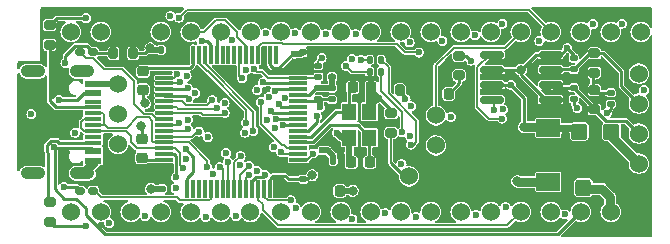
<source format=gtl>
G04 #@! TF.GenerationSoftware,KiCad,Pcbnew,(6.0.7-1)-1*
G04 #@! TF.CreationDate,2022-09-30T10:49:52-04:00*
G04 #@! TF.ProjectId,F405_pill,46343035-5f70-4696-9c6c-2e6b69636164,rev?*
G04 #@! TF.SameCoordinates,Original*
G04 #@! TF.FileFunction,Copper,L1,Top*
G04 #@! TF.FilePolarity,Positive*
%FSLAX46Y46*%
G04 Gerber Fmt 4.6, Leading zero omitted, Abs format (unit mm)*
G04 Created by KiCad (PCBNEW (6.0.7-1)-1) date 2022-09-30 10:49:52*
%MOMM*%
%LPD*%
G01*
G04 APERTURE LIST*
G04 Aperture macros list*
%AMRoundRect*
0 Rectangle with rounded corners*
0 $1 Rounding radius*
0 $2 $3 $4 $5 $6 $7 $8 $9 X,Y pos of 4 corners*
0 Add a 4 corners polygon primitive as box body*
4,1,4,$2,$3,$4,$5,$6,$7,$8,$9,$2,$3,0*
0 Add four circle primitives for the rounded corners*
1,1,$1+$1,$2,$3*
1,1,$1+$1,$4,$5*
1,1,$1+$1,$6,$7*
1,1,$1+$1,$8,$9*
0 Add four rect primitives between the rounded corners*
20,1,$1+$1,$2,$3,$4,$5,0*
20,1,$1+$1,$4,$5,$6,$7,0*
20,1,$1+$1,$6,$7,$8,$9,0*
20,1,$1+$1,$8,$9,$2,$3,0*%
G04 Aperture macros list end*
G04 #@! TA.AperFunction,SMDPad,CuDef*
%ADD10RoundRect,0.225000X0.250000X-0.225000X0.250000X0.225000X-0.250000X0.225000X-0.250000X-0.225000X0*%
G04 #@! TD*
G04 #@! TA.AperFunction,SMDPad,CuDef*
%ADD11RoundRect,0.225000X-0.250000X0.225000X-0.250000X-0.225000X0.250000X-0.225000X0.250000X0.225000X0*%
G04 #@! TD*
G04 #@! TA.AperFunction,SMDPad,CuDef*
%ADD12RoundRect,0.140000X-0.170000X0.140000X-0.170000X-0.140000X0.170000X-0.140000X0.170000X0.140000X0*%
G04 #@! TD*
G04 #@! TA.AperFunction,SMDPad,CuDef*
%ADD13RoundRect,0.140000X0.140000X0.170000X-0.140000X0.170000X-0.140000X-0.170000X0.140000X-0.170000X0*%
G04 #@! TD*
G04 #@! TA.AperFunction,SMDPad,CuDef*
%ADD14RoundRect,0.200000X-0.275000X0.200000X-0.275000X-0.200000X0.275000X-0.200000X0.275000X0.200000X0*%
G04 #@! TD*
G04 #@! TA.AperFunction,SMDPad,CuDef*
%ADD15R,2.000000X1.500000*%
G04 #@! TD*
G04 #@! TA.AperFunction,SMDPad,CuDef*
%ADD16R,2.000000X3.800000*%
G04 #@! TD*
G04 #@! TA.AperFunction,ComponentPad*
%ADD17C,1.524000*%
G04 #@! TD*
G04 #@! TA.AperFunction,SMDPad,CuDef*
%ADD18R,1.200000X1.400000*%
G04 #@! TD*
G04 #@! TA.AperFunction,SMDPad,CuDef*
%ADD19RoundRect,0.200000X0.275000X-0.200000X0.275000X0.200000X-0.275000X0.200000X-0.275000X-0.200000X0*%
G04 #@! TD*
G04 #@! TA.AperFunction,SMDPad,CuDef*
%ADD20RoundRect,0.140000X0.170000X-0.140000X0.170000X0.140000X-0.170000X0.140000X-0.170000X-0.140000X0*%
G04 #@! TD*
G04 #@! TA.AperFunction,SMDPad,CuDef*
%ADD21RoundRect,0.225000X-0.225000X-0.250000X0.225000X-0.250000X0.225000X0.250000X-0.225000X0.250000X0*%
G04 #@! TD*
G04 #@! TA.AperFunction,SMDPad,CuDef*
%ADD22RoundRect,0.140000X-0.140000X-0.170000X0.140000X-0.170000X0.140000X0.170000X-0.140000X0.170000X0*%
G04 #@! TD*
G04 #@! TA.AperFunction,SMDPad,CuDef*
%ADD23RoundRect,0.250000X-0.450000X-0.425000X0.450000X-0.425000X0.450000X0.425000X-0.450000X0.425000X0*%
G04 #@! TD*
G04 #@! TA.AperFunction,SMDPad,CuDef*
%ADD24RoundRect,0.160000X0.222500X0.160000X-0.222500X0.160000X-0.222500X-0.160000X0.222500X-0.160000X0*%
G04 #@! TD*
G04 #@! TA.AperFunction,SMDPad,CuDef*
%ADD25RoundRect,0.075000X0.700000X0.075000X-0.700000X0.075000X-0.700000X-0.075000X0.700000X-0.075000X0*%
G04 #@! TD*
G04 #@! TA.AperFunction,SMDPad,CuDef*
%ADD26RoundRect,0.075000X0.075000X0.700000X-0.075000X0.700000X-0.075000X-0.700000X0.075000X-0.700000X0*%
G04 #@! TD*
G04 #@! TA.AperFunction,SMDPad,CuDef*
%ADD27RoundRect,0.218750X-0.218750X-0.256250X0.218750X-0.256250X0.218750X0.256250X-0.218750X0.256250X0*%
G04 #@! TD*
G04 #@! TA.AperFunction,SMDPad,CuDef*
%ADD28RoundRect,0.225000X0.225000X0.250000X-0.225000X0.250000X-0.225000X-0.250000X0.225000X-0.250000X0*%
G04 #@! TD*
G04 #@! TA.AperFunction,SMDPad,CuDef*
%ADD29RoundRect,0.147500X-0.172500X0.147500X-0.172500X-0.147500X0.172500X-0.147500X0.172500X0.147500X0*%
G04 #@! TD*
G04 #@! TA.AperFunction,SMDPad,CuDef*
%ADD30RoundRect,0.250000X-0.425000X0.450000X-0.425000X-0.450000X0.425000X-0.450000X0.425000X0.450000X0*%
G04 #@! TD*
G04 #@! TA.AperFunction,SMDPad,CuDef*
%ADD31RoundRect,0.150000X-0.825000X-0.150000X0.825000X-0.150000X0.825000X0.150000X-0.825000X0.150000X0*%
G04 #@! TD*
G04 #@! TA.AperFunction,SMDPad,CuDef*
%ADD32RoundRect,0.200000X0.200000X0.275000X-0.200000X0.275000X-0.200000X-0.275000X0.200000X-0.275000X0*%
G04 #@! TD*
G04 #@! TA.AperFunction,SMDPad,CuDef*
%ADD33R,1.450000X0.600000*%
G04 #@! TD*
G04 #@! TA.AperFunction,SMDPad,CuDef*
%ADD34R,1.450000X0.300000*%
G04 #@! TD*
G04 #@! TA.AperFunction,ComponentPad*
%ADD35O,2.100000X1.050000*%
G04 #@! TD*
G04 #@! TA.AperFunction,SMDPad,CuDef*
%ADD36RoundRect,0.160000X-0.222500X-0.160000X0.222500X-0.160000X0.222500X0.160000X-0.222500X0.160000X0*%
G04 #@! TD*
G04 #@! TA.AperFunction,ViaPad*
%ADD37C,0.600000*%
G04 #@! TD*
G04 #@! TA.AperFunction,ViaPad*
%ADD38C,0.800000*%
G04 #@! TD*
G04 #@! TA.AperFunction,Conductor*
%ADD39C,0.250000*%
G04 #@! TD*
G04 #@! TA.AperFunction,Conductor*
%ADD40C,0.500000*%
G04 #@! TD*
G04 #@! TA.AperFunction,Conductor*
%ADD41C,0.800000*%
G04 #@! TD*
G04 #@! TA.AperFunction,Conductor*
%ADD42C,0.200000*%
G04 #@! TD*
G04 #@! TA.AperFunction,Conductor*
%ADD43C,0.600000*%
G04 #@! TD*
G04 APERTURE END LIST*
D10*
X104901000Y-87713000D03*
X104901000Y-86163000D03*
D11*
X105007000Y-80412000D03*
X105007000Y-81962000D03*
D12*
X106617000Y-89379000D03*
X106617000Y-90339000D03*
D13*
X107511000Y-78583000D03*
X106551000Y-78583000D03*
D14*
X97096000Y-91487000D03*
X97096000Y-93137000D03*
D15*
X139332000Y-89775600D03*
D16*
X133032000Y-87475600D03*
D15*
X139332000Y-87475600D03*
X139332000Y-85175600D03*
D17*
X146982000Y-88222000D03*
X146982000Y-85682000D03*
X146982000Y-83142000D03*
X146982000Y-80602000D03*
D18*
X124180000Y-86033000D03*
X124180000Y-83833000D03*
X122480000Y-83833000D03*
X122480000Y-86033000D03*
D19*
X97096000Y-78151000D03*
X97096000Y-76501000D03*
D17*
X129800000Y-84130000D03*
X129800000Y-86670000D03*
D20*
X119860000Y-80890000D03*
X119860000Y-79930000D03*
X118514000Y-79763000D03*
X118514000Y-78803000D03*
D21*
X122766000Y-81758000D03*
X124316000Y-81758000D03*
D12*
X119858000Y-81814000D03*
X119858000Y-82774000D03*
D19*
X143218000Y-80520200D03*
X143218000Y-78870200D03*
D22*
X120140000Y-87981000D03*
X121100000Y-87981000D03*
D23*
X141950000Y-85500000D03*
X144650000Y-85500000D03*
D12*
X121000000Y-81820000D03*
X121000000Y-82780000D03*
D20*
X118588000Y-90493000D03*
X118588000Y-89533000D03*
D24*
X100809500Y-78787000D03*
X99664500Y-78787000D03*
D25*
X118167000Y-88429000D03*
X118167000Y-87929000D03*
X118167000Y-87429000D03*
X118167000Y-86929000D03*
X118167000Y-86429000D03*
X118167000Y-85929000D03*
X118167000Y-85429000D03*
X118167000Y-84929000D03*
X118167000Y-84429000D03*
X118167000Y-83929000D03*
X118167000Y-83429000D03*
X118167000Y-82929000D03*
X118167000Y-82429000D03*
X118167000Y-81929000D03*
X118167000Y-81429000D03*
X118167000Y-80929000D03*
D26*
X116242000Y-79004000D03*
X115742000Y-79004000D03*
X115242000Y-79004000D03*
X114742000Y-79004000D03*
X114242000Y-79004000D03*
X113742000Y-79004000D03*
X113242000Y-79004000D03*
X112742000Y-79004000D03*
X112242000Y-79004000D03*
X111742000Y-79004000D03*
X111242000Y-79004000D03*
X110742000Y-79004000D03*
X110242000Y-79004000D03*
X109742000Y-79004000D03*
X109242000Y-79004000D03*
X108742000Y-79004000D03*
D25*
X106817000Y-80929000D03*
X106817000Y-81429000D03*
X106817000Y-81929000D03*
X106817000Y-82429000D03*
X106817000Y-82929000D03*
X106817000Y-83429000D03*
X106817000Y-83929000D03*
X106817000Y-84429000D03*
X106817000Y-84929000D03*
X106817000Y-85429000D03*
X106817000Y-85929000D03*
X106817000Y-86429000D03*
X106817000Y-86929000D03*
X106817000Y-87429000D03*
X106817000Y-87929000D03*
X106817000Y-88429000D03*
D26*
X108742000Y-90354000D03*
X109242000Y-90354000D03*
X109742000Y-90354000D03*
X110242000Y-90354000D03*
X110742000Y-90354000D03*
X111242000Y-90354000D03*
X111742000Y-90354000D03*
X112242000Y-90354000D03*
X112742000Y-90354000D03*
X113242000Y-90354000D03*
X113742000Y-90354000D03*
X114242000Y-90354000D03*
X114742000Y-90354000D03*
X115242000Y-90354000D03*
X115742000Y-90354000D03*
X116242000Y-90354000D03*
D14*
X125989000Y-83958000D03*
X125989000Y-85608000D03*
D22*
X124200000Y-80430000D03*
X125160000Y-80430000D03*
D27*
X130894500Y-82312000D03*
X132469500Y-82312000D03*
D20*
X141480000Y-80248000D03*
X141480000Y-79288000D03*
D28*
X124189000Y-88108000D03*
X122639000Y-88108000D03*
D17*
X130070000Y-89300000D03*
X127530000Y-89300000D03*
D29*
X121000000Y-79915000D03*
X121000000Y-80885000D03*
D30*
X142300000Y-87550000D03*
X142300000Y-90250000D03*
D31*
X134567028Y-79000657D03*
X134567028Y-80270657D03*
X134567028Y-81540657D03*
X134567028Y-82810657D03*
X139517028Y-82810657D03*
X139517028Y-81540657D03*
X139517028Y-80270657D03*
X139517028Y-79000657D03*
D17*
X147147000Y-77057000D03*
X144607000Y-77057000D03*
X142067000Y-77057000D03*
X139527000Y-77057000D03*
X136987000Y-77057000D03*
X134447000Y-77057000D03*
X131907000Y-77057000D03*
X129367000Y-77057000D03*
X126827000Y-77057000D03*
X124287000Y-77057000D03*
X121747000Y-77057000D03*
X119207000Y-77057000D03*
X116667000Y-77057000D03*
X114127000Y-77057000D03*
X111587000Y-77057000D03*
X109047000Y-77057000D03*
X106507000Y-77057000D03*
X103967000Y-77057000D03*
X101427000Y-77057000D03*
X98887000Y-77057000D03*
X98887000Y-92297000D03*
X101427000Y-92297000D03*
X103967000Y-92297000D03*
X106507000Y-92297000D03*
X109047000Y-92297000D03*
X111587000Y-92297000D03*
X114103395Y-92306993D03*
X116667000Y-92297000D03*
X119207000Y-92297000D03*
X121747000Y-92297000D03*
X124287000Y-92297000D03*
X126827000Y-92297000D03*
X129367000Y-92297000D03*
X131907000Y-92297000D03*
X134447000Y-92297000D03*
X136987000Y-92297000D03*
X139527000Y-92297000D03*
X142067000Y-92297000D03*
X144607000Y-92297000D03*
X147147000Y-92297000D03*
D19*
X143218000Y-83631200D03*
X143218000Y-81981200D03*
D17*
X102882000Y-81502000D03*
X102882000Y-84042000D03*
X102882000Y-86582000D03*
X102882000Y-89122000D03*
D32*
X128389000Y-82008000D03*
X126739000Y-82008000D03*
D22*
X124200000Y-79430000D03*
X125160000Y-79430000D03*
D21*
X120112000Y-90521000D03*
X121662000Y-90521000D03*
D33*
X100777000Y-81462000D03*
X100777000Y-82262000D03*
D34*
X100777000Y-83462000D03*
X100777000Y-84462000D03*
X100777000Y-84962000D03*
X100777000Y-85962000D03*
D33*
X100777000Y-87962000D03*
X100777000Y-87162000D03*
D34*
X100777000Y-86462000D03*
X100777000Y-85462000D03*
X100777000Y-83962000D03*
X100777000Y-82962000D03*
D35*
X99862000Y-80392000D03*
X99862000Y-89032000D03*
X95682000Y-80392000D03*
X95682000Y-89032000D03*
D12*
X144600000Y-82222000D03*
X144600000Y-83182000D03*
D36*
X99667500Y-90530000D03*
X100812500Y-90530000D03*
D12*
X141480000Y-81800000D03*
X141480000Y-82760000D03*
D32*
X104157000Y-78887000D03*
X102507000Y-78887000D03*
D14*
X131782000Y-79087000D03*
X131782000Y-80737000D03*
D37*
X145570000Y-76370000D03*
X122690000Y-79360000D03*
X99260000Y-85600000D03*
X113620000Y-85600000D03*
X113700000Y-80310000D03*
X140932000Y-78452000D03*
X138560000Y-77820000D03*
X115390000Y-77180000D03*
X144300000Y-83900000D03*
X116094994Y-86815006D03*
X133170000Y-92540000D03*
D38*
X137016628Y-80270657D03*
D37*
X122740000Y-92940500D03*
X107330000Y-75700000D03*
X128120000Y-92750000D03*
X119980000Y-83450000D03*
X141782000Y-83512000D03*
X121400000Y-85600000D03*
X117010000Y-82650000D03*
X135700000Y-91910000D03*
X109430000Y-82260000D03*
X107760000Y-90320000D03*
X122480000Y-87300000D03*
D38*
X136682000Y-89712000D03*
D37*
X108690000Y-80830000D03*
X127570000Y-77960000D03*
X110960000Y-89060000D03*
X133100000Y-77370000D03*
X114680000Y-82000000D03*
X112900000Y-92690000D03*
D38*
X105182000Y-83112000D03*
D37*
X110310000Y-92730000D03*
X143090000Y-76410000D03*
X135470000Y-83610000D03*
X117900000Y-77180000D03*
X102150000Y-93270000D03*
X127620000Y-85860000D03*
X147430000Y-82000000D03*
X115640000Y-82560000D03*
X117831068Y-78900000D03*
X125020000Y-82680000D03*
X110483300Y-85976700D03*
X126890000Y-88270000D03*
X112020000Y-87320000D03*
X117940000Y-91980000D03*
D38*
X105667000Y-90354000D03*
D37*
X123000000Y-77250000D03*
X115540000Y-84490000D03*
X125530000Y-92410000D03*
X124210000Y-82670000D03*
X100182000Y-93489300D03*
X105200000Y-92690000D03*
X112560000Y-77730000D03*
X120460000Y-77220000D03*
X140700000Y-92520000D03*
X113241500Y-88330000D03*
X131090000Y-84250000D03*
X120200000Y-87091500D03*
X109972088Y-77855560D03*
X95550000Y-84020000D03*
X111918838Y-83102665D03*
D38*
X122766000Y-90521000D03*
X119337000Y-89196696D03*
X105634000Y-78456000D03*
D37*
X100182000Y-75912000D03*
X114640000Y-88815500D03*
X116160000Y-85230500D03*
X108670000Y-87820000D03*
X135440000Y-76360000D03*
X130360000Y-77840000D03*
D38*
X104876000Y-85013000D03*
D37*
X127730000Y-83380000D03*
X108800000Y-84500000D03*
X132800000Y-79500000D03*
X112230000Y-80550000D03*
X105741000Y-89379000D03*
X120286800Y-92913200D03*
X107560000Y-93450000D03*
X95520000Y-85990000D03*
X112460000Y-85300000D03*
X108614000Y-87008000D03*
X107814000Y-89383000D03*
X115340000Y-89170000D03*
X136140657Y-81540657D03*
X97907500Y-82840000D03*
D38*
X137250000Y-85126000D03*
D37*
X97443573Y-86853266D03*
X107910000Y-80654500D03*
X108140000Y-81347638D03*
X108800000Y-81850000D03*
X108864000Y-82733000D03*
X108089000Y-84808000D03*
X108839000Y-85308000D03*
X109772378Y-85499622D03*
X119432000Y-87362000D03*
X127700000Y-86600000D03*
X126950000Y-85559500D03*
X116708985Y-87211015D03*
X114990000Y-83010000D03*
X120130000Y-79280000D03*
X116839000Y-84978000D03*
X116264000Y-84453500D03*
X115839000Y-83783000D03*
X116489000Y-83208000D03*
X123470000Y-79420000D03*
X116170000Y-82037815D03*
X122180000Y-79933500D03*
X115160000Y-81340000D03*
X114439655Y-80189655D03*
X128350000Y-78810000D03*
X113414000Y-81008000D03*
X114357000Y-85462000D03*
X113732000Y-84762000D03*
X108049122Y-75859122D03*
X110880500Y-82820000D03*
X111290000Y-83470000D03*
X111920000Y-83920000D03*
X111500000Y-88530000D03*
X112189000Y-88108000D03*
X113264000Y-87583000D03*
X113980000Y-88430000D03*
X113945390Y-89210269D03*
X134700000Y-83700000D03*
X135400000Y-84400000D03*
X117520000Y-91320000D03*
X98440000Y-79710000D03*
X98305007Y-90184993D03*
X119739000Y-84208000D03*
X127230000Y-82780000D03*
X110438500Y-88500000D03*
X108390000Y-88560000D03*
D39*
X124180000Y-85933000D02*
X123180000Y-84933000D01*
X120875396Y-84933000D02*
X119379396Y-86429000D01*
X119379396Y-86429000D02*
X118167000Y-86429000D01*
X124180000Y-88099000D02*
X124189000Y-88108000D01*
X123180000Y-84933000D02*
X120875396Y-84933000D01*
X124180000Y-86033000D02*
X124180000Y-88099000D01*
X124180000Y-86033000D02*
X124180000Y-85933000D01*
X132387000Y-79087000D02*
X132800000Y-79500000D01*
X139517028Y-79000657D02*
X140383343Y-79000657D01*
X110742000Y-79004000D02*
X110742000Y-78211000D01*
X120994000Y-82774000D02*
X121000000Y-82780000D01*
X104901000Y-85038000D02*
X104876000Y-85013000D01*
X119858000Y-82774000D02*
X120994000Y-82774000D01*
X105007000Y-81962000D02*
X105007000Y-82937000D01*
X141480000Y-79000000D02*
X140932000Y-78452000D01*
D40*
X122480000Y-86033000D02*
X122480000Y-87949000D01*
D39*
X100182000Y-75912000D02*
X97685000Y-75912000D01*
D40*
X122480000Y-86033000D02*
X121833000Y-86033000D01*
D39*
X105007000Y-82937000D02*
X105182000Y-83112000D01*
X137016628Y-80687008D02*
X137016628Y-80270657D01*
D40*
X125020000Y-82730000D02*
X124870000Y-82730000D01*
X124180000Y-82021000D02*
X124443000Y-81758000D01*
D39*
X104157000Y-78887000D02*
X105203000Y-78887000D01*
D40*
X119980000Y-82896000D02*
X119858000Y-82774000D01*
X120641500Y-87091500D02*
X120200000Y-87091500D01*
D41*
X144650000Y-85890000D02*
X144650000Y-85500000D01*
D39*
X144600000Y-83600000D02*
X144300000Y-83900000D01*
X110742000Y-78211000D02*
X110386560Y-77855560D01*
X124980000Y-82670000D02*
X125989000Y-83679000D01*
D41*
X144579000Y-91221000D02*
X144579000Y-91079000D01*
D40*
X106551000Y-78583000D02*
X105761000Y-78583000D01*
D39*
X139517028Y-79000657D02*
X138286628Y-79000657D01*
D40*
X100807000Y-81442000D02*
X102820000Y-81442000D01*
X124180000Y-83833000D02*
X124180000Y-82021000D01*
D39*
X104901000Y-86163000D02*
X104901000Y-85038000D01*
X141480000Y-79288000D02*
X141480000Y-79000000D01*
D41*
X138873000Y-89775600D02*
X136782000Y-89775600D01*
D39*
X118588000Y-89533000D02*
X118879391Y-89533000D01*
X137016628Y-80270657D02*
X134567028Y-80270657D01*
X105203000Y-78887000D02*
X105634000Y-78456000D01*
X141480000Y-82760000D02*
X141480000Y-83210000D01*
D40*
X121100000Y-87550000D02*
X120641500Y-87091500D01*
X124870000Y-82730000D02*
X124180000Y-83420000D01*
D39*
X115742000Y-90354000D02*
X115742000Y-89513315D01*
X97448300Y-93489300D02*
X100182000Y-93489300D01*
D40*
X105761000Y-78583000D02*
X105634000Y-78456000D01*
D39*
X144600000Y-83182000D02*
X144600000Y-83600000D01*
D40*
X106617000Y-90339000D02*
X105682000Y-90339000D01*
D39*
X116001315Y-80104000D02*
X116489253Y-80104000D01*
D40*
X119980000Y-83450000D02*
X119980000Y-82896000D01*
D39*
X118879391Y-89533000D02*
X119215695Y-89196696D01*
X124210000Y-82670000D02*
X124980000Y-82670000D01*
D41*
X144579000Y-91079000D02*
X143837500Y-90337500D01*
X100877000Y-88117000D02*
X99962000Y-89032000D01*
D40*
X124316000Y-81758000D02*
X124316000Y-82026000D01*
X124180000Y-83420000D02*
X124180000Y-83833000D01*
X121662000Y-90521000D02*
X122766000Y-90521000D01*
D39*
X110386560Y-77855560D02*
X109972088Y-77855560D01*
X115742000Y-79004000D02*
X115742000Y-79844685D01*
X116489253Y-80104000D02*
X117790253Y-78803000D01*
X97096000Y-93137000D02*
X97448300Y-93489300D01*
D40*
X121100000Y-88087000D02*
X121100000Y-87550000D01*
X122480000Y-87949000D02*
X122639000Y-88108000D01*
D39*
X138286628Y-79000657D02*
X137016628Y-80270657D01*
D40*
X121833000Y-86033000D02*
X121400000Y-85600000D01*
D39*
X141480000Y-83210000D02*
X141782000Y-83512000D01*
X131782000Y-79087000D02*
X132387000Y-79087000D01*
D40*
X117831068Y-78900000D02*
X118417000Y-78900000D01*
D39*
X139140277Y-82810657D02*
X137016628Y-80687008D01*
D40*
X124316000Y-82026000D02*
X125020000Y-82730000D01*
D39*
X139517028Y-82810657D02*
X139140277Y-82810657D01*
X115742000Y-89513315D02*
X116004315Y-89251000D01*
X117051000Y-89251000D02*
X117333000Y-89533000D01*
D41*
X146982000Y-88222000D02*
X144650000Y-85890000D01*
D39*
X125989000Y-83679000D02*
X125989000Y-83958000D01*
X117790253Y-78803000D02*
X118514000Y-78803000D01*
X115742000Y-90354000D02*
X115742000Y-89544000D01*
D40*
X105682000Y-90339000D02*
X105667000Y-90354000D01*
D39*
X117333000Y-89533000D02*
X118588000Y-89533000D01*
D40*
X118417000Y-78900000D02*
X118514000Y-78803000D01*
D39*
X140383343Y-79000657D02*
X140932000Y-78452000D01*
X115742000Y-89544000D02*
X115767000Y-89519000D01*
X115742000Y-79844685D02*
X116001315Y-80104000D01*
X116004315Y-89251000D02*
X117051000Y-89251000D01*
D41*
X144579000Y-92333000D02*
X144579000Y-91221000D01*
D39*
X119703000Y-82929000D02*
X118167000Y-82929000D01*
D40*
X122480000Y-87300000D02*
X122480000Y-87949000D01*
D41*
X136782000Y-89775600D02*
X136718400Y-89712000D01*
D39*
X119858000Y-82774000D02*
X119703000Y-82929000D01*
D41*
X143837500Y-90337500D02*
X142400000Y-90337500D01*
D39*
X97685000Y-75912000D02*
X97096000Y-76501000D01*
D40*
X121000000Y-81808000D02*
X121000000Y-80800000D01*
D39*
X119858000Y-81814000D02*
X119662000Y-81814000D01*
X119662000Y-81814000D02*
X119047000Y-82429000D01*
X119047000Y-82429000D02*
X118167000Y-82429000D01*
D40*
X120973000Y-81814000D02*
X121001000Y-81786000D01*
X119858000Y-81814000D02*
X120973000Y-81814000D01*
X120112000Y-90521000D02*
X120112000Y-89398749D01*
D39*
X132469500Y-86913100D02*
X132469500Y-82312000D01*
X129090000Y-78480000D02*
X128070000Y-77460000D01*
X130070000Y-89300000D02*
X128360000Y-91010000D01*
X119692000Y-88429000D02*
X120140000Y-87981000D01*
X125220000Y-91010000D02*
X123608749Y-89398749D01*
X115242000Y-79004000D02*
X115242000Y-79981081D01*
X121490000Y-78680000D02*
X121000000Y-79170000D01*
X131239889Y-85683489D02*
X129943489Y-85683489D01*
X133032000Y-87475600D02*
X132469500Y-86913100D01*
D40*
X118588000Y-90493000D02*
X120084000Y-90493000D01*
D39*
X107511000Y-77189000D02*
X107511000Y-76665862D01*
X115814919Y-80554000D02*
X117723000Y-80554000D01*
D40*
X120084000Y-90493000D02*
X120112000Y-90521000D01*
D41*
X147094000Y-90724000D02*
X144110500Y-87740500D01*
D39*
X128389000Y-80451000D02*
X129090000Y-79750000D01*
X133032000Y-87475600D02*
X131239889Y-85683489D01*
X106817000Y-89179000D02*
X106617000Y-89379000D01*
X120140000Y-87981000D02*
X120140000Y-89460000D01*
X116381000Y-90493000D02*
X116242000Y-90354000D01*
X107511000Y-77139000D02*
X107511000Y-77189000D01*
D41*
X139573900Y-87475600D02*
X139332000Y-87475600D01*
D39*
X115242000Y-79981081D02*
X115814919Y-80554000D01*
D41*
X147094000Y-92318000D02*
X147094000Y-90724000D01*
D39*
X133032000Y-87475600D02*
X131207600Y-89300000D01*
X120520000Y-78690000D02*
X119587000Y-78690000D01*
X121115000Y-79800000D02*
X121000000Y-79915000D01*
X120140000Y-89460000D02*
X120160000Y-89480000D01*
D40*
X120318511Y-92757404D02*
X120318511Y-90727511D01*
D39*
X129943489Y-85683489D02*
X128389000Y-84129000D01*
X126250000Y-78680000D02*
X121490000Y-78680000D01*
X106885138Y-76040000D02*
X104984000Y-76040000D01*
D40*
X120286800Y-92789115D02*
X120318511Y-92757404D01*
D39*
X121000000Y-79170000D02*
X120520000Y-78690000D01*
X107511000Y-76665862D02*
X106885138Y-76040000D01*
X128389000Y-82008000D02*
X128389000Y-80819000D01*
D41*
X144110500Y-87710500D02*
X143662500Y-87262500D01*
D40*
X120318511Y-90727511D02*
X120112000Y-90521000D01*
D39*
X128389000Y-80819000D02*
X128389000Y-80451000D01*
X108742000Y-79004000D02*
X107932000Y-79004000D01*
X123608749Y-89398749D02*
X120112000Y-89398749D01*
X108952519Y-75697481D02*
X107511000Y-77139000D01*
X118588000Y-90493000D02*
X116381000Y-90493000D01*
D40*
X105741000Y-89379000D02*
X106617000Y-89379000D01*
X102882000Y-89122000D02*
X103139000Y-89379000D01*
D39*
X107932000Y-79004000D02*
X107511000Y-78583000D01*
X112707481Y-75697481D02*
X108952519Y-75697481D01*
X106817000Y-88429000D02*
X106817000Y-89179000D01*
D40*
X103139000Y-89379000D02*
X105741000Y-89379000D01*
D39*
X128070000Y-77460000D02*
X128070000Y-76850000D01*
X117723000Y-80554000D02*
X118514000Y-79763000D01*
X107511000Y-77189000D02*
X107511000Y-78583000D01*
X128389000Y-80819000D02*
X126250000Y-78680000D01*
X128070000Y-76850000D02*
X127200000Y-75980000D01*
X119587000Y-78690000D02*
X118514000Y-79763000D01*
X131207600Y-89300000D02*
X130070000Y-89300000D01*
X112990000Y-75980000D02*
X112707481Y-75697481D01*
D41*
X142400000Y-87262500D02*
X139545100Y-87262500D01*
D39*
X116242000Y-90354000D02*
X116242000Y-90461000D01*
X118167000Y-88429000D02*
X119692000Y-88429000D01*
X121000000Y-79915000D02*
X121000000Y-79170000D01*
X104984000Y-76040000D02*
X103967000Y-77057000D01*
X127200000Y-75980000D02*
X112990000Y-75980000D01*
D41*
X143662500Y-87262500D02*
X142400000Y-87262500D01*
X139545100Y-87262500D02*
X139332000Y-87475600D01*
D39*
X128360000Y-91010000D02*
X125220000Y-91010000D01*
D40*
X120286800Y-92913200D02*
X120286800Y-92789115D01*
D39*
X129090000Y-79750000D02*
X129090000Y-78480000D01*
D41*
X144110500Y-87740500D02*
X144110500Y-87710500D01*
X133382000Y-87212000D02*
X139682000Y-87212000D01*
D39*
X128389000Y-84129000D02*
X128389000Y-82008000D01*
X121339000Y-83833000D02*
X122480000Y-83833000D01*
X122480000Y-82171000D02*
X122893000Y-81758000D01*
X122480000Y-83833000D02*
X122480000Y-82171000D01*
X118167000Y-85929000D02*
X119243000Y-85929000D01*
X119243000Y-85929000D02*
X121339000Y-83833000D01*
X109242000Y-79004000D02*
X109242000Y-79844685D01*
X105346000Y-80130000D02*
X105115000Y-80361000D01*
X109242000Y-79844685D02*
X108956685Y-80130000D01*
X108956685Y-80130000D02*
X105346000Y-80130000D01*
X106817000Y-87929000D02*
X104833000Y-87929000D01*
X144600000Y-82222000D02*
X143316800Y-82222000D01*
X143076000Y-80520200D02*
X143076000Y-81981200D01*
X143316800Y-82222000D02*
X143076000Y-81981200D01*
X139539685Y-80248000D02*
X139517028Y-80270657D01*
X143218000Y-78870200D02*
X143970200Y-78870200D01*
X142857800Y-78870200D02*
X141480000Y-80248000D01*
X143218000Y-78870200D02*
X142857800Y-78870200D01*
X145500000Y-80400000D02*
X145500000Y-81660000D01*
X145500000Y-81660000D02*
X146982000Y-83142000D01*
X141480000Y-80248000D02*
X139539685Y-80248000D01*
X143970200Y-78870200D02*
X145500000Y-80400000D01*
X108742000Y-90354000D02*
X108742000Y-89446000D01*
X108742000Y-89446000D02*
X109234000Y-88954000D01*
X109234000Y-88954000D02*
X109234000Y-87628000D01*
X109234000Y-87628000D02*
X108614000Y-87008000D01*
X106817000Y-87429000D02*
X107657685Y-87429000D01*
X107816520Y-89380480D02*
X107814000Y-89383000D01*
X107657685Y-87429000D02*
X107816520Y-87587835D01*
X107816520Y-87587835D02*
X107816520Y-89380480D01*
X114242000Y-89655415D02*
X114242000Y-90354000D01*
D42*
X125989000Y-85608000D02*
X125989000Y-88101000D01*
D39*
X127120000Y-89300000D02*
X125990000Y-88170000D01*
X127530000Y-89300000D02*
X127120000Y-89300000D01*
X114557415Y-89340000D02*
X114242000Y-89655415D01*
X115170000Y-89340000D02*
X114557415Y-89340000D01*
X115340000Y-89170000D02*
X115170000Y-89340000D01*
D42*
X125989000Y-88101000D02*
X125980000Y-88110000D01*
D39*
X125990000Y-88170000D02*
X125990000Y-88090000D01*
X100032000Y-82262000D02*
X100877000Y-82262000D01*
D43*
X141625600Y-85175600D02*
X139332000Y-85175600D01*
D41*
X137264000Y-85112000D02*
X139282000Y-85112000D01*
D39*
X134567028Y-81540657D02*
X136140657Y-81540657D01*
X140122000Y-94210000D02*
X101790000Y-94210000D01*
X99330000Y-91180000D02*
X98330000Y-91180000D01*
X97546999Y-90396999D02*
X97546999Y-86876999D01*
X101790000Y-94210000D02*
X100160000Y-92580000D01*
X97907500Y-82840000D02*
X99454000Y-82840000D01*
X100591999Y-86876999D02*
X97546999Y-86876999D01*
D41*
X137250000Y-85126000D02*
X137264000Y-85112000D01*
D39*
X100160000Y-92010000D02*
X99330000Y-91180000D01*
X100160000Y-92580000D02*
X100160000Y-92010000D01*
X97523266Y-86853266D02*
X97443573Y-86853266D01*
X98330000Y-91180000D02*
X97546999Y-90396999D01*
X142014000Y-92318000D02*
X140122000Y-94210000D01*
X136140657Y-81540657D02*
X137250000Y-82650000D01*
D43*
X141950000Y-85500000D02*
X141625600Y-85175600D01*
D39*
X100877000Y-87162000D02*
X100591999Y-86876999D01*
X137250000Y-82650000D02*
X137250000Y-85126000D01*
X99454000Y-82840000D02*
X100032000Y-82262000D01*
X97546999Y-86876999D02*
X97523266Y-86853266D01*
D42*
X107635500Y-80929000D02*
X107910000Y-80654500D01*
X106817000Y-80929000D02*
X107635500Y-80929000D01*
X108058638Y-81429000D02*
X106817000Y-81429000D01*
X108140000Y-81347638D02*
X108058638Y-81429000D01*
D39*
X108800000Y-81850000D02*
X108721000Y-81929000D01*
X108721000Y-81929000D02*
X106817000Y-81929000D01*
X106817000Y-82429000D02*
X106868000Y-82480000D01*
X106868000Y-82480000D02*
X108611000Y-82480000D01*
X108611000Y-82480000D02*
X108864000Y-82733000D01*
D42*
X106817000Y-84929000D02*
X107968000Y-84929000D01*
X107968000Y-84929000D02*
X108089000Y-84808000D01*
X106817000Y-85429000D02*
X108718000Y-85429000D01*
X108718000Y-85429000D02*
X108839000Y-85308000D01*
X106821000Y-85933000D02*
X106817000Y-85929000D01*
X109772378Y-85499622D02*
X109547378Y-85499622D01*
X109114000Y-85933000D02*
X106821000Y-85933000D01*
X109547378Y-85499622D02*
X109114000Y-85933000D01*
X128140000Y-84615736D02*
X125800000Y-82275736D01*
X125800000Y-82275736D02*
X125800000Y-80070000D01*
X127930000Y-86600000D02*
X128140000Y-86390000D01*
X118865000Y-87929000D02*
X119432000Y-87362000D01*
X125800000Y-80070000D02*
X125160000Y-79430000D01*
X128140000Y-86390000D02*
X128140000Y-84615736D01*
X118167000Y-87929000D02*
X118865000Y-87929000D01*
X127700000Y-86600000D02*
X127930000Y-86600000D01*
X116708985Y-87211015D02*
X116926970Y-87429000D01*
X116926970Y-87429000D02*
X118167000Y-87429000D01*
X126950000Y-85559500D02*
X126950000Y-83850000D01*
X125320000Y-80270000D02*
X125160000Y-80430000D01*
X125160000Y-82060000D02*
X125160000Y-80430000D01*
X126950000Y-83850000D02*
X125160000Y-82060000D01*
X117179000Y-86929000D02*
X116910000Y-86660000D01*
X114990000Y-84840000D02*
X114990000Y-83010000D01*
X116910000Y-86660000D02*
X116810000Y-86660000D01*
X119860000Y-79550000D02*
X120130000Y-79280000D01*
X118167000Y-86929000D02*
X117179000Y-86929000D01*
X117503091Y-86929000D02*
X118167000Y-86929000D01*
X116810000Y-86660000D02*
X114990000Y-84840000D01*
X119860000Y-79930000D02*
X119860000Y-79550000D01*
D39*
X116839000Y-84978000D02*
X118118000Y-84978000D01*
X118118000Y-84978000D02*
X118167000Y-84929000D01*
X116264000Y-84453500D02*
X118142500Y-84453500D01*
X118142500Y-84453500D02*
X118167000Y-84429000D01*
X115985000Y-83929000D02*
X118167000Y-83929000D01*
X115839000Y-83783000D02*
X115985000Y-83929000D01*
X116710000Y-83429000D02*
X116489000Y-83208000D01*
X118167000Y-83429000D02*
X116710000Y-83429000D01*
D42*
X123470000Y-79420000D02*
X124190000Y-79420000D01*
D39*
X116278815Y-81929000D02*
X118167000Y-81929000D01*
D42*
X124190000Y-79420000D02*
X124200000Y-79430000D01*
D39*
X116170000Y-82037815D02*
X116278815Y-81929000D01*
X115160000Y-81340000D02*
X115249000Y-81429000D01*
D42*
X122676500Y-80430000D02*
X124200000Y-80430000D01*
D39*
X115249000Y-81429000D02*
X118167000Y-81429000D01*
D42*
X122180000Y-79933500D02*
X122676500Y-80430000D01*
X115057523Y-80433000D02*
X115582523Y-80958000D01*
X114683000Y-80433000D02*
X115057523Y-80433000D01*
X119821000Y-80929000D02*
X119860000Y-80890000D01*
X118167000Y-80929000D02*
X119821000Y-80929000D01*
X115582523Y-80958000D02*
X117364000Y-80958000D01*
X114439655Y-80189655D02*
X114683000Y-80433000D01*
X114742000Y-79004000D02*
X114742000Y-78340091D01*
X115063090Y-78019000D02*
X114841045Y-78241045D01*
X127200000Y-78810000D02*
X126490000Y-78100000D01*
X116819000Y-78019000D02*
X115063090Y-78019000D01*
X128350000Y-78810000D02*
X128350000Y-78800000D01*
X114742000Y-78340091D02*
X114841045Y-78241045D01*
X126490000Y-78100000D02*
X116900000Y-78100000D01*
X116900000Y-78100000D02*
X116819000Y-78019000D01*
X128350000Y-78810000D02*
X127200000Y-78810000D01*
X114841045Y-78241045D02*
X115063091Y-78019000D01*
X113004001Y-77048001D02*
X113004001Y-77492926D01*
X113742000Y-78230925D02*
X113742000Y-79004000D01*
X113004001Y-77492926D02*
X113742000Y-78230925D01*
X111978000Y-76022000D02*
X113004001Y-77048001D01*
X109047000Y-77057000D02*
X110143000Y-77057000D01*
X111178000Y-76022000D02*
X111978000Y-76022000D01*
X110143000Y-77057000D02*
X111178000Y-76022000D01*
X113170000Y-80764000D02*
X113170000Y-79076000D01*
X113170000Y-79076000D02*
X113242000Y-79004000D01*
X113414000Y-81008000D02*
X113170000Y-80764000D01*
D39*
X111242000Y-77370000D02*
X111534000Y-77078000D01*
X111242000Y-79004000D02*
X111242000Y-77370000D01*
D42*
X114332000Y-83812000D02*
X114332000Y-85437000D01*
X114332000Y-85437000D02*
X114357000Y-85462000D01*
X110242000Y-79722000D02*
X114332000Y-83812000D01*
X110242000Y-79004000D02*
X110242000Y-79722000D01*
X109742000Y-79004000D02*
X109742000Y-79703264D01*
X110489000Y-80408000D02*
X113732000Y-83651000D01*
X110446736Y-80408000D02*
X110489000Y-80408000D01*
X113732000Y-83651000D02*
X113732000Y-84762000D01*
X109742000Y-79703264D02*
X110446736Y-80408000D01*
X108049122Y-75859122D02*
X108718244Y-75190000D01*
X106817000Y-82929000D02*
X108324608Y-82929000D01*
X108324608Y-82929000D02*
X108648608Y-83253000D01*
X108648608Y-83253000D02*
X110447500Y-83253000D01*
X110447500Y-83253000D02*
X110880500Y-82820000D01*
X137660000Y-75190000D02*
X139527000Y-77057000D01*
X108718244Y-75190000D02*
X137660000Y-75190000D01*
X107973000Y-83553000D02*
X107849000Y-83429000D01*
X111207000Y-83553000D02*
X107973000Y-83553000D01*
X107849000Y-83429000D02*
X106817000Y-83429000D01*
X111290000Y-83470000D02*
X111207000Y-83553000D01*
X106817000Y-83929000D02*
X109885000Y-83929000D01*
X109885000Y-83929000D02*
X110056000Y-84100000D01*
X110056000Y-84100000D02*
X111740000Y-84100000D01*
X111740000Y-84100000D02*
X111920000Y-83920000D01*
X101694500Y-80199500D02*
X100802000Y-79307000D01*
X105111000Y-84011000D02*
X104257000Y-83157000D01*
X106153091Y-84429000D02*
X105735091Y-84011000D01*
X100184500Y-79307000D02*
X99664500Y-78787000D01*
X104257000Y-81187000D02*
X103269500Y-80199500D01*
X105735091Y-84011000D02*
X105111000Y-84011000D01*
X104257000Y-83157000D02*
X104257000Y-81187000D01*
X106817000Y-84429000D02*
X106153091Y-84429000D01*
X103269500Y-80199500D02*
X101694500Y-80199500D01*
X100802000Y-79307000D02*
X100184500Y-79307000D01*
X108099000Y-91329000D02*
X110585000Y-91329000D01*
X110585000Y-91329000D02*
X110742000Y-91172000D01*
X101489500Y-91087000D02*
X107857000Y-91087000D01*
X110742000Y-91172000D02*
X110742000Y-90354000D01*
X107857000Y-91087000D02*
X108099000Y-91329000D01*
X100892500Y-90490000D02*
X101489500Y-91087000D01*
X111742000Y-88672000D02*
X111742000Y-90354000D01*
X111500000Y-88530000D02*
X111600000Y-88530000D01*
X111600000Y-88530000D02*
X111742000Y-88672000D01*
X112242000Y-88161000D02*
X112189000Y-88108000D01*
X112242000Y-90354000D02*
X112242000Y-88161000D01*
X112742000Y-90354000D02*
X112742000Y-88105000D01*
X112742000Y-88105000D02*
X113264000Y-87583000D01*
X113980000Y-88430000D02*
X113242000Y-89168000D01*
X113242000Y-89168000D02*
X113242000Y-90354000D01*
X113742000Y-89413659D02*
X113742000Y-90354000D01*
X113945390Y-89210269D02*
X113742000Y-89413659D01*
X134700000Y-82943629D02*
X134567028Y-82810657D01*
X116450217Y-93440000D02*
X135844000Y-93440000D01*
X114742000Y-90354000D02*
X114742000Y-91286000D01*
X114742000Y-91286000D02*
X115124000Y-91668000D01*
X115124000Y-91668000D02*
X115124000Y-92113783D01*
X134700000Y-83700000D02*
X134700000Y-82943629D01*
X115124000Y-92113783D02*
X116450217Y-93440000D01*
X135844000Y-93440000D02*
X136987000Y-92297000D01*
X115242000Y-91017229D02*
X115553291Y-91328520D01*
X134300000Y-84400000D02*
X135400000Y-84400000D01*
X115553291Y-91328520D02*
X117478520Y-91328520D01*
X133300000Y-83400000D02*
X134300000Y-84400000D01*
X134367053Y-79000657D02*
X133300000Y-80067710D01*
X133300000Y-80067710D02*
X133300000Y-83400000D01*
X134567028Y-79000657D02*
X134367053Y-79000657D01*
X115242000Y-90354000D02*
X115242000Y-91017229D01*
D39*
X99283207Y-78242000D02*
X100264500Y-78242000D01*
X98440000Y-79085207D02*
X99283207Y-78242000D01*
X102507000Y-78887000D02*
X100909500Y-78887000D01*
X100264500Y-78242000D02*
X100809500Y-78787000D01*
X100909500Y-78887000D02*
X100809500Y-78787000D01*
X99442493Y-90184993D02*
X99747500Y-90490000D01*
X98305007Y-90184993D02*
X99442493Y-90184993D01*
X98440000Y-79710000D02*
X98440000Y-79085207D01*
X119714000Y-84683000D02*
X119739000Y-84658000D01*
D42*
X127230000Y-82780000D02*
X127230000Y-82499000D01*
X127230000Y-82499000D02*
X126739000Y-82008000D01*
D39*
X118968000Y-85429000D02*
X119714000Y-84683000D01*
D42*
X131300000Y-78400000D02*
X135644000Y-78400000D01*
D39*
X118167000Y-85429000D02*
X118968000Y-85429000D01*
D42*
X135644000Y-78400000D02*
X136987000Y-77057000D01*
X129800000Y-84130000D02*
X129800000Y-79900000D01*
D39*
X119739000Y-84658000D02*
X119739000Y-84208000D01*
D42*
X129800000Y-79900000D02*
X131300000Y-78400000D01*
X101582000Y-83942000D02*
X101732000Y-84092000D01*
X110438500Y-88500000D02*
X110438500Y-87982500D01*
X105764000Y-84597000D02*
X105764000Y-86308000D01*
X100807000Y-83942000D02*
X101582000Y-83942000D01*
X101672000Y-84942000D02*
X100807000Y-84942000D01*
X103632000Y-85162000D02*
X104483000Y-84311000D01*
X101732000Y-84092000D02*
X101732000Y-84882000D01*
X101732000Y-84882000D02*
X102012000Y-85162000D01*
X104483000Y-84311000D02*
X105478000Y-84311000D01*
X108864000Y-86408000D02*
X106838000Y-86408000D01*
X102012000Y-85162000D02*
X103632000Y-85162000D01*
X105885000Y-86429000D02*
X106817000Y-86429000D01*
X105764000Y-86308000D02*
X105885000Y-86429000D01*
X106838000Y-86408000D02*
X106817000Y-86429000D01*
X101732000Y-84882000D02*
X101672000Y-84942000D01*
X110438500Y-87982500D02*
X108864000Y-86408000D01*
X105478000Y-84311000D02*
X105764000Y-84597000D01*
X99763000Y-84692000D02*
X99763000Y-85173000D01*
X104499000Y-86929000D02*
X103982000Y-86412000D01*
X100032000Y-85442000D02*
X100807000Y-85442000D01*
X108390000Y-88560000D02*
X108141040Y-88311040D01*
X106817000Y-86929000D02*
X104499000Y-86929000D01*
X100807000Y-84442000D02*
X100013000Y-84442000D01*
X100013000Y-84442000D02*
X99763000Y-84692000D01*
X103982000Y-85912000D02*
X103532000Y-85462000D01*
X108141040Y-88311040D02*
X108141040Y-87331040D01*
X108141040Y-87331040D02*
X107739000Y-86929000D01*
X107739000Y-86929000D02*
X106817000Y-86929000D01*
X103532000Y-85462000D02*
X100777000Y-85462000D01*
X103982000Y-86412000D02*
X103982000Y-85912000D01*
X99763000Y-85173000D02*
X100032000Y-85442000D01*
D39*
X141480000Y-81800000D02*
X139776371Y-81800000D01*
X143218000Y-83538000D02*
X141480000Y-81800000D01*
X144186800Y-84600000D02*
X145900000Y-84600000D01*
X145900000Y-84600000D02*
X146982000Y-85682000D01*
X143218000Y-83631200D02*
X143218000Y-83538000D01*
X143218000Y-83631200D02*
X144186800Y-84600000D01*
X141480000Y-81800000D02*
X141487609Y-81800000D01*
X139776371Y-81800000D02*
X139517028Y-81540657D01*
X131782000Y-80737000D02*
X131782000Y-81424500D01*
X130894500Y-82312000D02*
X130894500Y-82684500D01*
X131782000Y-81424500D02*
X130894500Y-82312000D01*
X97629000Y-83459000D02*
X97096000Y-82926000D01*
X97096000Y-82926000D02*
X97096000Y-78151000D01*
X100790000Y-83459000D02*
X97629000Y-83459000D01*
X96890000Y-86620000D02*
X97220000Y-86290000D01*
X96950000Y-91341000D02*
X96950000Y-89348981D01*
X96890000Y-87220000D02*
X96890000Y-86620000D01*
X97220000Y-86290000D02*
X97760000Y-86290000D01*
X97096000Y-91487000D02*
X96950000Y-91341000D01*
X97912000Y-86442000D02*
X100807000Y-86442000D01*
X96956520Y-89342461D02*
X96956520Y-87286520D01*
X96956520Y-87286520D02*
X96890000Y-87220000D01*
X96950000Y-89348981D02*
X96956520Y-89342461D01*
X97760000Y-86290000D02*
X97912000Y-86442000D01*
G04 #@! TA.AperFunction,Conductor*
G36*
X108454588Y-75008196D02*
G01*
X108490552Y-75057696D01*
X108490552Y-75118882D01*
X108466401Y-75158293D01*
X108207541Y-75417153D01*
X108153024Y-75444930D01*
X108122051Y-75444930D01*
X108056819Y-75434599D01*
X108049122Y-75433380D01*
X108041425Y-75434599D01*
X107925255Y-75452998D01*
X107925253Y-75452998D01*
X107917560Y-75454217D01*
X107910621Y-75457753D01*
X107910620Y-75457753D01*
X107814558Y-75506699D01*
X107754126Y-75516270D01*
X107699609Y-75488492D01*
X107681404Y-75463435D01*
X107677971Y-75456697D01*
X107677968Y-75456693D01*
X107674433Y-75449755D01*
X107580245Y-75355567D01*
X107573308Y-75352032D01*
X107573306Y-75352031D01*
X107468502Y-75298631D01*
X107468501Y-75298631D01*
X107461562Y-75295095D01*
X107453869Y-75293876D01*
X107453867Y-75293876D01*
X107337697Y-75275477D01*
X107330000Y-75274258D01*
X107322303Y-75275477D01*
X107206133Y-75293876D01*
X107206131Y-75293876D01*
X107198438Y-75295095D01*
X107191499Y-75298631D01*
X107191498Y-75298631D01*
X107086694Y-75352031D01*
X107086692Y-75352032D01*
X107079755Y-75355567D01*
X106985567Y-75449755D01*
X106982032Y-75456692D01*
X106982031Y-75456694D01*
X106956351Y-75507095D01*
X106925095Y-75568438D01*
X106923876Y-75576131D01*
X106923876Y-75576133D01*
X106910315Y-75661755D01*
X106904258Y-75700000D01*
X106905477Y-75707697D01*
X106923705Y-75822784D01*
X106925095Y-75831562D01*
X106928631Y-75838501D01*
X106928631Y-75838502D01*
X106960376Y-75900804D01*
X106985567Y-75950245D01*
X107079755Y-76044433D01*
X107086692Y-76047968D01*
X107086694Y-76047969D01*
X107191498Y-76101369D01*
X107198438Y-76104905D01*
X107206131Y-76106124D01*
X107206133Y-76106124D01*
X107322303Y-76124523D01*
X107330000Y-76125742D01*
X107337697Y-76124523D01*
X107453867Y-76106124D01*
X107453869Y-76106124D01*
X107461562Y-76104905D01*
X107468502Y-76101369D01*
X107564564Y-76052423D01*
X107624996Y-76042852D01*
X107679513Y-76070630D01*
X107697718Y-76095687D01*
X107701151Y-76102425D01*
X107701153Y-76102428D01*
X107704689Y-76109367D01*
X107798877Y-76203555D01*
X107805814Y-76207090D01*
X107805816Y-76207091D01*
X107909596Y-76259969D01*
X107917560Y-76264027D01*
X107925253Y-76265246D01*
X107925255Y-76265246D01*
X108041425Y-76283645D01*
X108049122Y-76284864D01*
X108056819Y-76283645D01*
X108172989Y-76265246D01*
X108172991Y-76265246D01*
X108180684Y-76264027D01*
X108188648Y-76259969D01*
X108292428Y-76207091D01*
X108292430Y-76207090D01*
X108299367Y-76203555D01*
X108393555Y-76109367D01*
X108397093Y-76102425D01*
X108450491Y-75997624D01*
X108450491Y-75997623D01*
X108454027Y-75990684D01*
X108472230Y-75875756D01*
X108473645Y-75866819D01*
X108474864Y-75859122D01*
X108470916Y-75834194D01*
X108463314Y-75786192D01*
X108472886Y-75725760D01*
X108491091Y-75700703D01*
X108772296Y-75419497D01*
X108826813Y-75391719D01*
X108842300Y-75390500D01*
X137535942Y-75390500D01*
X137594133Y-75409407D01*
X137605946Y-75419496D01*
X138738105Y-76551655D01*
X138765882Y-76606172D01*
X138753838Y-76671156D01*
X138734727Y-76704257D01*
X138733126Y-76709186D01*
X138733125Y-76709187D01*
X138711772Y-76774905D01*
X138678701Y-76876688D01*
X138659749Y-77057000D01*
X138678701Y-77237312D01*
X138680304Y-77242245D01*
X138680306Y-77242254D01*
X138688979Y-77268947D01*
X138688980Y-77330132D01*
X138653016Y-77379632D01*
X138594825Y-77398540D01*
X138579342Y-77397321D01*
X138560000Y-77394258D01*
X138552303Y-77395477D01*
X138436133Y-77413876D01*
X138436131Y-77413876D01*
X138428438Y-77415095D01*
X138421499Y-77418631D01*
X138421498Y-77418631D01*
X138316694Y-77472031D01*
X138316692Y-77472032D01*
X138309755Y-77475567D01*
X138215567Y-77569755D01*
X138212032Y-77576692D01*
X138212031Y-77576694D01*
X138172181Y-77654905D01*
X138155095Y-77688438D01*
X138153876Y-77696131D01*
X138153876Y-77696133D01*
X138139611Y-77786203D01*
X138134258Y-77820000D01*
X138135477Y-77827697D01*
X138153779Y-77943250D01*
X138155095Y-77951562D01*
X138158631Y-77958501D01*
X138158631Y-77958502D01*
X138211990Y-78063224D01*
X138215567Y-78070245D01*
X138309755Y-78164433D01*
X138316692Y-78167968D01*
X138316694Y-78167969D01*
X138421498Y-78221369D01*
X138428438Y-78224905D01*
X138436131Y-78226124D01*
X138436133Y-78226124D01*
X138552303Y-78244523D01*
X138560000Y-78245742D01*
X138567697Y-78244523D01*
X138683867Y-78226124D01*
X138683869Y-78226124D01*
X138691562Y-78224905D01*
X138698502Y-78221369D01*
X138803306Y-78167969D01*
X138803308Y-78167968D01*
X138810245Y-78164433D01*
X138904433Y-78070245D01*
X138908011Y-78063224D01*
X138961369Y-77958502D01*
X138961369Y-77958501D01*
X138964905Y-77951562D01*
X138966222Y-77943250D01*
X138972748Y-77902042D01*
X138974415Y-77891514D01*
X139002192Y-77836998D01*
X139056708Y-77809220D01*
X139112463Y-77816560D01*
X139254267Y-77879696D01*
X139254271Y-77879697D01*
X139259005Y-77881805D01*
X139264075Y-77882883D01*
X139264076Y-77882883D01*
X139268127Y-77883744D01*
X139436348Y-77919500D01*
X139617652Y-77919500D01*
X139785873Y-77883744D01*
X139789924Y-77882883D01*
X139789925Y-77882883D01*
X139794995Y-77881805D01*
X139799729Y-77879697D01*
X139799733Y-77879696D01*
X139955892Y-77810169D01*
X139955894Y-77810168D01*
X139960626Y-77808061D01*
X140107304Y-77701493D01*
X140110770Y-77697644D01*
X140110774Y-77697640D01*
X140225149Y-77570613D01*
X140228621Y-77566757D01*
X140237647Y-77551123D01*
X140316681Y-77414233D01*
X140316684Y-77414227D01*
X140319273Y-77409743D01*
X140375299Y-77237312D01*
X140394251Y-77057000D01*
X141199749Y-77057000D01*
X141218701Y-77237312D01*
X141274727Y-77409743D01*
X141277316Y-77414227D01*
X141277319Y-77414233D01*
X141356353Y-77551123D01*
X141365379Y-77566757D01*
X141368851Y-77570613D01*
X141483226Y-77697640D01*
X141483230Y-77697644D01*
X141486696Y-77701493D01*
X141633374Y-77808061D01*
X141638106Y-77810168D01*
X141638108Y-77810169D01*
X141794267Y-77879696D01*
X141794271Y-77879697D01*
X141799005Y-77881805D01*
X141804075Y-77882883D01*
X141804076Y-77882883D01*
X141808127Y-77883744D01*
X141976348Y-77919500D01*
X142157652Y-77919500D01*
X142325873Y-77883744D01*
X142329924Y-77882883D01*
X142329925Y-77882883D01*
X142334995Y-77881805D01*
X142339729Y-77879697D01*
X142339733Y-77879696D01*
X142495892Y-77810169D01*
X142495894Y-77810168D01*
X142500626Y-77808061D01*
X142647304Y-77701493D01*
X142650770Y-77697644D01*
X142650774Y-77697640D01*
X142765149Y-77570613D01*
X142768621Y-77566757D01*
X142777647Y-77551123D01*
X142856681Y-77414233D01*
X142856684Y-77414227D01*
X142859273Y-77409743D01*
X142915299Y-77237312D01*
X142934251Y-77057000D01*
X143739749Y-77057000D01*
X143758701Y-77237312D01*
X143814727Y-77409743D01*
X143817316Y-77414227D01*
X143817319Y-77414233D01*
X143896353Y-77551123D01*
X143905379Y-77566757D01*
X143908851Y-77570613D01*
X144023226Y-77697640D01*
X144023230Y-77697644D01*
X144026696Y-77701493D01*
X144173374Y-77808061D01*
X144178106Y-77810168D01*
X144178108Y-77810169D01*
X144334267Y-77879696D01*
X144334271Y-77879697D01*
X144339005Y-77881805D01*
X144344075Y-77882883D01*
X144344076Y-77882883D01*
X144348127Y-77883744D01*
X144516348Y-77919500D01*
X144697652Y-77919500D01*
X144865873Y-77883744D01*
X144869924Y-77882883D01*
X144869925Y-77882883D01*
X144874995Y-77881805D01*
X144879729Y-77879697D01*
X144879733Y-77879696D01*
X145035892Y-77810169D01*
X145035894Y-77810168D01*
X145040626Y-77808061D01*
X145187304Y-77701493D01*
X145190770Y-77697644D01*
X145190774Y-77697640D01*
X145305149Y-77570613D01*
X145308621Y-77566757D01*
X145317647Y-77551123D01*
X145396681Y-77414233D01*
X145396684Y-77414227D01*
X145399273Y-77409743D01*
X145455299Y-77237312D01*
X145474251Y-77057000D01*
X145458156Y-76903871D01*
X145470877Y-76844023D01*
X145516347Y-76803082D01*
X145556614Y-76794523D01*
X145562303Y-76794523D01*
X145570000Y-76795742D01*
X145577697Y-76794523D01*
X145693867Y-76776124D01*
X145693869Y-76776124D01*
X145701562Y-76774905D01*
X145721188Y-76764905D01*
X145813306Y-76717969D01*
X145813308Y-76717968D01*
X145820245Y-76714433D01*
X145914433Y-76620245D01*
X145919529Y-76610245D01*
X145971369Y-76508502D01*
X145971369Y-76508501D01*
X145974905Y-76501562D01*
X145988400Y-76416360D01*
X145994523Y-76377697D01*
X145995742Y-76370000D01*
X145989371Y-76329774D01*
X145976124Y-76246133D01*
X145976124Y-76246131D01*
X145974905Y-76238438D01*
X145953067Y-76195579D01*
X145917969Y-76126694D01*
X145917968Y-76126692D01*
X145914433Y-76119755D01*
X145820245Y-76025567D01*
X145813308Y-76022032D01*
X145813306Y-76022031D01*
X145708502Y-75968631D01*
X145708501Y-75968631D01*
X145701562Y-75965095D01*
X145693869Y-75963876D01*
X145693867Y-75963876D01*
X145577697Y-75945477D01*
X145570000Y-75944258D01*
X145562303Y-75945477D01*
X145446133Y-75963876D01*
X145446131Y-75963876D01*
X145438438Y-75965095D01*
X145431499Y-75968631D01*
X145431498Y-75968631D01*
X145326694Y-76022031D01*
X145326692Y-76022032D01*
X145319755Y-76025567D01*
X145225567Y-76119755D01*
X145222032Y-76126692D01*
X145222031Y-76126694D01*
X145216961Y-76136645D01*
X145165095Y-76238438D01*
X145164367Y-76243034D01*
X145129340Y-76291249D01*
X145071150Y-76310158D01*
X145030879Y-76301599D01*
X144879733Y-76234304D01*
X144879729Y-76234303D01*
X144874995Y-76232195D01*
X144869925Y-76231117D01*
X144869924Y-76231117D01*
X144824669Y-76221498D01*
X144697652Y-76194500D01*
X144516348Y-76194500D01*
X144389331Y-76221498D01*
X144344076Y-76231117D01*
X144344075Y-76231117D01*
X144339005Y-76232195D01*
X144334269Y-76234304D01*
X144334268Y-76234304D01*
X144178109Y-76303831D01*
X144178107Y-76303832D01*
X144173375Y-76305939D01*
X144026696Y-76412507D01*
X144023230Y-76416356D01*
X144023226Y-76416360D01*
X143917423Y-76533867D01*
X143905379Y-76547243D01*
X143902787Y-76551733D01*
X143902786Y-76551734D01*
X143844144Y-76653306D01*
X143814727Y-76704257D01*
X143813126Y-76709186D01*
X143813125Y-76709187D01*
X143791772Y-76774905D01*
X143758701Y-76876688D01*
X143739749Y-77057000D01*
X142934251Y-77057000D01*
X142930947Y-77025567D01*
X142921452Y-76935223D01*
X142934174Y-76875375D01*
X142979643Y-76834434D01*
X143035397Y-76827094D01*
X143082303Y-76834523D01*
X143090000Y-76835742D01*
X143097697Y-76834523D01*
X143213867Y-76816124D01*
X143213869Y-76816124D01*
X143221562Y-76814905D01*
X143262084Y-76794258D01*
X143333306Y-76757969D01*
X143333308Y-76757968D01*
X143340245Y-76754433D01*
X143434433Y-76660245D01*
X143459910Y-76610245D01*
X143491369Y-76548502D01*
X143491369Y-76548501D01*
X143494905Y-76541562D01*
X143515742Y-76410000D01*
X143506604Y-76352303D01*
X143496124Y-76286133D01*
X143496124Y-76286131D01*
X143494905Y-76278438D01*
X143489722Y-76268266D01*
X143437969Y-76166694D01*
X143437968Y-76166692D01*
X143434433Y-76159755D01*
X143340245Y-76065567D01*
X143333308Y-76062032D01*
X143333306Y-76062031D01*
X143228502Y-76008631D01*
X143228501Y-76008631D01*
X143221562Y-76005095D01*
X143213869Y-76003876D01*
X143213867Y-76003876D01*
X143097697Y-75985477D01*
X143090000Y-75984258D01*
X143082303Y-75985477D01*
X142966133Y-76003876D01*
X142966131Y-76003876D01*
X142958438Y-76005095D01*
X142951499Y-76008631D01*
X142951498Y-76008631D01*
X142846694Y-76062031D01*
X142846692Y-76062032D01*
X142839755Y-76065567D01*
X142745567Y-76159755D01*
X142742032Y-76166692D01*
X142742031Y-76166694D01*
X142690278Y-76268266D01*
X142685095Y-76278438D01*
X142684532Y-76281991D01*
X142649816Y-76329774D01*
X142591626Y-76348682D01*
X142533435Y-76329775D01*
X142504822Y-76308987D01*
X142504817Y-76308984D01*
X142500626Y-76305939D01*
X142495894Y-76303832D01*
X142495892Y-76303831D01*
X142339733Y-76234304D01*
X142339729Y-76234303D01*
X142334995Y-76232195D01*
X142329925Y-76231117D01*
X142329924Y-76231117D01*
X142284669Y-76221498D01*
X142157652Y-76194500D01*
X141976348Y-76194500D01*
X141849331Y-76221498D01*
X141804076Y-76231117D01*
X141804075Y-76231117D01*
X141799005Y-76232195D01*
X141794269Y-76234304D01*
X141794268Y-76234304D01*
X141638109Y-76303831D01*
X141638107Y-76303832D01*
X141633375Y-76305939D01*
X141486696Y-76412507D01*
X141483230Y-76416356D01*
X141483226Y-76416360D01*
X141377423Y-76533867D01*
X141365379Y-76547243D01*
X141362787Y-76551733D01*
X141362786Y-76551734D01*
X141304144Y-76653306D01*
X141274727Y-76704257D01*
X141273126Y-76709186D01*
X141273125Y-76709187D01*
X141251772Y-76774905D01*
X141218701Y-76876688D01*
X141199749Y-77057000D01*
X140394251Y-77057000D01*
X140375299Y-76876688D01*
X140342228Y-76774905D01*
X140320875Y-76709187D01*
X140320874Y-76709186D01*
X140319273Y-76704257D01*
X140289857Y-76653306D01*
X140231214Y-76551734D01*
X140231213Y-76551733D01*
X140228621Y-76547243D01*
X140216577Y-76533867D01*
X140110774Y-76416360D01*
X140110770Y-76416356D01*
X140107304Y-76412507D01*
X139960626Y-76305939D01*
X139955894Y-76303832D01*
X139955892Y-76303831D01*
X139799733Y-76234304D01*
X139799729Y-76234303D01*
X139794995Y-76232195D01*
X139789925Y-76231117D01*
X139789924Y-76231117D01*
X139744669Y-76221498D01*
X139617652Y-76194500D01*
X139436348Y-76194500D01*
X139309331Y-76221498D01*
X139264076Y-76231117D01*
X139264075Y-76231117D01*
X139259005Y-76232195D01*
X139254271Y-76234303D01*
X139254267Y-76234304D01*
X139132087Y-76288703D01*
X139071237Y-76295099D01*
X139021816Y-76268266D01*
X137911843Y-75158293D01*
X137884066Y-75103776D01*
X137893637Y-75043344D01*
X137936902Y-75000079D01*
X137981847Y-74989289D01*
X148031966Y-74989289D01*
X148090157Y-75008196D01*
X148126121Y-75057696D01*
X148130966Y-75088289D01*
X148130966Y-76670380D01*
X148112059Y-76728571D01*
X148062559Y-76764535D01*
X148001373Y-76764535D01*
X147951873Y-76728571D01*
X147941525Y-76710648D01*
X147940875Y-76709187D01*
X147939273Y-76704257D01*
X147913863Y-76660245D01*
X147851214Y-76551734D01*
X147851213Y-76551733D01*
X147848621Y-76547243D01*
X147836577Y-76533867D01*
X147730774Y-76416360D01*
X147730770Y-76416356D01*
X147727304Y-76412507D01*
X147580626Y-76305939D01*
X147575894Y-76303832D01*
X147575892Y-76303831D01*
X147419733Y-76234304D01*
X147419729Y-76234303D01*
X147414995Y-76232195D01*
X147409925Y-76231117D01*
X147409924Y-76231117D01*
X147364669Y-76221498D01*
X147237652Y-76194500D01*
X147056348Y-76194500D01*
X146929331Y-76221498D01*
X146884076Y-76231117D01*
X146884075Y-76231117D01*
X146879005Y-76232195D01*
X146874269Y-76234304D01*
X146874268Y-76234304D01*
X146718109Y-76303831D01*
X146718107Y-76303832D01*
X146713375Y-76305939D01*
X146566696Y-76412507D01*
X146563230Y-76416356D01*
X146563226Y-76416360D01*
X146457423Y-76533867D01*
X146445379Y-76547243D01*
X146442787Y-76551733D01*
X146442786Y-76551734D01*
X146384144Y-76653306D01*
X146354727Y-76704257D01*
X146353126Y-76709186D01*
X146353125Y-76709187D01*
X146331772Y-76774905D01*
X146298701Y-76876688D01*
X146279749Y-77057000D01*
X146298701Y-77237312D01*
X146354727Y-77409743D01*
X146357316Y-77414227D01*
X146357319Y-77414233D01*
X146436353Y-77551123D01*
X146445379Y-77566757D01*
X146448851Y-77570613D01*
X146563226Y-77697640D01*
X146563230Y-77697644D01*
X146566696Y-77701493D01*
X146713374Y-77808061D01*
X146718106Y-77810168D01*
X146718108Y-77810169D01*
X146874267Y-77879696D01*
X146874271Y-77879697D01*
X146879005Y-77881805D01*
X146884075Y-77882883D01*
X146884076Y-77882883D01*
X146888127Y-77883744D01*
X147056348Y-77919500D01*
X147237652Y-77919500D01*
X147405873Y-77883744D01*
X147409924Y-77882883D01*
X147409925Y-77882883D01*
X147414995Y-77881805D01*
X147419729Y-77879697D01*
X147419733Y-77879696D01*
X147575892Y-77810169D01*
X147575894Y-77810168D01*
X147580626Y-77808061D01*
X147727304Y-77701493D01*
X147730770Y-77697644D01*
X147730774Y-77697640D01*
X147845149Y-77570613D01*
X147848621Y-77566757D01*
X147872346Y-77525665D01*
X147936679Y-77414236D01*
X147939273Y-77409743D01*
X147940876Y-77404810D01*
X147941525Y-77403352D01*
X147982467Y-77357883D01*
X148042315Y-77345162D01*
X148098211Y-77370049D01*
X148128803Y-77423038D01*
X148130966Y-77443620D01*
X148130966Y-94307903D01*
X148112059Y-94366094D01*
X148062559Y-94402058D01*
X148031966Y-94406903D01*
X140483011Y-94406903D01*
X140424820Y-94387996D01*
X140388856Y-94338496D01*
X140388856Y-94277310D01*
X140413007Y-94237899D01*
X141564137Y-93086768D01*
X141618654Y-93058991D01*
X141674408Y-93066331D01*
X141794267Y-93119696D01*
X141794271Y-93119697D01*
X141799005Y-93121805D01*
X141804075Y-93122883D01*
X141804076Y-93122883D01*
X141820044Y-93126277D01*
X141976348Y-93159500D01*
X142157652Y-93159500D01*
X142313956Y-93126277D01*
X142329924Y-93122883D01*
X142329925Y-93122883D01*
X142334995Y-93121805D01*
X142339729Y-93119697D01*
X142339733Y-93119696D01*
X142495892Y-93050169D01*
X142495894Y-93050168D01*
X142500626Y-93048061D01*
X142647304Y-92941493D01*
X142650770Y-92937644D01*
X142650774Y-92937640D01*
X142765149Y-92810613D01*
X142768621Y-92806757D01*
X142780473Y-92786229D01*
X142856681Y-92654233D01*
X142856682Y-92654231D01*
X142859273Y-92649743D01*
X142915299Y-92477312D01*
X142934251Y-92297000D01*
X142915299Y-92116688D01*
X142874046Y-91989725D01*
X142860875Y-91949187D01*
X142860874Y-91949186D01*
X142859273Y-91944257D01*
X142852651Y-91932786D01*
X142771214Y-91791734D01*
X142771213Y-91791733D01*
X142768621Y-91787243D01*
X142742152Y-91757846D01*
X142650774Y-91656360D01*
X142650770Y-91656356D01*
X142647304Y-91652507D01*
X142500626Y-91545939D01*
X142495894Y-91543832D01*
X142495892Y-91543831D01*
X142339733Y-91474304D01*
X142339729Y-91474303D01*
X142334995Y-91472195D01*
X142329925Y-91471117D01*
X142329924Y-91471117D01*
X142263620Y-91457024D01*
X142157652Y-91434500D01*
X141976348Y-91434500D01*
X141870380Y-91457024D01*
X141804076Y-91471117D01*
X141804075Y-91471117D01*
X141799005Y-91472195D01*
X141794269Y-91474304D01*
X141794268Y-91474304D01*
X141638109Y-91543831D01*
X141638107Y-91543832D01*
X141633375Y-91545939D01*
X141486696Y-91652507D01*
X141483230Y-91656356D01*
X141483226Y-91656360D01*
X141391848Y-91757846D01*
X141365379Y-91787243D01*
X141362787Y-91791733D01*
X141362786Y-91791734D01*
X141281350Y-91932786D01*
X141274727Y-91944257D01*
X141273126Y-91949186D01*
X141273125Y-91949187D01*
X141259954Y-91989725D01*
X141218701Y-92116688D01*
X141216766Y-92135095D01*
X141209264Y-92206469D01*
X141184377Y-92262364D01*
X141131389Y-92292957D01*
X141070538Y-92286561D01*
X141040802Y-92266124D01*
X140950245Y-92175567D01*
X140943308Y-92172032D01*
X140943306Y-92172031D01*
X140838502Y-92118631D01*
X140838501Y-92118631D01*
X140831562Y-92115095D01*
X140823869Y-92113876D01*
X140823867Y-92113876D01*
X140707697Y-92095477D01*
X140700000Y-92094258D01*
X140692303Y-92095477D01*
X140576133Y-92113876D01*
X140576131Y-92113876D01*
X140568438Y-92115095D01*
X140561500Y-92118630D01*
X140561497Y-92118631D01*
X140505569Y-92147128D01*
X140445137Y-92156699D01*
X140390620Y-92128921D01*
X140366469Y-92089511D01*
X140320875Y-91949187D01*
X140320874Y-91949186D01*
X140319273Y-91944257D01*
X140312651Y-91932786D01*
X140231214Y-91791734D01*
X140231213Y-91791733D01*
X140228621Y-91787243D01*
X140202152Y-91757846D01*
X140110774Y-91656360D01*
X140110770Y-91656356D01*
X140107304Y-91652507D01*
X139960626Y-91545939D01*
X139955894Y-91543832D01*
X139955892Y-91543831D01*
X139799733Y-91474304D01*
X139799729Y-91474303D01*
X139794995Y-91472195D01*
X139789925Y-91471117D01*
X139789924Y-91471117D01*
X139723620Y-91457024D01*
X139617652Y-91434500D01*
X139436348Y-91434500D01*
X139330380Y-91457024D01*
X139264076Y-91471117D01*
X139264075Y-91471117D01*
X139259005Y-91472195D01*
X139254269Y-91474304D01*
X139254268Y-91474304D01*
X139098109Y-91543831D01*
X139098107Y-91543832D01*
X139093375Y-91545939D01*
X138946696Y-91652507D01*
X138943230Y-91656356D01*
X138943226Y-91656360D01*
X138851848Y-91757846D01*
X138825379Y-91787243D01*
X138822787Y-91791733D01*
X138822786Y-91791734D01*
X138741350Y-91932786D01*
X138734727Y-91944257D01*
X138733126Y-91949186D01*
X138733125Y-91949187D01*
X138719954Y-91989725D01*
X138678701Y-92116688D01*
X138659749Y-92297000D01*
X138678701Y-92477312D01*
X138734727Y-92649743D01*
X138737318Y-92654231D01*
X138737319Y-92654233D01*
X138813527Y-92786229D01*
X138825379Y-92806757D01*
X138828851Y-92810613D01*
X138943226Y-92937640D01*
X138943230Y-92937644D01*
X138946696Y-92941493D01*
X139093374Y-93048061D01*
X139098106Y-93050168D01*
X139098108Y-93050169D01*
X139254267Y-93119696D01*
X139254271Y-93119697D01*
X139259005Y-93121805D01*
X139264075Y-93122883D01*
X139264076Y-93122883D01*
X139280044Y-93126277D01*
X139436348Y-93159500D01*
X139617652Y-93159500D01*
X139773956Y-93126277D01*
X139789924Y-93122883D01*
X139789925Y-93122883D01*
X139794995Y-93121805D01*
X139799729Y-93119697D01*
X139799733Y-93119696D01*
X139955892Y-93050169D01*
X139955894Y-93050168D01*
X139960626Y-93048061D01*
X140107304Y-92941493D01*
X140110770Y-92937644D01*
X140110774Y-92937640D01*
X140225151Y-92810611D01*
X140225152Y-92810610D01*
X140228621Y-92806757D01*
X140229710Y-92804871D01*
X140278388Y-92769507D01*
X140339573Y-92769510D01*
X140378981Y-92793659D01*
X140449755Y-92864433D01*
X140456692Y-92867968D01*
X140456694Y-92867969D01*
X140532636Y-92906663D01*
X140568438Y-92924905D01*
X140576131Y-92926124D01*
X140576133Y-92926124D01*
X140692303Y-92944523D01*
X140700000Y-92945742D01*
X140733098Y-92940500D01*
X140831562Y-92924905D01*
X140831881Y-92926918D01*
X140882611Y-92926920D01*
X140932109Y-92962886D01*
X140951014Y-93021077D01*
X140932104Y-93079267D01*
X140922018Y-93091077D01*
X140057591Y-93955504D01*
X140003074Y-93983281D01*
X139987587Y-93984500D01*
X101924414Y-93984500D01*
X101866223Y-93965593D01*
X101854410Y-93955504D01*
X101538122Y-93639216D01*
X101219708Y-93320803D01*
X101191932Y-93266287D01*
X101201503Y-93205855D01*
X101244768Y-93162590D01*
X101310294Y-93153963D01*
X101331269Y-93158421D01*
X101331274Y-93158422D01*
X101336348Y-93159500D01*
X101517652Y-93159500D01*
X101608669Y-93140154D01*
X101669519Y-93146550D01*
X101714989Y-93187491D01*
X101727033Y-93252477D01*
X101725477Y-93262302D01*
X101724258Y-93270000D01*
X101725477Y-93277697D01*
X101741941Y-93381646D01*
X101745095Y-93401562D01*
X101748631Y-93408501D01*
X101748631Y-93408502D01*
X101800425Y-93510153D01*
X101805567Y-93520245D01*
X101899755Y-93614433D01*
X101906692Y-93617968D01*
X101906694Y-93617969D01*
X102001652Y-93666352D01*
X102018438Y-93674905D01*
X102026131Y-93676124D01*
X102026133Y-93676124D01*
X102142303Y-93694523D01*
X102150000Y-93695742D01*
X102157697Y-93694523D01*
X102273867Y-93676124D01*
X102273869Y-93676124D01*
X102281562Y-93674905D01*
X102298348Y-93666352D01*
X102393306Y-93617969D01*
X102393308Y-93617968D01*
X102400245Y-93614433D01*
X102494433Y-93520245D01*
X102499576Y-93510153D01*
X102551369Y-93408502D01*
X102551369Y-93408501D01*
X102554905Y-93401562D01*
X102558060Y-93381646D01*
X102574523Y-93277697D01*
X102575742Y-93270000D01*
X102574523Y-93262302D01*
X102556124Y-93146133D01*
X102556124Y-93146131D01*
X102554905Y-93138438D01*
X102546430Y-93121805D01*
X102497969Y-93026694D01*
X102497968Y-93026692D01*
X102494433Y-93019755D01*
X102400245Y-92925567D01*
X102393308Y-92922032D01*
X102393306Y-92922031D01*
X102288502Y-92868631D01*
X102288501Y-92868631D01*
X102281562Y-92865095D01*
X102273870Y-92863877D01*
X102273868Y-92863876D01*
X102252847Y-92860547D01*
X102198331Y-92832769D01*
X102170554Y-92778253D01*
X102182598Y-92713266D01*
X102182800Y-92712917D01*
X102195330Y-92691214D01*
X102216681Y-92654233D01*
X102216682Y-92654231D01*
X102219273Y-92649743D01*
X102275299Y-92477312D01*
X102294251Y-92297000D01*
X102275299Y-92116688D01*
X102234046Y-91989725D01*
X102220875Y-91949187D01*
X102220874Y-91949186D01*
X102219273Y-91944257D01*
X102212651Y-91932786D01*
X102131214Y-91791734D01*
X102131213Y-91791733D01*
X102128621Y-91787243D01*
X102102152Y-91757846D01*
X102010774Y-91656360D01*
X102010770Y-91656356D01*
X102007304Y-91652507D01*
X101860626Y-91545939D01*
X101855894Y-91543832D01*
X101855892Y-91543831D01*
X101705655Y-91476941D01*
X101660185Y-91436000D01*
X101647464Y-91376151D01*
X101672351Y-91320256D01*
X101725339Y-91289663D01*
X101745922Y-91287500D01*
X103648078Y-91287500D01*
X103706269Y-91306407D01*
X103742233Y-91355907D01*
X103742233Y-91417093D01*
X103706269Y-91466593D01*
X103688345Y-91476941D01*
X103538109Y-91543831D01*
X103538107Y-91543832D01*
X103533375Y-91545939D01*
X103386696Y-91652507D01*
X103383230Y-91656356D01*
X103383226Y-91656360D01*
X103291848Y-91757846D01*
X103265379Y-91787243D01*
X103262787Y-91791733D01*
X103262786Y-91791734D01*
X103181350Y-91932786D01*
X103174727Y-91944257D01*
X103173126Y-91949186D01*
X103173125Y-91949187D01*
X103159954Y-91989725D01*
X103118701Y-92116688D01*
X103099749Y-92297000D01*
X103118701Y-92477312D01*
X103174727Y-92649743D01*
X103177318Y-92654231D01*
X103177319Y-92654233D01*
X103253527Y-92786229D01*
X103265379Y-92806757D01*
X103268851Y-92810613D01*
X103383226Y-92937640D01*
X103383230Y-92937644D01*
X103386696Y-92941493D01*
X103533374Y-93048061D01*
X103538106Y-93050168D01*
X103538108Y-93050169D01*
X103694267Y-93119696D01*
X103694271Y-93119697D01*
X103699005Y-93121805D01*
X103704075Y-93122883D01*
X103704076Y-93122883D01*
X103720044Y-93126277D01*
X103876348Y-93159500D01*
X104057652Y-93159500D01*
X104213956Y-93126277D01*
X104229924Y-93122883D01*
X104229925Y-93122883D01*
X104234995Y-93121805D01*
X104239729Y-93119697D01*
X104239733Y-93119696D01*
X104395892Y-93050169D01*
X104395894Y-93050168D01*
X104400626Y-93048061D01*
X104547304Y-92941493D01*
X104550770Y-92937644D01*
X104550774Y-92937640D01*
X104625682Y-92854445D01*
X104648187Y-92829452D01*
X104701174Y-92798859D01*
X104762024Y-92805255D01*
X104809966Y-92850751D01*
X104852028Y-92933301D01*
X104852031Y-92933305D01*
X104855567Y-92940245D01*
X104949755Y-93034433D01*
X104956692Y-93037968D01*
X104956694Y-93037969D01*
X105047811Y-93084395D01*
X105068438Y-93094905D01*
X105076131Y-93096124D01*
X105076133Y-93096124D01*
X105192303Y-93114523D01*
X105200000Y-93115742D01*
X105207697Y-93114523D01*
X105323867Y-93096124D01*
X105323869Y-93096124D01*
X105331562Y-93094905D01*
X105352189Y-93084395D01*
X105443306Y-93037969D01*
X105443308Y-93037968D01*
X105450245Y-93034433D01*
X105544433Y-92940245D01*
X105547972Y-92933301D01*
X105601369Y-92828502D01*
X105601369Y-92828501D01*
X105604905Y-92821562D01*
X105606168Y-92813587D01*
X105606297Y-92813334D01*
X105608531Y-92806458D01*
X105609620Y-92806812D01*
X105633947Y-92759071D01*
X105688464Y-92731294D01*
X105748896Y-92740867D01*
X105789685Y-92779576D01*
X105802781Y-92802259D01*
X105802786Y-92802266D01*
X105805379Y-92806757D01*
X105808851Y-92810613D01*
X105923226Y-92937640D01*
X105923230Y-92937644D01*
X105926696Y-92941493D01*
X106073374Y-93048061D01*
X106078106Y-93050168D01*
X106078108Y-93050169D01*
X106234267Y-93119696D01*
X106234271Y-93119697D01*
X106239005Y-93121805D01*
X106244075Y-93122883D01*
X106244076Y-93122883D01*
X106260044Y-93126277D01*
X106416348Y-93159500D01*
X106597652Y-93159500D01*
X106753956Y-93126277D01*
X106769924Y-93122883D01*
X106769925Y-93122883D01*
X106774995Y-93121805D01*
X106779729Y-93119697D01*
X106779733Y-93119696D01*
X106935892Y-93050169D01*
X106935894Y-93050168D01*
X106940626Y-93048061D01*
X107087304Y-92941493D01*
X107090770Y-92937644D01*
X107090774Y-92937640D01*
X107205149Y-92810613D01*
X107208621Y-92806757D01*
X107220473Y-92786229D01*
X107296681Y-92654233D01*
X107296682Y-92654231D01*
X107299273Y-92649743D01*
X107355299Y-92477312D01*
X107374251Y-92297000D01*
X107355299Y-92116688D01*
X107314046Y-91989725D01*
X107300875Y-91949187D01*
X107300874Y-91949186D01*
X107299273Y-91944257D01*
X107292651Y-91932786D01*
X107211214Y-91791734D01*
X107211213Y-91791733D01*
X107208621Y-91787243D01*
X107182152Y-91757846D01*
X107090774Y-91656360D01*
X107090770Y-91656356D01*
X107087304Y-91652507D01*
X106940626Y-91545939D01*
X106935894Y-91543832D01*
X106935892Y-91543831D01*
X106785655Y-91476941D01*
X106740185Y-91436000D01*
X106727464Y-91376151D01*
X106752351Y-91320256D01*
X106805339Y-91289663D01*
X106825922Y-91287500D01*
X107732942Y-91287500D01*
X107791133Y-91306407D01*
X107802946Y-91316496D01*
X107928482Y-91442032D01*
X107933614Y-91447782D01*
X107938052Y-91457024D01*
X107956694Y-91471932D01*
X107960835Y-91475244D01*
X107969007Y-91482557D01*
X107973208Y-91486758D01*
X107977915Y-91489717D01*
X107977922Y-91489722D01*
X107987055Y-91496213D01*
X108009492Y-91514156D01*
X108019678Y-91516499D01*
X108020869Y-91517158D01*
X108022176Y-91517536D01*
X108031028Y-91523099D01*
X108059595Y-91526328D01*
X108070641Y-91528217D01*
X108076219Y-91529500D01*
X108082073Y-91529500D01*
X108093194Y-91530127D01*
X108110846Y-91532123D01*
X108110848Y-91532123D01*
X108121924Y-91533375D01*
X108131734Y-91529949D01*
X108139763Y-91529500D01*
X108355095Y-91529500D01*
X108413286Y-91548407D01*
X108449250Y-91597907D01*
X108449250Y-91659093D01*
X108428667Y-91694743D01*
X108345379Y-91787243D01*
X108342787Y-91791733D01*
X108342786Y-91791734D01*
X108261350Y-91932786D01*
X108254727Y-91944257D01*
X108253126Y-91949186D01*
X108253125Y-91949187D01*
X108239954Y-91989725D01*
X108198701Y-92116688D01*
X108179749Y-92297000D01*
X108198701Y-92477312D01*
X108254727Y-92649743D01*
X108257318Y-92654231D01*
X108257319Y-92654233D01*
X108333527Y-92786229D01*
X108345379Y-92806757D01*
X108348851Y-92810613D01*
X108463226Y-92937640D01*
X108463230Y-92937644D01*
X108466696Y-92941493D01*
X108613374Y-93048061D01*
X108618106Y-93050168D01*
X108618108Y-93050169D01*
X108774267Y-93119696D01*
X108774271Y-93119697D01*
X108779005Y-93121805D01*
X108784075Y-93122883D01*
X108784076Y-93122883D01*
X108800044Y-93126277D01*
X108956348Y-93159500D01*
X109137652Y-93159500D01*
X109293956Y-93126277D01*
X109309924Y-93122883D01*
X109309925Y-93122883D01*
X109314995Y-93121805D01*
X109319729Y-93119697D01*
X109319733Y-93119696D01*
X109475892Y-93050169D01*
X109475894Y-93050168D01*
X109480626Y-93048061D01*
X109627304Y-92941493D01*
X109671549Y-92892354D01*
X109736722Y-92819973D01*
X109789710Y-92789380D01*
X109850560Y-92795776D01*
X109896030Y-92836717D01*
X109903993Y-92854605D01*
X109905095Y-92861562D01*
X109922245Y-92895221D01*
X109952466Y-92954532D01*
X109965567Y-92980245D01*
X110059755Y-93074433D01*
X110066692Y-93077968D01*
X110066694Y-93077969D01*
X110168201Y-93129689D01*
X110178438Y-93134905D01*
X110186131Y-93136124D01*
X110186133Y-93136124D01*
X110302303Y-93154523D01*
X110310000Y-93155742D01*
X110317697Y-93154523D01*
X110433867Y-93136124D01*
X110433869Y-93136124D01*
X110441562Y-93134905D01*
X110451799Y-93129689D01*
X110553306Y-93077969D01*
X110553308Y-93077968D01*
X110560245Y-93074433D01*
X110654433Y-92980245D01*
X110667535Y-92954532D01*
X110711369Y-92868502D01*
X110711369Y-92868501D01*
X110714905Y-92861562D01*
X110716124Y-92853868D01*
X110718531Y-92846458D01*
X110721235Y-92847337D01*
X110743100Y-92804429D01*
X110797618Y-92776654D01*
X110858050Y-92786229D01*
X110886671Y-92808192D01*
X111003226Y-92937640D01*
X111003230Y-92937644D01*
X111006696Y-92941493D01*
X111153374Y-93048061D01*
X111158106Y-93050168D01*
X111158108Y-93050169D01*
X111314267Y-93119696D01*
X111314271Y-93119697D01*
X111319005Y-93121805D01*
X111324075Y-93122883D01*
X111324076Y-93122883D01*
X111340044Y-93126277D01*
X111496348Y-93159500D01*
X111677652Y-93159500D01*
X111833956Y-93126277D01*
X111849924Y-93122883D01*
X111849925Y-93122883D01*
X111854995Y-93121805D01*
X111859729Y-93119697D01*
X111859733Y-93119696D01*
X112015892Y-93050169D01*
X112015894Y-93050168D01*
X112020626Y-93048061D01*
X112167304Y-92941493D01*
X112170770Y-92937644D01*
X112170774Y-92937640D01*
X112285149Y-92810613D01*
X112288621Y-92806757D01*
X112291214Y-92802266D01*
X112291219Y-92802259D01*
X112309024Y-92771420D01*
X112354493Y-92730479D01*
X112415344Y-92724083D01*
X112468332Y-92754676D01*
X112492540Y-92805433D01*
X112495095Y-92821562D01*
X112498631Y-92828501D01*
X112498631Y-92828502D01*
X112552029Y-92933301D01*
X112555567Y-92940245D01*
X112649755Y-93034433D01*
X112656692Y-93037968D01*
X112656694Y-93037969D01*
X112747811Y-93084395D01*
X112768438Y-93094905D01*
X112776131Y-93096124D01*
X112776133Y-93096124D01*
X112892303Y-93114523D01*
X112900000Y-93115742D01*
X112907697Y-93114523D01*
X113023867Y-93096124D01*
X113023869Y-93096124D01*
X113031562Y-93094905D01*
X113052189Y-93084395D01*
X113143306Y-93037969D01*
X113143308Y-93037968D01*
X113150245Y-93034433D01*
X113244433Y-92940245D01*
X113247972Y-92933301D01*
X113276082Y-92878130D01*
X113319347Y-92834865D01*
X113379779Y-92825294D01*
X113437863Y-92856831D01*
X113519621Y-92947633D01*
X113519625Y-92947637D01*
X113523091Y-92951486D01*
X113669769Y-93058054D01*
X113674501Y-93060161D01*
X113674503Y-93060162D01*
X113830662Y-93129689D01*
X113830666Y-93129690D01*
X113835400Y-93131798D01*
X113840470Y-93132876D01*
X113840471Y-93132876D01*
X113850017Y-93134905D01*
X114012743Y-93169493D01*
X114194047Y-93169493D01*
X114356773Y-93134905D01*
X114366319Y-93132876D01*
X114366320Y-93132876D01*
X114371390Y-93131798D01*
X114376124Y-93129690D01*
X114376128Y-93129689D01*
X114532287Y-93060162D01*
X114532289Y-93060161D01*
X114537021Y-93058054D01*
X114683699Y-92951486D01*
X114687165Y-92947637D01*
X114687169Y-92947633D01*
X114801544Y-92820606D01*
X114805016Y-92816750D01*
X114810754Y-92806812D01*
X114893076Y-92664226D01*
X114893077Y-92664224D01*
X114895668Y-92659736D01*
X114898225Y-92651868D01*
X114950091Y-92492238D01*
X114951694Y-92487305D01*
X114954943Y-92456394D01*
X114979830Y-92400498D01*
X115032818Y-92369905D01*
X115093668Y-92376301D01*
X115123405Y-92396738D01*
X116279699Y-93553032D01*
X116284831Y-93558782D01*
X116289269Y-93568024D01*
X116297976Y-93574987D01*
X116312052Y-93586244D01*
X116320224Y-93593557D01*
X116324425Y-93597758D01*
X116329132Y-93600717D01*
X116329139Y-93600722D01*
X116338272Y-93607213D01*
X116349042Y-93615826D01*
X116360709Y-93625156D01*
X116370895Y-93627499D01*
X116372086Y-93628158D01*
X116373394Y-93628536D01*
X116382245Y-93634099D01*
X116393325Y-93635352D01*
X116393326Y-93635352D01*
X116410789Y-93637326D01*
X116421850Y-93639216D01*
X116421977Y-93639245D01*
X116421978Y-93639245D01*
X116427436Y-93640500D01*
X116433297Y-93640500D01*
X116444416Y-93641127D01*
X116445889Y-93641293D01*
X116462062Y-93643122D01*
X116462064Y-93643122D01*
X116473141Y-93644374D01*
X116482951Y-93640948D01*
X116490970Y-93640500D01*
X135803347Y-93640500D01*
X135811045Y-93640937D01*
X135820719Y-93644334D01*
X135831799Y-93643101D01*
X135831800Y-93643101D01*
X135844837Y-93641650D01*
X135849718Y-93641107D01*
X135860666Y-93640500D01*
X135866603Y-93640500D01*
X135872020Y-93639264D01*
X135872030Y-93639263D01*
X135883075Y-93637395D01*
X135888769Y-93636761D01*
X135900556Y-93635450D01*
X135900558Y-93635449D01*
X135911633Y-93634217D01*
X135920491Y-93628672D01*
X135921801Y-93628295D01*
X135922995Y-93627637D01*
X135933185Y-93625312D01*
X135955658Y-93607404D01*
X135964810Y-93600925D01*
X135969666Y-93597884D01*
X135973812Y-93593738D01*
X135982120Y-93586318D01*
X135996003Y-93575255D01*
X135996004Y-93575253D01*
X136004724Y-93568305D01*
X136009238Y-93558946D01*
X136014590Y-93552960D01*
X136481816Y-93085734D01*
X136536333Y-93057957D01*
X136592087Y-93065297D01*
X136714267Y-93119696D01*
X136714271Y-93119697D01*
X136719005Y-93121805D01*
X136724075Y-93122883D01*
X136724076Y-93122883D01*
X136740044Y-93126277D01*
X136896348Y-93159500D01*
X137077652Y-93159500D01*
X137233956Y-93126277D01*
X137249924Y-93122883D01*
X137249925Y-93122883D01*
X137254995Y-93121805D01*
X137259729Y-93119697D01*
X137259733Y-93119696D01*
X137415892Y-93050169D01*
X137415894Y-93050168D01*
X137420626Y-93048061D01*
X137567304Y-92941493D01*
X137570770Y-92937644D01*
X137570774Y-92937640D01*
X137685149Y-92810613D01*
X137688621Y-92806757D01*
X137700473Y-92786229D01*
X137776681Y-92654233D01*
X137776682Y-92654231D01*
X137779273Y-92649743D01*
X137835299Y-92477312D01*
X137854251Y-92297000D01*
X137835299Y-92116688D01*
X137794046Y-91989725D01*
X137780875Y-91949187D01*
X137780874Y-91949186D01*
X137779273Y-91944257D01*
X137772651Y-91932786D01*
X137691214Y-91791734D01*
X137691213Y-91791733D01*
X137688621Y-91787243D01*
X137662152Y-91757846D01*
X137570774Y-91656360D01*
X137570770Y-91656356D01*
X137567304Y-91652507D01*
X137420626Y-91545939D01*
X137415894Y-91543832D01*
X137415892Y-91543831D01*
X137259733Y-91474304D01*
X137259729Y-91474303D01*
X137254995Y-91472195D01*
X137249925Y-91471117D01*
X137249924Y-91471117D01*
X137183620Y-91457024D01*
X137077652Y-91434500D01*
X136896348Y-91434500D01*
X136790380Y-91457024D01*
X136724076Y-91471117D01*
X136724075Y-91471117D01*
X136719005Y-91472195D01*
X136714269Y-91474304D01*
X136714268Y-91474304D01*
X136558109Y-91543831D01*
X136558107Y-91543832D01*
X136553375Y-91545939D01*
X136406696Y-91652507D01*
X136403230Y-91656356D01*
X136403226Y-91656360D01*
X136311848Y-91757846D01*
X136285379Y-91787243D01*
X136282787Y-91791733D01*
X136282786Y-91791734D01*
X136282087Y-91792945D01*
X136281564Y-91793416D01*
X136279733Y-91795936D01*
X136279197Y-91795547D01*
X136236618Y-91833887D01*
X136175768Y-91840284D01*
X136122779Y-91809693D01*
X136104970Y-91778845D01*
X136104905Y-91778438D01*
X136101370Y-91771500D01*
X136101369Y-91771497D01*
X136047969Y-91666694D01*
X136047968Y-91666692D01*
X136044433Y-91659755D01*
X135950245Y-91565567D01*
X135943308Y-91562032D01*
X135943306Y-91562031D01*
X135838502Y-91508631D01*
X135838501Y-91508631D01*
X135831562Y-91505095D01*
X135823869Y-91503876D01*
X135823867Y-91503876D01*
X135707697Y-91485477D01*
X135700000Y-91484258D01*
X135692303Y-91485477D01*
X135576133Y-91503876D01*
X135576131Y-91503876D01*
X135568438Y-91505095D01*
X135561499Y-91508631D01*
X135561498Y-91508631D01*
X135456694Y-91562031D01*
X135456692Y-91562032D01*
X135449755Y-91565567D01*
X135355567Y-91659755D01*
X135352032Y-91666692D01*
X135352031Y-91666694D01*
X135304692Y-91759603D01*
X135261427Y-91802868D01*
X135200995Y-91812439D01*
X135142912Y-91780903D01*
X135072047Y-91702199D01*
X135030774Y-91656360D01*
X135030770Y-91656356D01*
X135027304Y-91652507D01*
X134880626Y-91545939D01*
X134875894Y-91543832D01*
X134875892Y-91543831D01*
X134719733Y-91474304D01*
X134719729Y-91474303D01*
X134714995Y-91472195D01*
X134709925Y-91471117D01*
X134709924Y-91471117D01*
X134643620Y-91457024D01*
X134537652Y-91434500D01*
X134356348Y-91434500D01*
X134250380Y-91457024D01*
X134184076Y-91471117D01*
X134184075Y-91471117D01*
X134179005Y-91472195D01*
X134174269Y-91474304D01*
X134174268Y-91474304D01*
X134018109Y-91543831D01*
X134018107Y-91543832D01*
X134013375Y-91545939D01*
X133866696Y-91652507D01*
X133863230Y-91656356D01*
X133863226Y-91656360D01*
X133771848Y-91757846D01*
X133745379Y-91787243D01*
X133742787Y-91791733D01*
X133742786Y-91791734D01*
X133661350Y-91932786D01*
X133654727Y-91944257D01*
X133653126Y-91949186D01*
X133653125Y-91949187D01*
X133639954Y-91989725D01*
X133598701Y-92116688D01*
X133597108Y-92131844D01*
X133595922Y-92143127D01*
X133571035Y-92199022D01*
X133518047Y-92229615D01*
X133457197Y-92223219D01*
X133427460Y-92202782D01*
X133420245Y-92195567D01*
X133413308Y-92192032D01*
X133413306Y-92192031D01*
X133308502Y-92138631D01*
X133308501Y-92138631D01*
X133301562Y-92135095D01*
X133293869Y-92133876D01*
X133293867Y-92133876D01*
X133177697Y-92115477D01*
X133170000Y-92114258D01*
X133162303Y-92115477D01*
X133046133Y-92133876D01*
X133046131Y-92133876D01*
X133038438Y-92135095D01*
X133031499Y-92138631D01*
X133031498Y-92138631D01*
X133022674Y-92143127D01*
X132919755Y-92195567D01*
X132914249Y-92201073D01*
X132913539Y-92201589D01*
X132855348Y-92220495D01*
X132797158Y-92201587D01*
X132761195Y-92152086D01*
X132756892Y-92131844D01*
X132756335Y-92126543D01*
X132755299Y-92116688D01*
X132714046Y-91989725D01*
X132700875Y-91949187D01*
X132700874Y-91949186D01*
X132699273Y-91944257D01*
X132692651Y-91932786D01*
X132611214Y-91791734D01*
X132611213Y-91791733D01*
X132608621Y-91787243D01*
X132582152Y-91757846D01*
X132490774Y-91656360D01*
X132490770Y-91656356D01*
X132487304Y-91652507D01*
X132340626Y-91545939D01*
X132335894Y-91543832D01*
X132335892Y-91543831D01*
X132179733Y-91474304D01*
X132179729Y-91474303D01*
X132174995Y-91472195D01*
X132169925Y-91471117D01*
X132169924Y-91471117D01*
X132103620Y-91457024D01*
X131997652Y-91434500D01*
X131816348Y-91434500D01*
X131710380Y-91457024D01*
X131644076Y-91471117D01*
X131644075Y-91471117D01*
X131639005Y-91472195D01*
X131634269Y-91474304D01*
X131634268Y-91474304D01*
X131478109Y-91543831D01*
X131478107Y-91543832D01*
X131473375Y-91545939D01*
X131326696Y-91652507D01*
X131323230Y-91656356D01*
X131323226Y-91656360D01*
X131231848Y-91757846D01*
X131205379Y-91787243D01*
X131202787Y-91791733D01*
X131202786Y-91791734D01*
X131121350Y-91932786D01*
X131114727Y-91944257D01*
X131113126Y-91949186D01*
X131113125Y-91949187D01*
X131099954Y-91989725D01*
X131058701Y-92116688D01*
X131039749Y-92297000D01*
X131058701Y-92477312D01*
X131114727Y-92649743D01*
X131117318Y-92654231D01*
X131117319Y-92654233D01*
X131193527Y-92786229D01*
X131205379Y-92806757D01*
X131208851Y-92810613D01*
X131323226Y-92937640D01*
X131323230Y-92937644D01*
X131326696Y-92941493D01*
X131473374Y-93048061D01*
X131478108Y-93050169D01*
X131482605Y-93052765D01*
X131482010Y-93053795D01*
X131523330Y-93090997D01*
X131536053Y-93150845D01*
X131511169Y-93206741D01*
X131458182Y-93237336D01*
X131437595Y-93239500D01*
X129836405Y-93239500D01*
X129778214Y-93220593D01*
X129742250Y-93171093D01*
X129742250Y-93109907D01*
X129778214Y-93060407D01*
X129791409Y-93052790D01*
X129791395Y-93052765D01*
X129795892Y-93050169D01*
X129800626Y-93048061D01*
X129947304Y-92941493D01*
X129950770Y-92937644D01*
X129950774Y-92937640D01*
X130065149Y-92810613D01*
X130068621Y-92806757D01*
X130080473Y-92786229D01*
X130156681Y-92654233D01*
X130156682Y-92654231D01*
X130159273Y-92649743D01*
X130215299Y-92477312D01*
X130234251Y-92297000D01*
X130215299Y-92116688D01*
X130174046Y-91989725D01*
X130160875Y-91949187D01*
X130160874Y-91949186D01*
X130159273Y-91944257D01*
X130152651Y-91932786D01*
X130071214Y-91791734D01*
X130071213Y-91791733D01*
X130068621Y-91787243D01*
X130042152Y-91757846D01*
X129950774Y-91656360D01*
X129950770Y-91656356D01*
X129947304Y-91652507D01*
X129800626Y-91545939D01*
X129795894Y-91543832D01*
X129795892Y-91543831D01*
X129639733Y-91474304D01*
X129639729Y-91474303D01*
X129634995Y-91472195D01*
X129629925Y-91471117D01*
X129629924Y-91471117D01*
X129563620Y-91457024D01*
X129457652Y-91434500D01*
X129276348Y-91434500D01*
X129170380Y-91457024D01*
X129104076Y-91471117D01*
X129104075Y-91471117D01*
X129099005Y-91472195D01*
X129094269Y-91474304D01*
X129094268Y-91474304D01*
X128938109Y-91543831D01*
X128938107Y-91543832D01*
X128933375Y-91545939D01*
X128786696Y-91652507D01*
X128783230Y-91656356D01*
X128783226Y-91656360D01*
X128691848Y-91757846D01*
X128665379Y-91787243D01*
X128662787Y-91791733D01*
X128662786Y-91791734D01*
X128581350Y-91932786D01*
X128574727Y-91944257D01*
X128573126Y-91949186D01*
X128573125Y-91949187D01*
X128559954Y-91989725D01*
X128518701Y-92116688D01*
X128499749Y-92297000D01*
X128500291Y-92302156D01*
X128500291Y-92307349D01*
X128498532Y-92307349D01*
X128487353Y-92359941D01*
X128441883Y-92400882D01*
X128381033Y-92407278D01*
X128356673Y-92398652D01*
X128270601Y-92354796D01*
X128258502Y-92348631D01*
X128258501Y-92348631D01*
X128251562Y-92345095D01*
X128243869Y-92343876D01*
X128243867Y-92343876D01*
X128127697Y-92325477D01*
X128120000Y-92324258D01*
X128112303Y-92325477D01*
X127996133Y-92343876D01*
X127996131Y-92343876D01*
X127988438Y-92345095D01*
X127981499Y-92348631D01*
X127981498Y-92348631D01*
X127876694Y-92402031D01*
X127876692Y-92402032D01*
X127869755Y-92405567D01*
X127858572Y-92416750D01*
X127804055Y-92444527D01*
X127743623Y-92434956D01*
X127700358Y-92391691D01*
X127690110Y-92336397D01*
X127691733Y-92320961D01*
X127694251Y-92297000D01*
X127675299Y-92116688D01*
X127634046Y-91989725D01*
X127620875Y-91949187D01*
X127620874Y-91949186D01*
X127619273Y-91944257D01*
X127612651Y-91932786D01*
X127531214Y-91791734D01*
X127531213Y-91791733D01*
X127528621Y-91787243D01*
X127502152Y-91757846D01*
X127410774Y-91656360D01*
X127410770Y-91656356D01*
X127407304Y-91652507D01*
X127260626Y-91545939D01*
X127255894Y-91543832D01*
X127255892Y-91543831D01*
X127099733Y-91474304D01*
X127099729Y-91474303D01*
X127094995Y-91472195D01*
X127089925Y-91471117D01*
X127089924Y-91471117D01*
X127023620Y-91457024D01*
X126917652Y-91434500D01*
X126736348Y-91434500D01*
X126630380Y-91457024D01*
X126564076Y-91471117D01*
X126564075Y-91471117D01*
X126559005Y-91472195D01*
X126554269Y-91474304D01*
X126554268Y-91474304D01*
X126398109Y-91543831D01*
X126398107Y-91543832D01*
X126393375Y-91545939D01*
X126246696Y-91652507D01*
X126243230Y-91656356D01*
X126243226Y-91656360D01*
X126151848Y-91757846D01*
X126125379Y-91787243D01*
X126122787Y-91791733D01*
X126122786Y-91791734D01*
X126041350Y-91932786D01*
X126034727Y-91944257D01*
X126033125Y-91949187D01*
X126033124Y-91949190D01*
X125992492Y-92074243D01*
X125956528Y-92123744D01*
X125898337Y-92142651D01*
X125840146Y-92123744D01*
X125828333Y-92113655D01*
X125780245Y-92065567D01*
X125773308Y-92062032D01*
X125773306Y-92062031D01*
X125668502Y-92008631D01*
X125668501Y-92008631D01*
X125661562Y-92005095D01*
X125653869Y-92003876D01*
X125653867Y-92003876D01*
X125537697Y-91985477D01*
X125530000Y-91984258D01*
X125522303Y-91985477D01*
X125406133Y-92003876D01*
X125406131Y-92003876D01*
X125398438Y-92005095D01*
X125391499Y-92008631D01*
X125391498Y-92008631D01*
X125286694Y-92062031D01*
X125286692Y-92062032D01*
X125279755Y-92065567D01*
X125272424Y-92072898D01*
X125270125Y-92074070D01*
X125267941Y-92075656D01*
X125267690Y-92075310D01*
X125217907Y-92100675D01*
X125157475Y-92091104D01*
X125114210Y-92047839D01*
X125108265Y-92033486D01*
X125080876Y-91949190D01*
X125080875Y-91949187D01*
X125079273Y-91944257D01*
X125072651Y-91932786D01*
X124991214Y-91791734D01*
X124991213Y-91791733D01*
X124988621Y-91787243D01*
X124962152Y-91757846D01*
X124870774Y-91656360D01*
X124870770Y-91656356D01*
X124867304Y-91652507D01*
X124720626Y-91545939D01*
X124715894Y-91543832D01*
X124715892Y-91543831D01*
X124559733Y-91474304D01*
X124559729Y-91474303D01*
X124554995Y-91472195D01*
X124549925Y-91471117D01*
X124549924Y-91471117D01*
X124483620Y-91457024D01*
X124377652Y-91434500D01*
X124196348Y-91434500D01*
X124090380Y-91457024D01*
X124024076Y-91471117D01*
X124024075Y-91471117D01*
X124019005Y-91472195D01*
X124014269Y-91474304D01*
X124014268Y-91474304D01*
X123858109Y-91543831D01*
X123858107Y-91543832D01*
X123853375Y-91545939D01*
X123706696Y-91652507D01*
X123703230Y-91656356D01*
X123703226Y-91656360D01*
X123611848Y-91757846D01*
X123585379Y-91787243D01*
X123582787Y-91791733D01*
X123582786Y-91791734D01*
X123501350Y-91932786D01*
X123494727Y-91944257D01*
X123493126Y-91949186D01*
X123493125Y-91949187D01*
X123479954Y-91989725D01*
X123438701Y-92116688D01*
X123419749Y-92297000D01*
X123438701Y-92477312D01*
X123494727Y-92649743D01*
X123497318Y-92654231D01*
X123497319Y-92654233D01*
X123573527Y-92786229D01*
X123585379Y-92806757D01*
X123588851Y-92810613D01*
X123703226Y-92937640D01*
X123703230Y-92937644D01*
X123706696Y-92941493D01*
X123853374Y-93048061D01*
X123858108Y-93050169D01*
X123862605Y-93052765D01*
X123862010Y-93053795D01*
X123903330Y-93090997D01*
X123916053Y-93150845D01*
X123891169Y-93206741D01*
X123838182Y-93237336D01*
X123817595Y-93239500D01*
X123221145Y-93239500D01*
X123162954Y-93220593D01*
X123126990Y-93171093D01*
X123126990Y-93109907D01*
X123132935Y-93095556D01*
X123141368Y-93079006D01*
X123141370Y-93079000D01*
X123144905Y-93072062D01*
X123147958Y-93052790D01*
X123164523Y-92948197D01*
X123165742Y-92940500D01*
X123158117Y-92892354D01*
X123146124Y-92816633D01*
X123146124Y-92816631D01*
X123144905Y-92808938D01*
X123141369Y-92801998D01*
X123087969Y-92697194D01*
X123087968Y-92697192D01*
X123084433Y-92690255D01*
X122990245Y-92596067D01*
X122983308Y-92592532D01*
X122983306Y-92592531D01*
X122878502Y-92539131D01*
X122878501Y-92539131D01*
X122871562Y-92535595D01*
X122863869Y-92534376D01*
X122863867Y-92534376D01*
X122747697Y-92515977D01*
X122740000Y-92514758D01*
X122732303Y-92515977D01*
X122732302Y-92515977D01*
X122716277Y-92518515D01*
X122655845Y-92508943D01*
X122612581Y-92465678D01*
X122602333Y-92410385D01*
X122602374Y-92410000D01*
X122614251Y-92297000D01*
X122595299Y-92116688D01*
X122554046Y-91989725D01*
X122540875Y-91949187D01*
X122540874Y-91949186D01*
X122539273Y-91944257D01*
X122532651Y-91932786D01*
X122451214Y-91791734D01*
X122451213Y-91791733D01*
X122448621Y-91787243D01*
X122422152Y-91757846D01*
X122330774Y-91656360D01*
X122330770Y-91656356D01*
X122327304Y-91652507D01*
X122180626Y-91545939D01*
X122175894Y-91543832D01*
X122175892Y-91543831D01*
X122019733Y-91474304D01*
X122019729Y-91474303D01*
X122014995Y-91472195D01*
X122009925Y-91471117D01*
X122009924Y-91471117D01*
X121943620Y-91457024D01*
X121837652Y-91434500D01*
X121656348Y-91434500D01*
X121550380Y-91457024D01*
X121484076Y-91471117D01*
X121484075Y-91471117D01*
X121479005Y-91472195D01*
X121474269Y-91474304D01*
X121474268Y-91474304D01*
X121318109Y-91543831D01*
X121318107Y-91543832D01*
X121313375Y-91545939D01*
X121166696Y-91652507D01*
X121163230Y-91656356D01*
X121163226Y-91656360D01*
X121071848Y-91757846D01*
X121045379Y-91787243D01*
X121042787Y-91791733D01*
X121042786Y-91791734D01*
X120961350Y-91932786D01*
X120954727Y-91944257D01*
X120953126Y-91949186D01*
X120953125Y-91949187D01*
X120939954Y-91989725D01*
X120898701Y-92116688D01*
X120879749Y-92297000D01*
X120898701Y-92477312D01*
X120954727Y-92649743D01*
X120957318Y-92654231D01*
X120957319Y-92654233D01*
X121033527Y-92786229D01*
X121045379Y-92806757D01*
X121048851Y-92810613D01*
X121163226Y-92937640D01*
X121163230Y-92937644D01*
X121166696Y-92941493D01*
X121313374Y-93048061D01*
X121318108Y-93050169D01*
X121322605Y-93052765D01*
X121322010Y-93053795D01*
X121363330Y-93090997D01*
X121376053Y-93150845D01*
X121351169Y-93206741D01*
X121298182Y-93237336D01*
X121277595Y-93239500D01*
X119676405Y-93239500D01*
X119618214Y-93220593D01*
X119582250Y-93171093D01*
X119582250Y-93109907D01*
X119618214Y-93060407D01*
X119631409Y-93052790D01*
X119631395Y-93052765D01*
X119635892Y-93050169D01*
X119640626Y-93048061D01*
X119787304Y-92941493D01*
X119790770Y-92937644D01*
X119790774Y-92937640D01*
X119905149Y-92810613D01*
X119908621Y-92806757D01*
X119920473Y-92786229D01*
X119996681Y-92654233D01*
X119996682Y-92654231D01*
X119999273Y-92649743D01*
X120055299Y-92477312D01*
X120074251Y-92297000D01*
X120055299Y-92116688D01*
X120014046Y-91989725D01*
X120000875Y-91949187D01*
X120000874Y-91949186D01*
X119999273Y-91944257D01*
X119992651Y-91932786D01*
X119911214Y-91791734D01*
X119911213Y-91791733D01*
X119908621Y-91787243D01*
X119882152Y-91757846D01*
X119790774Y-91656360D01*
X119790770Y-91656356D01*
X119787304Y-91652507D01*
X119640626Y-91545939D01*
X119635894Y-91543832D01*
X119635892Y-91543831D01*
X119479733Y-91474304D01*
X119479729Y-91474303D01*
X119474995Y-91472195D01*
X119469925Y-91471117D01*
X119469924Y-91471117D01*
X119403620Y-91457024D01*
X119297652Y-91434500D01*
X119116348Y-91434500D01*
X119010380Y-91457024D01*
X118944076Y-91471117D01*
X118944075Y-91471117D01*
X118939005Y-91472195D01*
X118934269Y-91474304D01*
X118934268Y-91474304D01*
X118778109Y-91543831D01*
X118778107Y-91543832D01*
X118773375Y-91545939D01*
X118626696Y-91652507D01*
X118623230Y-91656356D01*
X118623226Y-91656360D01*
X118531848Y-91757846D01*
X118505379Y-91787243D01*
X118502786Y-91791734D01*
X118502784Y-91791737D01*
X118494739Y-91805671D01*
X118449269Y-91846611D01*
X118388419Y-91853006D01*
X118335431Y-91822413D01*
X118320793Y-91801115D01*
X118287969Y-91736694D01*
X118287968Y-91736692D01*
X118284433Y-91729755D01*
X118190245Y-91635567D01*
X118183308Y-91632032D01*
X118183306Y-91632031D01*
X118078502Y-91578631D01*
X118078501Y-91578631D01*
X118071562Y-91575095D01*
X118063869Y-91573876D01*
X118063867Y-91573876D01*
X118034795Y-91569272D01*
X118007177Y-91564898D01*
X117952661Y-91537121D01*
X117924883Y-91482605D01*
X117927277Y-91451938D01*
X117924905Y-91451562D01*
X117944523Y-91327697D01*
X117945742Y-91320000D01*
X117943057Y-91303046D01*
X117926124Y-91196133D01*
X117926124Y-91196131D01*
X117924905Y-91188438D01*
X117903364Y-91146161D01*
X117867969Y-91076694D01*
X117867968Y-91076692D01*
X117864433Y-91069755D01*
X117770245Y-90975567D01*
X117763308Y-90972032D01*
X117763306Y-90972031D01*
X117658502Y-90918631D01*
X117658501Y-90918631D01*
X117651562Y-90915095D01*
X117643869Y-90913876D01*
X117643867Y-90913876D01*
X117527697Y-90895477D01*
X117520000Y-90894258D01*
X117512303Y-90895477D01*
X117396133Y-90913876D01*
X117396131Y-90913876D01*
X117388438Y-90915095D01*
X117381499Y-90918631D01*
X117381498Y-90918631D01*
X117276694Y-90972031D01*
X117276692Y-90972032D01*
X117269755Y-90975567D01*
X117175567Y-91069755D01*
X117172031Y-91076694D01*
X117167451Y-91082999D01*
X117165678Y-91081711D01*
X117130150Y-91117233D01*
X117085212Y-91128020D01*
X116091500Y-91128020D01*
X116033309Y-91109113D01*
X115997345Y-91059613D01*
X115992500Y-91029020D01*
X115992500Y-90232861D01*
X121111500Y-90232861D01*
X121111501Y-90809138D01*
X121111924Y-90812348D01*
X121111924Y-90812355D01*
X121116649Y-90848248D01*
X121117741Y-90856545D01*
X121137538Y-90898999D01*
X121162259Y-90952013D01*
X121166253Y-90960579D01*
X121247421Y-91041747D01*
X121255269Y-91045407D01*
X121255271Y-91045408D01*
X121333124Y-91081711D01*
X121351455Y-91090259D01*
X121398861Y-91096500D01*
X121661959Y-91096500D01*
X121925138Y-91096499D01*
X121928348Y-91096076D01*
X121928355Y-91096076D01*
X121965033Y-91091248D01*
X121965034Y-91091248D01*
X121972545Y-91090259D01*
X122028321Y-91064250D01*
X122068729Y-91045408D01*
X122068731Y-91045407D01*
X122076579Y-91041747D01*
X122157747Y-90960579D01*
X122161406Y-90952732D01*
X122161409Y-90952728D01*
X122172632Y-90928660D01*
X122214361Y-90883912D01*
X122262356Y-90871500D01*
X122363085Y-90871500D01*
X122421276Y-90890407D01*
X122425488Y-90893806D01*
X122428970Y-90897948D01*
X122434841Y-90901856D01*
X122434842Y-90901857D01*
X122447143Y-90910045D01*
X122548313Y-90977390D01*
X122635265Y-91004555D01*
X122678425Y-91018039D01*
X122678426Y-91018039D01*
X122685157Y-91020142D01*
X122756828Y-91021456D01*
X122821445Y-91022641D01*
X122821447Y-91022641D01*
X122828499Y-91022770D01*
X122835302Y-91020915D01*
X122835304Y-91020915D01*
X122930904Y-90994851D01*
X122966817Y-90985060D01*
X123088991Y-90910045D01*
X123096403Y-90901857D01*
X123180468Y-90808982D01*
X123185200Y-90803754D01*
X123219375Y-90733218D01*
X141524500Y-90733218D01*
X141525028Y-90736801D01*
X141525028Y-90736808D01*
X141533521Y-90794499D01*
X141534642Y-90802112D01*
X141538033Y-90809018D01*
X141538033Y-90809019D01*
X141538706Y-90810390D01*
X141586068Y-90906855D01*
X141591859Y-90912636D01*
X141599023Y-90919787D01*
X141668650Y-90989293D01*
X141773482Y-91040536D01*
X141781084Y-91041645D01*
X141781087Y-91041646D01*
X141838237Y-91049983D01*
X141838239Y-91049983D01*
X141841782Y-91050500D01*
X142758218Y-91050500D01*
X142761801Y-91049972D01*
X142761808Y-91049972D01*
X142819499Y-91041479D01*
X142819501Y-91041478D01*
X142827112Y-91040358D01*
X142844413Y-91031864D01*
X142873274Y-91017694D01*
X142931855Y-90988932D01*
X143014293Y-90906350D01*
X143017885Y-90899002D01*
X143017887Y-90898999D01*
X143020561Y-90893527D01*
X143063101Y-90849549D01*
X143109505Y-90838000D01*
X143589178Y-90838000D01*
X143647369Y-90856907D01*
X143659182Y-90866996D01*
X144049504Y-91257318D01*
X144077281Y-91311835D01*
X144078500Y-91327322D01*
X144078500Y-91564426D01*
X144059593Y-91622617D01*
X144037689Y-91644520D01*
X144026696Y-91652507D01*
X144023230Y-91656356D01*
X144023226Y-91656360D01*
X143931848Y-91757846D01*
X143905379Y-91787243D01*
X143902787Y-91791733D01*
X143902786Y-91791734D01*
X143821350Y-91932786D01*
X143814727Y-91944257D01*
X143813126Y-91949186D01*
X143813125Y-91949187D01*
X143799954Y-91989725D01*
X143758701Y-92116688D01*
X143739749Y-92297000D01*
X143758701Y-92477312D01*
X143814727Y-92649743D01*
X143817318Y-92654231D01*
X143817319Y-92654233D01*
X143893527Y-92786229D01*
X143905379Y-92806757D01*
X143908851Y-92810613D01*
X144023226Y-92937640D01*
X144023230Y-92937644D01*
X144026696Y-92941493D01*
X144173374Y-93048061D01*
X144178106Y-93050168D01*
X144178108Y-93050169D01*
X144334267Y-93119696D01*
X144334271Y-93119697D01*
X144339005Y-93121805D01*
X144344075Y-93122883D01*
X144344076Y-93122883D01*
X144360044Y-93126277D01*
X144516348Y-93159500D01*
X144697652Y-93159500D01*
X144853956Y-93126277D01*
X144869924Y-93122883D01*
X144869925Y-93122883D01*
X144874995Y-93121805D01*
X144879729Y-93119697D01*
X144879733Y-93119696D01*
X145035892Y-93050169D01*
X145035894Y-93050168D01*
X145040626Y-93048061D01*
X145187304Y-92941493D01*
X145190770Y-92937644D01*
X145190774Y-92937640D01*
X145305149Y-92810613D01*
X145308621Y-92806757D01*
X145320473Y-92786229D01*
X145396681Y-92654233D01*
X145396682Y-92654231D01*
X145399273Y-92649743D01*
X145455299Y-92477312D01*
X145474251Y-92297000D01*
X145455299Y-92116688D01*
X145414046Y-91989725D01*
X145400875Y-91949187D01*
X145400874Y-91949186D01*
X145399273Y-91944257D01*
X145392651Y-91932786D01*
X145311214Y-91791734D01*
X145311213Y-91791733D01*
X145308621Y-91787243D01*
X145282152Y-91757846D01*
X145190774Y-91656360D01*
X145190770Y-91656356D01*
X145187304Y-91652507D01*
X145128136Y-91609519D01*
X145120309Y-91603832D01*
X145084345Y-91554331D01*
X145079500Y-91523739D01*
X145079500Y-91146161D01*
X145080919Y-91133464D01*
X145080896Y-91133462D01*
X145081462Y-91126430D01*
X145083018Y-91119552D01*
X145079690Y-91065906D01*
X145079500Y-91059777D01*
X145079500Y-91043060D01*
X145079002Y-91039580D01*
X145079001Y-91039570D01*
X145077898Y-91031864D01*
X145077089Y-91023968D01*
X145074578Y-90983501D01*
X145074578Y-90983500D01*
X145074141Y-90976461D01*
X145070657Y-90966809D01*
X145065777Y-90947234D01*
X145065323Y-90944065D01*
X145064323Y-90937082D01*
X145061405Y-90930663D01*
X145061403Y-90930658D01*
X145044616Y-90893738D01*
X145041619Y-90886376D01*
X145040266Y-90882626D01*
X145025460Y-90841613D01*
X145019408Y-90833328D01*
X145009232Y-90815914D01*
X145004984Y-90806572D01*
X144973893Y-90770489D01*
X144968957Y-90764272D01*
X144962734Y-90755753D01*
X144962732Y-90755751D01*
X144960477Y-90752664D01*
X144949020Y-90741207D01*
X144944025Y-90735826D01*
X144916005Y-90703307D01*
X144916004Y-90703306D01*
X144911400Y-90697963D01*
X144904182Y-90693284D01*
X144888029Y-90680216D01*
X144238895Y-90031081D01*
X144230921Y-90021101D01*
X144230904Y-90021116D01*
X144226335Y-90015748D01*
X144222570Y-90009780D01*
X144182291Y-89974207D01*
X144177821Y-89970007D01*
X144165994Y-89958180D01*
X144156947Y-89951400D01*
X144150801Y-89946396D01*
X144115112Y-89914877D01*
X144105829Y-89910518D01*
X144088534Y-89900127D01*
X144080324Y-89893974D01*
X144058547Y-89885810D01*
X144035754Y-89877265D01*
X144028434Y-89874180D01*
X143991726Y-89856946D01*
X143991722Y-89856945D01*
X143985337Y-89853947D01*
X143978369Y-89852862D01*
X143978365Y-89852861D01*
X143975208Y-89852370D01*
X143955680Y-89847247D01*
X143952680Y-89846122D01*
X143952678Y-89846122D01*
X143946080Y-89843648D01*
X143898592Y-89840119D01*
X143890707Y-89839213D01*
X143880272Y-89837588D01*
X143880264Y-89837587D01*
X143876491Y-89837000D01*
X143860291Y-89837000D01*
X143852955Y-89836728D01*
X143849665Y-89836484D01*
X143803108Y-89833024D01*
X143796213Y-89834496D01*
X143796211Y-89834496D01*
X143794699Y-89834819D01*
X143774032Y-89837000D01*
X143171330Y-89837000D01*
X143113139Y-89818093D01*
X143077175Y-89768593D01*
X143073386Y-89752419D01*
X143066479Y-89705501D01*
X143066478Y-89705499D01*
X143065358Y-89697888D01*
X143061584Y-89690200D01*
X143034090Y-89634202D01*
X143013932Y-89593145D01*
X143001593Y-89580827D01*
X142937140Y-89516487D01*
X142931350Y-89510707D01*
X142826518Y-89459464D01*
X142818916Y-89458355D01*
X142818913Y-89458354D01*
X142761763Y-89450017D01*
X142761761Y-89450017D01*
X142758218Y-89449500D01*
X141841782Y-89449500D01*
X141838199Y-89450028D01*
X141838192Y-89450028D01*
X141780501Y-89458521D01*
X141780499Y-89458522D01*
X141772888Y-89459642D01*
X141765982Y-89463033D01*
X141765981Y-89463033D01*
X141745467Y-89473105D01*
X141668145Y-89511068D01*
X141585707Y-89593650D01*
X141534464Y-89698482D01*
X141533355Y-89706084D01*
X141533354Y-89706087D01*
X141525530Y-89759719D01*
X141524500Y-89766782D01*
X141524500Y-90733218D01*
X123219375Y-90733218D01*
X123238721Y-90693287D01*
X123244634Y-90681082D01*
X123247710Y-90674733D01*
X123250370Y-90658927D01*
X123270862Y-90537124D01*
X123270862Y-90537120D01*
X123271496Y-90533354D01*
X123271647Y-90521000D01*
X123251323Y-90379082D01*
X123196795Y-90259153D01*
X123194905Y-90254996D01*
X123194904Y-90254995D01*
X123191984Y-90248572D01*
X123122674Y-90168134D01*
X123103005Y-90145307D01*
X123103004Y-90145306D01*
X123098400Y-90139963D01*
X122978095Y-90061985D01*
X122840739Y-90020907D01*
X122757497Y-90020398D01*
X122704427Y-90020074D01*
X122704426Y-90020074D01*
X122697376Y-90020031D01*
X122690599Y-90021968D01*
X122690598Y-90021968D01*
X122566309Y-90057490D01*
X122566307Y-90057491D01*
X122559529Y-90059428D01*
X122438280Y-90135930D01*
X122433611Y-90141217D01*
X122428241Y-90145787D01*
X122426313Y-90143522D01*
X122384614Y-90168134D01*
X122363101Y-90170500D01*
X122262356Y-90170500D01*
X122204165Y-90151593D01*
X122172632Y-90113340D01*
X122161409Y-90089272D01*
X122161406Y-90089268D01*
X122157747Y-90081421D01*
X122076579Y-90000253D01*
X122068731Y-89996593D01*
X122068729Y-89996592D01*
X121979414Y-89954944D01*
X121972545Y-89951741D01*
X121925139Y-89945500D01*
X121662041Y-89945500D01*
X121398862Y-89945501D01*
X121395652Y-89945924D01*
X121395645Y-89945924D01*
X121358967Y-89950752D01*
X121358966Y-89950752D01*
X121351455Y-89951741D01*
X121306408Y-89972747D01*
X121255271Y-89996592D01*
X121255269Y-89996593D01*
X121247421Y-90000253D01*
X121166253Y-90081421D01*
X121162593Y-90089269D01*
X121162592Y-90089271D01*
X121122471Y-90175312D01*
X121117741Y-90185455D01*
X121111500Y-90232861D01*
X115992500Y-90232861D01*
X115992500Y-89636716D01*
X115991814Y-89633268D01*
X116004836Y-89573921D01*
X116020242Y-89553979D01*
X116068723Y-89505497D01*
X116123239Y-89477719D01*
X116138727Y-89476500D01*
X116916587Y-89476500D01*
X116974778Y-89495407D01*
X116986590Y-89505496D01*
X117167535Y-89686440D01*
X117171103Y-89690200D01*
X117197493Y-89719509D01*
X117206998Y-89723741D01*
X117217956Y-89728620D01*
X117231606Y-89736032D01*
X117241656Y-89742559D01*
X117241658Y-89742560D01*
X117250382Y-89748225D01*
X117260659Y-89749853D01*
X117267936Y-89752646D01*
X117275559Y-89754266D01*
X117285068Y-89758500D01*
X117307461Y-89758500D01*
X117322949Y-89759719D01*
X117345065Y-89763222D01*
X117355113Y-89760530D01*
X117363739Y-89760078D01*
X117375723Y-89758500D01*
X118132966Y-89758500D01*
X118191157Y-89777407D01*
X118215280Y-89802497D01*
X118244609Y-89846391D01*
X118252722Y-89851812D01*
X118312121Y-89891501D01*
X118324161Y-89899546D01*
X118394312Y-89913500D01*
X118781688Y-89913500D01*
X118851839Y-89899546D01*
X118863880Y-89891501D01*
X118923278Y-89851812D01*
X118931391Y-89846391D01*
X118984546Y-89766839D01*
X118986448Y-89757276D01*
X118987701Y-89754252D01*
X119009160Y-89722137D01*
X119020788Y-89710509D01*
X119032601Y-89700421D01*
X119042292Y-89693380D01*
X119042295Y-89693377D01*
X119050714Y-89687260D01*
X119050889Y-89686957D01*
X119098017Y-89659747D01*
X119148124Y-89662087D01*
X119249425Y-89693735D01*
X119249426Y-89693735D01*
X119256157Y-89695838D01*
X119327828Y-89697152D01*
X119392445Y-89698337D01*
X119392447Y-89698337D01*
X119399499Y-89698466D01*
X119406302Y-89696611D01*
X119406304Y-89696611D01*
X119498548Y-89671462D01*
X119537817Y-89660756D01*
X119659991Y-89585741D01*
X119685304Y-89557776D01*
X119751468Y-89484678D01*
X119756200Y-89479450D01*
X119818710Y-89350429D01*
X119821775Y-89332216D01*
X119841862Y-89212820D01*
X119841862Y-89212816D01*
X119842496Y-89209050D01*
X119842647Y-89196696D01*
X119822323Y-89054778D01*
X119782014Y-88966123D01*
X119765905Y-88930692D01*
X119765904Y-88930691D01*
X119762984Y-88924268D01*
X119678891Y-88826674D01*
X119674005Y-88821003D01*
X119674004Y-88821002D01*
X119669400Y-88815659D01*
X119549095Y-88737681D01*
X119411739Y-88696603D01*
X119328497Y-88696094D01*
X119275427Y-88695770D01*
X119275426Y-88695770D01*
X119268376Y-88695727D01*
X119261599Y-88697664D01*
X119261598Y-88697664D01*
X119137309Y-88733186D01*
X119137307Y-88733187D01*
X119130529Y-88735124D01*
X119009280Y-88811626D01*
X119004613Y-88816910D01*
X119004611Y-88816912D01*
X118919044Y-88913799D01*
X118919042Y-88913801D01*
X118914377Y-88919084D01*
X118911381Y-88925466D01*
X118911380Y-88925467D01*
X118906949Y-88934905D01*
X118853447Y-89048859D01*
X118851013Y-89064491D01*
X118850353Y-89068731D01*
X118822718Y-89123320D01*
X118768275Y-89151240D01*
X118752532Y-89152500D01*
X118394312Y-89152500D01*
X118324161Y-89166454D01*
X118316053Y-89171872D01*
X118316052Y-89171872D01*
X118255355Y-89212429D01*
X118244609Y-89219609D01*
X118223601Y-89251050D01*
X118215281Y-89263502D01*
X118167231Y-89301381D01*
X118132966Y-89307500D01*
X117467413Y-89307500D01*
X117409222Y-89288593D01*
X117397409Y-89278504D01*
X117216455Y-89097550D01*
X117212888Y-89093790D01*
X117193470Y-89072224D01*
X117186507Y-89064491D01*
X117166054Y-89055385D01*
X117152399Y-89047971D01*
X117133618Y-89035774D01*
X117123341Y-89034146D01*
X117116067Y-89031354D01*
X117108437Y-89029732D01*
X117098932Y-89025500D01*
X117076539Y-89025500D01*
X117061052Y-89024281D01*
X117049210Y-89022405D01*
X117049208Y-89022405D01*
X117038935Y-89020778D01*
X117028889Y-89023470D01*
X117020261Y-89023922D01*
X117008277Y-89025500D01*
X116012797Y-89025500D01*
X116007616Y-89025364D01*
X116007341Y-89025350D01*
X115968251Y-89023301D01*
X115947340Y-89031328D01*
X115932453Y-89035737D01*
X115920726Y-89038229D01*
X115920724Y-89038230D01*
X115910547Y-89040393D01*
X115902130Y-89046508D01*
X115895010Y-89049678D01*
X115888469Y-89053926D01*
X115878755Y-89057655D01*
X115875224Y-89061186D01*
X115819639Y-89076079D01*
X115762518Y-89054152D01*
X115736611Y-89022160D01*
X115687969Y-88926694D01*
X115687968Y-88926692D01*
X115684433Y-88919755D01*
X115590245Y-88825567D01*
X115583308Y-88822032D01*
X115583306Y-88822031D01*
X115478502Y-88768631D01*
X115478501Y-88768631D01*
X115471562Y-88765095D01*
X115463869Y-88763876D01*
X115463867Y-88763876D01*
X115347697Y-88745477D01*
X115340000Y-88744258D01*
X115332303Y-88745477D01*
X115216133Y-88763876D01*
X115216131Y-88763876D01*
X115208438Y-88765095D01*
X115201500Y-88768630D01*
X115201497Y-88768631D01*
X115190421Y-88774275D01*
X115129988Y-88783846D01*
X115075472Y-88756068D01*
X115047695Y-88701553D01*
X115046124Y-88691632D01*
X115046123Y-88691630D01*
X115044905Y-88683938D01*
X115039870Y-88674056D01*
X114987969Y-88572194D01*
X114987968Y-88572192D01*
X114984433Y-88565255D01*
X114890245Y-88471067D01*
X114883308Y-88467532D01*
X114883306Y-88467531D01*
X114778502Y-88414131D01*
X114778501Y-88414131D01*
X114771562Y-88410595D01*
X114763869Y-88409376D01*
X114763867Y-88409376D01*
X114647697Y-88390977D01*
X114640000Y-88389758D01*
X114632303Y-88390977D01*
X114579425Y-88399352D01*
X114508438Y-88410595D01*
X114508135Y-88408680D01*
X114457088Y-88408677D01*
X114407591Y-88372710D01*
X114389906Y-88330012D01*
X114386124Y-88306132D01*
X114386123Y-88306130D01*
X114384905Y-88298438D01*
X114378921Y-88286694D01*
X114327969Y-88186694D01*
X114327968Y-88186692D01*
X114324433Y-88179755D01*
X114230245Y-88085567D01*
X114223308Y-88082032D01*
X114223306Y-88082031D01*
X114118502Y-88028631D01*
X114118501Y-88028631D01*
X114111562Y-88025095D01*
X114103869Y-88023876D01*
X114103867Y-88023876D01*
X113987697Y-88005477D01*
X113980000Y-88004258D01*
X113972303Y-88005477D01*
X113856133Y-88023876D01*
X113856131Y-88023876D01*
X113848438Y-88025095D01*
X113841499Y-88028631D01*
X113841498Y-88028631D01*
X113736694Y-88082031D01*
X113736692Y-88082032D01*
X113729755Y-88085567D01*
X113724249Y-88091073D01*
X113718208Y-88095462D01*
X113660017Y-88114369D01*
X113601826Y-88095461D01*
X113586027Y-88079661D01*
X113585933Y-88079755D01*
X113543932Y-88037754D01*
X113516155Y-87983237D01*
X113525726Y-87922805D01*
X113543932Y-87897746D01*
X113608433Y-87833245D01*
X113613602Y-87823102D01*
X113665369Y-87721502D01*
X113665369Y-87721501D01*
X113668905Y-87714562D01*
X113670193Y-87706433D01*
X113688523Y-87590697D01*
X113689742Y-87583000D01*
X113685378Y-87555448D01*
X113670124Y-87459133D01*
X113670124Y-87459131D01*
X113668905Y-87451438D01*
X113661005Y-87435933D01*
X113611969Y-87339694D01*
X113611968Y-87339692D01*
X113608433Y-87332755D01*
X113514245Y-87238567D01*
X113507308Y-87235032D01*
X113507306Y-87235031D01*
X113402502Y-87181631D01*
X113402501Y-87181631D01*
X113395562Y-87178095D01*
X113387869Y-87176876D01*
X113387867Y-87176876D01*
X113271697Y-87158477D01*
X113264000Y-87157258D01*
X113256303Y-87158477D01*
X113140133Y-87176876D01*
X113140131Y-87176876D01*
X113132438Y-87178095D01*
X113125499Y-87181631D01*
X113125498Y-87181631D01*
X113020694Y-87235031D01*
X113020692Y-87235032D01*
X113013755Y-87238567D01*
X112919567Y-87332755D01*
X112916032Y-87339692D01*
X112916031Y-87339694D01*
X112866995Y-87435933D01*
X112859095Y-87451438D01*
X112857876Y-87459131D01*
X112857876Y-87459133D01*
X112842622Y-87555448D01*
X112838258Y-87583000D01*
X112839477Y-87590697D01*
X112849808Y-87655929D01*
X112840236Y-87716361D01*
X112822031Y-87741419D01*
X112687014Y-87876436D01*
X112632497Y-87904213D01*
X112572065Y-87894642D01*
X112536944Y-87864647D01*
X112533433Y-87857755D01*
X112439245Y-87763567D01*
X112432308Y-87760032D01*
X112432306Y-87760031D01*
X112383028Y-87734923D01*
X112339763Y-87691658D01*
X112330192Y-87631226D01*
X112355000Y-87582536D01*
X112354344Y-87582059D01*
X112357354Y-87577916D01*
X112357969Y-87576709D01*
X112364433Y-87570245D01*
X112370360Y-87558614D01*
X112421369Y-87458502D01*
X112421369Y-87458501D01*
X112424905Y-87451562D01*
X112426195Y-87443421D01*
X112444523Y-87327697D01*
X112445742Y-87320000D01*
X112443955Y-87308716D01*
X112426124Y-87196133D01*
X112426124Y-87196131D01*
X112424905Y-87188438D01*
X112415972Y-87170906D01*
X112367969Y-87076694D01*
X112367968Y-87076692D01*
X112364433Y-87069755D01*
X112270245Y-86975567D01*
X112263308Y-86972032D01*
X112263306Y-86972031D01*
X112158502Y-86918631D01*
X112158501Y-86918631D01*
X112151562Y-86915095D01*
X112143869Y-86913876D01*
X112143867Y-86913876D01*
X112027697Y-86895477D01*
X112020000Y-86894258D01*
X112012303Y-86895477D01*
X111896133Y-86913876D01*
X111896131Y-86913876D01*
X111888438Y-86915095D01*
X111881499Y-86918631D01*
X111881498Y-86918631D01*
X111776694Y-86972031D01*
X111776692Y-86972032D01*
X111769755Y-86975567D01*
X111675567Y-87069755D01*
X111672032Y-87076692D01*
X111672031Y-87076694D01*
X111624028Y-87170906D01*
X111615095Y-87188438D01*
X111613876Y-87196131D01*
X111613876Y-87196133D01*
X111596045Y-87308716D01*
X111594258Y-87320000D01*
X111595477Y-87327697D01*
X111613806Y-87443421D01*
X111615095Y-87451562D01*
X111618631Y-87458501D01*
X111618631Y-87458502D01*
X111669641Y-87558614D01*
X111675567Y-87570245D01*
X111769755Y-87664433D01*
X111776692Y-87667968D01*
X111776694Y-87667969D01*
X111825972Y-87693077D01*
X111869237Y-87736342D01*
X111878808Y-87796774D01*
X111854000Y-87845464D01*
X111854656Y-87845941D01*
X111851646Y-87850084D01*
X111851031Y-87851291D01*
X111844567Y-87857755D01*
X111841032Y-87864692D01*
X111841031Y-87864694D01*
X111788843Y-87967120D01*
X111784095Y-87976438D01*
X111782876Y-87984131D01*
X111782876Y-87984133D01*
X111772177Y-88051686D01*
X111744400Y-88106202D01*
X111689883Y-88133980D01*
X111643805Y-88130354D01*
X111638502Y-88128631D01*
X111631562Y-88125095D01*
X111623869Y-88123876D01*
X111623867Y-88123876D01*
X111507697Y-88105477D01*
X111500000Y-88104258D01*
X111492303Y-88105477D01*
X111376133Y-88123876D01*
X111376131Y-88123876D01*
X111368438Y-88125095D01*
X111361499Y-88128631D01*
X111361498Y-88128631D01*
X111256694Y-88182031D01*
X111256692Y-88182032D01*
X111249755Y-88185567D01*
X111155567Y-88279755D01*
X111152032Y-88286692D01*
X111152031Y-88286694D01*
X111098631Y-88391498D01*
X111095095Y-88398438D01*
X111093876Y-88406131D01*
X111093876Y-88406133D01*
X111079283Y-88498275D01*
X111074258Y-88530000D01*
X111075364Y-88536982D01*
X111056570Y-88594825D01*
X111007070Y-88630789D01*
X110975487Y-88633271D01*
X110975487Y-88635477D01*
X110967697Y-88635477D01*
X110960000Y-88634258D01*
X110956603Y-88634796D01*
X110900508Y-88616570D01*
X110864544Y-88567070D01*
X110860918Y-88520992D01*
X110863023Y-88507700D01*
X110863023Y-88507697D01*
X110864242Y-88500000D01*
X110860997Y-88479514D01*
X110844624Y-88376133D01*
X110844624Y-88376131D01*
X110843405Y-88368438D01*
X110838378Y-88358571D01*
X110786469Y-88256694D01*
X110786468Y-88256692D01*
X110782933Y-88249755D01*
X110688745Y-88155567D01*
X110681804Y-88152030D01*
X110679809Y-88150581D01*
X110643845Y-88101081D01*
X110639000Y-88070488D01*
X110639000Y-88023149D01*
X110639437Y-88015453D01*
X110642834Y-88005781D01*
X110639607Y-87976782D01*
X110639000Y-87965833D01*
X110639000Y-87959897D01*
X110637765Y-87954480D01*
X110637764Y-87954475D01*
X110635896Y-87943432D01*
X110633950Y-87925943D01*
X110633950Y-87925942D01*
X110632717Y-87914866D01*
X110627171Y-87906008D01*
X110626795Y-87904699D01*
X110626137Y-87903505D01*
X110623812Y-87893315D01*
X110605898Y-87870835D01*
X110599414Y-87861676D01*
X110599352Y-87861577D01*
X110596383Y-87856834D01*
X110592242Y-87852693D01*
X110584822Y-87844385D01*
X110573756Y-87830497D01*
X110573752Y-87830494D01*
X110566805Y-87821776D01*
X110557445Y-87817261D01*
X110551456Y-87811907D01*
X109043917Y-86304367D01*
X109016140Y-86249850D01*
X109025711Y-86189418D01*
X109068976Y-86146153D01*
X109102973Y-86135970D01*
X109119719Y-86134107D01*
X109130666Y-86133500D01*
X109136603Y-86133500D01*
X109142020Y-86132264D01*
X109142030Y-86132263D01*
X109153075Y-86130395D01*
X109159992Y-86129625D01*
X109170556Y-86128450D01*
X109170558Y-86128449D01*
X109181633Y-86127217D01*
X109190491Y-86121672D01*
X109191801Y-86121295D01*
X109192995Y-86120637D01*
X109203185Y-86118312D01*
X109225658Y-86100404D01*
X109234810Y-86093925D01*
X109239666Y-86090884D01*
X109243812Y-86086738D01*
X109252120Y-86079318D01*
X109266003Y-86068255D01*
X109266004Y-86068253D01*
X109274724Y-86061305D01*
X109279238Y-86051946D01*
X109284590Y-86045960D01*
X109447664Y-85882886D01*
X109502181Y-85855109D01*
X109562614Y-85864681D01*
X109633873Y-85900990D01*
X109633876Y-85900991D01*
X109640816Y-85904527D01*
X109648509Y-85905746D01*
X109648511Y-85905746D01*
X109764681Y-85924145D01*
X109772378Y-85925364D01*
X109780075Y-85924145D01*
X109896245Y-85905746D01*
X109896247Y-85905746D01*
X109903940Y-85904527D01*
X109914831Y-85898978D01*
X109975262Y-85889406D01*
X110029779Y-85917182D01*
X110057558Y-85971698D01*
X110057821Y-85975040D01*
X110057558Y-85976700D01*
X110058339Y-85981634D01*
X110058340Y-85981641D01*
X110076596Y-86096905D01*
X110078395Y-86108262D01*
X110081931Y-86115201D01*
X110081931Y-86115202D01*
X110134074Y-86217538D01*
X110138867Y-86226945D01*
X110233055Y-86321133D01*
X110239992Y-86324668D01*
X110239994Y-86324669D01*
X110322014Y-86366460D01*
X110351738Y-86381605D01*
X110359431Y-86382824D01*
X110359433Y-86382824D01*
X110475603Y-86401223D01*
X110483300Y-86402442D01*
X110490997Y-86401223D01*
X110607167Y-86382824D01*
X110607169Y-86382824D01*
X110614862Y-86381605D01*
X110644586Y-86366460D01*
X110726606Y-86324669D01*
X110726608Y-86324668D01*
X110733545Y-86321133D01*
X110827733Y-86226945D01*
X110832527Y-86217538D01*
X110884669Y-86115202D01*
X110884669Y-86115201D01*
X110888205Y-86108262D01*
X110890044Y-86096655D01*
X110907823Y-85984397D01*
X110909042Y-85976700D01*
X110905644Y-85955248D01*
X110889424Y-85852833D01*
X110889424Y-85852831D01*
X110888205Y-85845138D01*
X110884605Y-85838073D01*
X110831269Y-85733394D01*
X110831268Y-85733392D01*
X110827733Y-85726455D01*
X110733545Y-85632267D01*
X110726608Y-85628732D01*
X110726606Y-85628731D01*
X110621802Y-85575331D01*
X110621801Y-85575331D01*
X110614862Y-85571795D01*
X110607169Y-85570576D01*
X110607167Y-85570576D01*
X110490997Y-85552177D01*
X110483300Y-85550958D01*
X110475603Y-85552177D01*
X110359433Y-85570576D01*
X110359431Y-85570576D01*
X110351738Y-85571795D01*
X110340847Y-85577344D01*
X110280416Y-85586916D01*
X110225899Y-85559140D01*
X110198120Y-85504624D01*
X110197857Y-85501282D01*
X110198120Y-85499622D01*
X110197339Y-85494688D01*
X110197338Y-85494681D01*
X110178502Y-85375755D01*
X110178502Y-85375753D01*
X110177283Y-85368060D01*
X110173434Y-85360506D01*
X110120347Y-85256316D01*
X110120346Y-85256314D01*
X110116811Y-85249377D01*
X110022623Y-85155189D01*
X110015686Y-85151654D01*
X110015684Y-85151653D01*
X109910880Y-85098253D01*
X109910879Y-85098253D01*
X109903940Y-85094717D01*
X109896247Y-85093498D01*
X109896245Y-85093498D01*
X109780075Y-85075099D01*
X109772378Y-85073880D01*
X109764681Y-85075099D01*
X109648511Y-85093498D01*
X109648509Y-85093498D01*
X109640816Y-85094717D01*
X109633877Y-85098253D01*
X109633876Y-85098253D01*
X109529072Y-85151653D01*
X109529070Y-85151654D01*
X109522133Y-85155189D01*
X109427945Y-85249377D01*
X109425815Y-85253556D01*
X109377586Y-85288599D01*
X109316400Y-85288600D01*
X109266899Y-85252637D01*
X109249210Y-85209932D01*
X109245124Y-85184133D01*
X109245124Y-85184131D01*
X109243905Y-85176438D01*
X109235884Y-85160695D01*
X109186969Y-85064694D01*
X109186968Y-85064692D01*
X109183433Y-85057755D01*
X109089245Y-84963567D01*
X109088495Y-84963185D01*
X109054597Y-84916534D01*
X109054594Y-84855349D01*
X109078746Y-84815932D01*
X109144433Y-84750245D01*
X109149180Y-84740930D01*
X109201369Y-84638502D01*
X109201369Y-84638501D01*
X109204905Y-84631562D01*
X109206380Y-84622253D01*
X109224523Y-84507697D01*
X109225742Y-84500000D01*
X109218951Y-84457123D01*
X109206124Y-84376133D01*
X109206124Y-84376131D01*
X109204905Y-84368438D01*
X109188742Y-84336716D01*
X109156504Y-84273445D01*
X109146933Y-84213013D01*
X109174711Y-84158496D01*
X109229227Y-84130719D01*
X109244714Y-84129500D01*
X109760942Y-84129500D01*
X109819133Y-84148407D01*
X109830946Y-84158496D01*
X109885482Y-84213032D01*
X109890614Y-84218782D01*
X109895052Y-84228024D01*
X109903759Y-84234987D01*
X109917835Y-84246244D01*
X109926007Y-84253557D01*
X109930208Y-84257758D01*
X109934915Y-84260717D01*
X109934922Y-84260722D01*
X109944055Y-84267213D01*
X109949876Y-84271868D01*
X109966492Y-84285156D01*
X109976678Y-84287499D01*
X109977869Y-84288158D01*
X109979176Y-84288536D01*
X109988028Y-84294099D01*
X110016595Y-84297328D01*
X110027641Y-84299217D01*
X110033219Y-84300500D01*
X110039073Y-84300500D01*
X110050194Y-84301127D01*
X110067846Y-84303123D01*
X110067848Y-84303123D01*
X110078924Y-84304375D01*
X110088734Y-84300949D01*
X110096763Y-84300500D01*
X111699347Y-84300500D01*
X111707045Y-84300937D01*
X111716719Y-84304334D01*
X111727800Y-84303101D01*
X111732997Y-84303693D01*
X111766737Y-84313848D01*
X111781495Y-84321368D01*
X111781498Y-84321369D01*
X111788438Y-84324905D01*
X111796131Y-84326124D01*
X111796133Y-84326124D01*
X111912303Y-84344523D01*
X111920000Y-84345742D01*
X111927697Y-84344523D01*
X112043867Y-84326124D01*
X112043869Y-84326124D01*
X112051562Y-84324905D01*
X112075239Y-84312841D01*
X112163306Y-84267969D01*
X112163308Y-84267968D01*
X112170245Y-84264433D01*
X112264433Y-84170245D01*
X112269299Y-84160696D01*
X112321369Y-84058502D01*
X112321370Y-84058500D01*
X112324905Y-84051562D01*
X112326420Y-84042000D01*
X112344523Y-83927697D01*
X112345742Y-83920000D01*
X112343974Y-83908835D01*
X112326124Y-83796133D01*
X112326124Y-83796131D01*
X112324905Y-83788438D01*
X112319844Y-83778505D01*
X112267969Y-83676694D01*
X112267968Y-83676692D01*
X112264433Y-83669755D01*
X112175434Y-83580756D01*
X112147657Y-83526239D01*
X112157228Y-83465807D01*
X112175434Y-83440749D01*
X112257762Y-83358420D01*
X112257765Y-83358416D01*
X112263271Y-83352910D01*
X112270073Y-83339562D01*
X112320207Y-83241167D01*
X112320207Y-83241166D01*
X112323743Y-83234227D01*
X112324999Y-83226301D01*
X112343361Y-83110362D01*
X112344580Y-83102665D01*
X112337569Y-83058397D01*
X112324962Y-82978798D01*
X112324962Y-82978796D01*
X112323743Y-82971103D01*
X112319705Y-82963178D01*
X112266807Y-82859359D01*
X112266806Y-82859357D01*
X112263271Y-82852420D01*
X112169083Y-82758232D01*
X112162146Y-82754697D01*
X112162144Y-82754696D01*
X112057340Y-82701296D01*
X112057339Y-82701296D01*
X112050400Y-82697760D01*
X112042707Y-82696541D01*
X112042705Y-82696541D01*
X111926535Y-82678142D01*
X111918838Y-82676923D01*
X111911141Y-82678142D01*
X111794971Y-82696541D01*
X111794969Y-82696541D01*
X111787276Y-82697760D01*
X111780337Y-82701296D01*
X111780336Y-82701296D01*
X111675532Y-82754696D01*
X111675530Y-82754697D01*
X111668593Y-82758232D01*
X111574405Y-82852420D01*
X111570870Y-82859357D01*
X111570869Y-82859359D01*
X111517971Y-82963178D01*
X111513933Y-82971103D01*
X111512714Y-82978797D01*
X111512714Y-82978798D01*
X111512637Y-82979285D01*
X111512413Y-82979724D01*
X111510307Y-82986207D01*
X111509280Y-82985873D01*
X111484860Y-83033802D01*
X111430344Y-83061580D01*
X111399369Y-83061580D01*
X111379272Y-83058397D01*
X111368975Y-83056766D01*
X111314459Y-83028988D01*
X111286682Y-82974471D01*
X111286682Y-82943498D01*
X111286801Y-82942751D01*
X111303477Y-82837459D01*
X111305023Y-82827697D01*
X111306242Y-82820000D01*
X111303407Y-82802101D01*
X111286624Y-82696133D01*
X111286624Y-82696131D01*
X111285405Y-82688438D01*
X111279019Y-82675904D01*
X111228469Y-82576694D01*
X111228468Y-82576692D01*
X111224933Y-82569755D01*
X111130745Y-82475567D01*
X111123808Y-82472032D01*
X111123806Y-82472031D01*
X111019002Y-82418631D01*
X111019001Y-82418631D01*
X111012062Y-82415095D01*
X111004369Y-82413876D01*
X111004367Y-82413876D01*
X110888197Y-82395477D01*
X110880500Y-82394258D01*
X110872803Y-82395477D01*
X110756633Y-82413876D01*
X110756631Y-82413876D01*
X110748938Y-82415095D01*
X110741999Y-82418631D01*
X110741998Y-82418631D01*
X110637194Y-82472031D01*
X110637192Y-82472032D01*
X110630255Y-82475567D01*
X110536067Y-82569755D01*
X110532532Y-82576692D01*
X110532531Y-82576694D01*
X110481981Y-82675904D01*
X110475595Y-82688438D01*
X110474376Y-82696131D01*
X110474376Y-82696133D01*
X110457593Y-82802101D01*
X110454758Y-82820000D01*
X110455977Y-82827697D01*
X110466308Y-82892929D01*
X110456736Y-82953361D01*
X110438531Y-82978419D01*
X110393446Y-83023504D01*
X110338929Y-83051281D01*
X110323442Y-83052500D01*
X109334699Y-83052500D01*
X109276508Y-83033593D01*
X109240544Y-82984093D01*
X109240544Y-82922907D01*
X109246490Y-82908554D01*
X109265368Y-82871505D01*
X109265369Y-82871502D01*
X109268905Y-82864562D01*
X109272639Y-82840990D01*
X109284405Y-82766694D01*
X109284989Y-82763009D01*
X109312766Y-82708493D01*
X109367283Y-82680715D01*
X109398255Y-82680715D01*
X109422301Y-82684523D01*
X109422303Y-82684523D01*
X109430000Y-82685742D01*
X109437697Y-82684523D01*
X109553867Y-82666124D01*
X109553869Y-82666124D01*
X109561562Y-82664905D01*
X109574131Y-82658501D01*
X109673306Y-82607969D01*
X109673308Y-82607968D01*
X109680245Y-82604433D01*
X109774433Y-82510245D01*
X109778096Y-82503057D01*
X109831369Y-82398502D01*
X109831369Y-82398501D01*
X109834905Y-82391562D01*
X109836309Y-82382702D01*
X109854523Y-82267697D01*
X109855742Y-82260000D01*
X109854161Y-82250016D01*
X109836124Y-82136133D01*
X109836124Y-82136131D01*
X109834905Y-82128438D01*
X109827238Y-82113391D01*
X109777969Y-82016694D01*
X109777968Y-82016692D01*
X109774433Y-82009755D01*
X109680245Y-81915567D01*
X109673308Y-81912032D01*
X109673306Y-81912031D01*
X109568502Y-81858631D01*
X109568501Y-81858631D01*
X109561562Y-81855095D01*
X109553869Y-81853876D01*
X109553867Y-81853876D01*
X109437697Y-81835477D01*
X109430000Y-81834258D01*
X109326088Y-81850716D01*
X109265657Y-81841145D01*
X109222392Y-81797880D01*
X109212821Y-81768421D01*
X109212463Y-81766157D01*
X109204905Y-81718438D01*
X109201369Y-81711498D01*
X109147969Y-81606694D01*
X109147968Y-81606692D01*
X109144433Y-81599755D01*
X109050245Y-81505567D01*
X109043308Y-81502032D01*
X109043306Y-81502031D01*
X108938502Y-81448631D01*
X108938501Y-81448631D01*
X108931562Y-81445095D01*
X108923867Y-81443876D01*
X108923866Y-81443876D01*
X108889947Y-81438504D01*
X108827343Y-81428589D01*
X108772827Y-81400812D01*
X108745049Y-81346296D01*
X108754620Y-81285863D01*
X108797884Y-81242599D01*
X108812238Y-81236653D01*
X108813867Y-81236124D01*
X108821562Y-81234905D01*
X108828508Y-81231366D01*
X108933306Y-81177969D01*
X108933308Y-81177968D01*
X108940245Y-81174433D01*
X109034433Y-81080245D01*
X109038253Y-81072749D01*
X109091369Y-80968502D01*
X109091369Y-80968501D01*
X109094905Y-80961562D01*
X109099646Y-80931632D01*
X109114523Y-80837697D01*
X109115742Y-80830000D01*
X109111478Y-80803079D01*
X109096124Y-80706133D01*
X109096124Y-80706131D01*
X109094905Y-80698438D01*
X109078457Y-80666156D01*
X109037969Y-80586694D01*
X109037968Y-80586692D01*
X109034433Y-80579755D01*
X108970207Y-80515529D01*
X108942430Y-80461012D01*
X108952001Y-80400580D01*
X108995266Y-80357315D01*
X109004729Y-80353102D01*
X109013653Y-80349676D01*
X109028553Y-80345262D01*
X109030681Y-80344810D01*
X109050453Y-80340607D01*
X109058873Y-80334490D01*
X109065997Y-80331318D01*
X109072530Y-80327075D01*
X109082245Y-80323346D01*
X109098082Y-80307509D01*
X109109895Y-80297421D01*
X109119589Y-80290378D01*
X109119592Y-80290374D01*
X109128008Y-80284260D01*
X109133210Y-80275250D01*
X109138997Y-80268822D01*
X109146345Y-80259245D01*
X109395450Y-80010140D01*
X109399210Y-80006573D01*
X109420776Y-79987155D01*
X109428509Y-79980192D01*
X109437620Y-79959729D01*
X109445032Y-79946079D01*
X109451560Y-79936027D01*
X109451560Y-79936026D01*
X109457225Y-79927303D01*
X109458644Y-79918348D01*
X109496583Y-79871496D01*
X109555683Y-79855660D01*
X109588388Y-79863060D01*
X109590416Y-79863900D01*
X109598523Y-79869317D01*
X109608086Y-79871219D01*
X109617095Y-79874951D01*
X109615978Y-79877648D01*
X109652189Y-79897003D01*
X110276214Y-80521027D01*
X110281349Y-80526780D01*
X110285788Y-80536024D01*
X110306490Y-80552580D01*
X110308576Y-80554248D01*
X110316748Y-80561561D01*
X110320944Y-80565757D01*
X110325647Y-80568713D01*
X110325652Y-80568717D01*
X110334785Y-80575208D01*
X110346682Y-80584722D01*
X110357228Y-80593156D01*
X110367412Y-80595498D01*
X110368606Y-80596159D01*
X110369916Y-80596538D01*
X110378764Y-80602099D01*
X110387438Y-80603080D01*
X110422674Y-80625224D01*
X113502504Y-83705054D01*
X113530281Y-83759571D01*
X113531500Y-83775058D01*
X113531500Y-84332488D01*
X113512593Y-84390679D01*
X113490691Y-84412581D01*
X113488696Y-84414030D01*
X113481755Y-84417567D01*
X113387567Y-84511755D01*
X113384032Y-84518692D01*
X113384031Y-84518694D01*
X113332500Y-84619830D01*
X113327095Y-84630438D01*
X113325876Y-84638131D01*
X113325876Y-84638133D01*
X113309595Y-84740930D01*
X113306258Y-84762000D01*
X113307477Y-84769697D01*
X113324314Y-84876001D01*
X113327095Y-84893562D01*
X113330631Y-84900501D01*
X113330631Y-84900502D01*
X113381697Y-85000724D01*
X113387567Y-85012245D01*
X113446394Y-85071072D01*
X113474171Y-85125589D01*
X113464600Y-85186021D01*
X113421336Y-85229285D01*
X113403583Y-85238331D01*
X113376694Y-85252031D01*
X113376692Y-85252032D01*
X113369755Y-85255567D01*
X113275567Y-85349755D01*
X113272032Y-85356692D01*
X113272031Y-85356694D01*
X113220091Y-85458632D01*
X113215095Y-85468438D01*
X113213876Y-85476131D01*
X113213876Y-85476133D01*
X113202674Y-85546860D01*
X113194258Y-85600000D01*
X113195477Y-85607697D01*
X113213185Y-85719500D01*
X113215095Y-85731562D01*
X113218631Y-85738501D01*
X113218631Y-85738502D01*
X113271159Y-85841593D01*
X113275567Y-85850245D01*
X113369755Y-85944433D01*
X113376692Y-85947968D01*
X113376694Y-85947969D01*
X113459083Y-85989948D01*
X113488438Y-86004905D01*
X113496131Y-86006124D01*
X113496133Y-86006124D01*
X113612303Y-86024523D01*
X113620000Y-86025742D01*
X113627697Y-86024523D01*
X113743867Y-86006124D01*
X113743869Y-86006124D01*
X113751562Y-86004905D01*
X113780917Y-85989948D01*
X113863306Y-85947969D01*
X113863308Y-85947968D01*
X113870245Y-85944433D01*
X113964433Y-85850245D01*
X113967969Y-85843306D01*
X113972550Y-85837000D01*
X113974026Y-85838073D01*
X114010377Y-85801721D01*
X114070808Y-85792149D01*
X114106500Y-85806932D01*
X114106755Y-85806433D01*
X114113692Y-85809968D01*
X114113694Y-85809969D01*
X114216424Y-85862312D01*
X114225438Y-85866905D01*
X114233131Y-85868124D01*
X114233133Y-85868124D01*
X114349303Y-85886523D01*
X114357000Y-85887742D01*
X114364697Y-85886523D01*
X114480867Y-85868124D01*
X114480869Y-85868124D01*
X114488562Y-85866905D01*
X114497576Y-85862312D01*
X114600306Y-85809969D01*
X114600308Y-85809968D01*
X114607245Y-85806433D01*
X114701433Y-85712245D01*
X114713439Y-85688683D01*
X114758369Y-85600502D01*
X114758369Y-85600501D01*
X114761905Y-85593562D01*
X114763191Y-85585447D01*
X114781523Y-85469697D01*
X114782742Y-85462000D01*
X114773246Y-85402045D01*
X114763124Y-85338133D01*
X114763124Y-85338131D01*
X114761905Y-85330438D01*
X114757826Y-85322433D01*
X114704969Y-85218694D01*
X114704968Y-85218692D01*
X114701433Y-85211755D01*
X114607245Y-85117567D01*
X114600308Y-85114032D01*
X114600306Y-85114031D01*
X114586555Y-85107025D01*
X114543290Y-85063760D01*
X114532500Y-85018815D01*
X114532500Y-83852648D01*
X114532937Y-83844952D01*
X114536334Y-83835280D01*
X114533107Y-83806284D01*
X114532500Y-83795334D01*
X114532500Y-83789397D01*
X114531265Y-83783983D01*
X114531263Y-83783967D01*
X114529393Y-83772917D01*
X114527449Y-83755442D01*
X114527448Y-83755440D01*
X114526216Y-83744366D01*
X114520673Y-83735512D01*
X114520296Y-83734201D01*
X114519636Y-83733005D01*
X114517312Y-83722815D01*
X114503159Y-83705054D01*
X114499411Y-83700351D01*
X114492924Y-83691189D01*
X114492854Y-83691077D01*
X114492849Y-83691071D01*
X114489883Y-83686333D01*
X114485738Y-83682188D01*
X114478318Y-83673880D01*
X114467255Y-83659997D01*
X114467253Y-83659996D01*
X114460305Y-83651276D01*
X114450946Y-83646762D01*
X114444960Y-83641410D01*
X110838451Y-80034901D01*
X110810674Y-79980384D01*
X110820245Y-79919952D01*
X110863510Y-79876687D01*
X110870569Y-79873433D01*
X110875913Y-79871219D01*
X110885477Y-79869317D01*
X110936999Y-79834891D01*
X110995886Y-79818282D01*
X111047001Y-79834891D01*
X111098523Y-79869317D01*
X111108086Y-79871219D01*
X111108088Y-79871220D01*
X111126847Y-79874951D01*
X111149716Y-79879500D01*
X111334284Y-79879500D01*
X111357153Y-79874951D01*
X111375912Y-79871220D01*
X111375914Y-79871219D01*
X111385477Y-79869317D01*
X111436999Y-79834891D01*
X111495886Y-79818282D01*
X111547001Y-79834891D01*
X111598523Y-79869317D01*
X111608086Y-79871219D01*
X111608088Y-79871220D01*
X111626847Y-79874951D01*
X111649716Y-79879500D01*
X111834284Y-79879500D01*
X111857153Y-79874951D01*
X111875912Y-79871220D01*
X111875914Y-79871219D01*
X111885477Y-79869317D01*
X111936999Y-79834891D01*
X111995886Y-79818282D01*
X112047001Y-79834891D01*
X112098523Y-79869317D01*
X112108086Y-79871219D01*
X112108088Y-79871220D01*
X112126847Y-79874951D01*
X112149716Y-79879500D01*
X112334284Y-79879500D01*
X112357153Y-79874951D01*
X112375912Y-79871220D01*
X112375914Y-79871219D01*
X112385477Y-79869317D01*
X112436999Y-79834891D01*
X112495886Y-79818282D01*
X112547001Y-79834891D01*
X112598523Y-79869317D01*
X112608086Y-79871219D01*
X112608088Y-79871220D01*
X112626847Y-79874951D01*
X112649716Y-79879500D01*
X112834284Y-79879500D01*
X112851186Y-79876138D01*
X112911947Y-79883330D01*
X112956877Y-79924863D01*
X112969500Y-79973236D01*
X112969500Y-80723347D01*
X112969063Y-80731045D01*
X112965666Y-80740719D01*
X112966899Y-80751799D01*
X112966899Y-80751800D01*
X112968893Y-80769717D01*
X112969500Y-80780666D01*
X112969500Y-80786603D01*
X112970737Y-80792023D01*
X112970737Y-80792027D01*
X112972606Y-80803079D01*
X112974307Y-80818364D01*
X112975783Y-80831633D01*
X112981328Y-80840490D01*
X112981705Y-80841802D01*
X112982364Y-80842997D01*
X112984688Y-80853185D01*
X112991636Y-80861905D01*
X112993091Y-80864927D01*
X113001666Y-80923346D01*
X112988258Y-81008000D01*
X112989477Y-81015697D01*
X113005392Y-81116179D01*
X113009095Y-81139562D01*
X113012631Y-81146501D01*
X113012631Y-81146502D01*
X113061991Y-81243376D01*
X113069567Y-81258245D01*
X113163755Y-81352433D01*
X113170692Y-81355968D01*
X113170694Y-81355969D01*
X113274960Y-81409095D01*
X113282438Y-81412905D01*
X113290131Y-81414124D01*
X113290133Y-81414124D01*
X113406303Y-81432523D01*
X113414000Y-81433742D01*
X113421697Y-81432523D01*
X113537867Y-81414124D01*
X113537869Y-81414124D01*
X113545562Y-81412905D01*
X113553040Y-81409095D01*
X113657306Y-81355969D01*
X113657308Y-81355968D01*
X113664245Y-81352433D01*
X113758433Y-81258245D01*
X113766010Y-81243376D01*
X113815369Y-81146502D01*
X113815369Y-81146501D01*
X113818905Y-81139562D01*
X113822609Y-81116179D01*
X113838523Y-81015697D01*
X113839742Y-81008000D01*
X113832536Y-80962500D01*
X113820124Y-80884133D01*
X113820124Y-80884131D01*
X113818905Y-80876438D01*
X113814327Y-80867452D01*
X113801118Y-80841529D01*
X113791546Y-80781097D01*
X113819323Y-80726580D01*
X113844382Y-80708373D01*
X113943306Y-80657969D01*
X113943308Y-80657968D01*
X113950245Y-80654433D01*
X114044433Y-80560245D01*
X114047973Y-80553297D01*
X114048494Y-80552580D01*
X114097992Y-80516612D01*
X114159177Y-80516608D01*
X114185177Y-80529855D01*
X114189410Y-80534088D01*
X114227082Y-80553283D01*
X114279037Y-80579755D01*
X114308093Y-80594560D01*
X114315786Y-80595779D01*
X114315788Y-80595779D01*
X114431958Y-80614178D01*
X114439655Y-80615397D01*
X114524878Y-80601899D01*
X114583452Y-80610549D01*
X114584787Y-80611194D01*
X114593492Y-80618156D01*
X114603676Y-80620498D01*
X114604866Y-80621157D01*
X114606176Y-80621536D01*
X114615028Y-80627099D01*
X114643595Y-80630328D01*
X114654641Y-80632217D01*
X114660219Y-80633500D01*
X114666073Y-80633500D01*
X114677194Y-80634127D01*
X114694846Y-80636123D01*
X114694848Y-80636123D01*
X114705924Y-80637375D01*
X114715734Y-80633949D01*
X114723763Y-80633500D01*
X114933465Y-80633500D01*
X114991656Y-80652407D01*
X115003469Y-80662496D01*
X115104820Y-80763847D01*
X115132597Y-80818364D01*
X115123026Y-80878796D01*
X115079761Y-80922061D01*
X115050303Y-80931632D01*
X115036133Y-80933876D01*
X115036131Y-80933876D01*
X115028438Y-80935095D01*
X115021499Y-80938631D01*
X115021498Y-80938631D01*
X114916694Y-80992031D01*
X114916692Y-80992032D01*
X114909755Y-80995567D01*
X114815567Y-81089755D01*
X114812032Y-81096692D01*
X114812031Y-81096694D01*
X114768095Y-81182924D01*
X114755095Y-81208438D01*
X114753876Y-81216131D01*
X114753876Y-81216133D01*
X114737676Y-81318421D01*
X114734258Y-81340000D01*
X114753585Y-81462024D01*
X114753638Y-81462361D01*
X114744067Y-81522793D01*
X114700802Y-81566058D01*
X114671344Y-81575629D01*
X114556133Y-81593876D01*
X114556131Y-81593876D01*
X114548438Y-81595095D01*
X114541499Y-81598631D01*
X114541498Y-81598631D01*
X114436694Y-81652031D01*
X114436692Y-81652032D01*
X114429755Y-81655567D01*
X114335567Y-81749755D01*
X114332032Y-81756692D01*
X114332031Y-81756694D01*
X114280092Y-81858631D01*
X114275095Y-81868438D01*
X114273876Y-81876131D01*
X114273876Y-81876133D01*
X114256672Y-81984759D01*
X114254258Y-82000000D01*
X114255477Y-82007697D01*
X114273076Y-82118812D01*
X114275095Y-82131562D01*
X114278631Y-82138501D01*
X114278631Y-82138502D01*
X114330019Y-82239356D01*
X114335567Y-82250245D01*
X114429755Y-82344433D01*
X114436692Y-82347968D01*
X114436694Y-82347969D01*
X114541498Y-82401369D01*
X114548438Y-82404905D01*
X114556131Y-82406124D01*
X114556133Y-82406124D01*
X114672303Y-82424523D01*
X114680000Y-82425742D01*
X114687697Y-82424523D01*
X114803867Y-82406124D01*
X114803869Y-82406124D01*
X114811562Y-82404905D01*
X114818502Y-82401369D01*
X114923306Y-82347969D01*
X114923308Y-82347968D01*
X114930245Y-82344433D01*
X115024433Y-82250245D01*
X115029982Y-82239356D01*
X115081369Y-82138502D01*
X115081369Y-82138501D01*
X115084905Y-82131562D01*
X115086925Y-82118812D01*
X115104523Y-82007697D01*
X115105742Y-82000000D01*
X115086362Y-81877638D01*
X115095933Y-81817207D01*
X115139198Y-81773942D01*
X115168656Y-81764371D01*
X115283867Y-81746124D01*
X115283869Y-81746124D01*
X115291562Y-81744905D01*
X115298502Y-81741369D01*
X115403306Y-81687969D01*
X115403308Y-81687968D01*
X115410245Y-81684433D01*
X115415751Y-81678927D01*
X115422059Y-81674344D01*
X115423973Y-81676979D01*
X115465699Y-81655719D01*
X115481186Y-81654500D01*
X115731816Y-81654500D01*
X115790007Y-81673407D01*
X115825971Y-81722907D01*
X115825971Y-81784093D01*
X115820026Y-81798444D01*
X115812503Y-81813210D01*
X115778684Y-81879584D01*
X115765095Y-81906253D01*
X115763876Y-81913946D01*
X115763876Y-81913948D01*
X115745718Y-82028594D01*
X115744258Y-82037815D01*
X115744515Y-82039438D01*
X115726570Y-82094668D01*
X115677070Y-82130632D01*
X115647087Y-82135380D01*
X115640000Y-82134258D01*
X115632303Y-82135477D01*
X115516133Y-82153876D01*
X115516131Y-82153876D01*
X115508438Y-82155095D01*
X115501499Y-82158631D01*
X115501498Y-82158631D01*
X115396694Y-82212031D01*
X115396692Y-82212032D01*
X115389755Y-82215567D01*
X115295567Y-82309755D01*
X115292032Y-82316692D01*
X115292031Y-82316694D01*
X115238690Y-82421382D01*
X115235095Y-82428438D01*
X115233876Y-82436131D01*
X115233876Y-82436133D01*
X115228878Y-82467691D01*
X115223263Y-82503147D01*
X115220509Y-82520533D01*
X115192732Y-82575049D01*
X115138215Y-82602827D01*
X115107242Y-82602827D01*
X114990000Y-82584258D01*
X114982303Y-82585477D01*
X114866133Y-82603876D01*
X114866131Y-82603876D01*
X114858438Y-82605095D01*
X114851499Y-82608631D01*
X114851498Y-82608631D01*
X114746694Y-82662031D01*
X114746692Y-82662032D01*
X114739755Y-82665567D01*
X114645567Y-82759755D01*
X114642032Y-82766692D01*
X114642031Y-82766694D01*
X114606353Y-82836716D01*
X114585095Y-82878438D01*
X114583876Y-82886131D01*
X114583876Y-82886133D01*
X114566641Y-82994951D01*
X114564258Y-83010000D01*
X114565477Y-83017697D01*
X114583375Y-83130700D01*
X114585095Y-83141562D01*
X114588631Y-83148501D01*
X114588631Y-83148502D01*
X114641157Y-83251589D01*
X114645567Y-83260245D01*
X114739755Y-83354433D01*
X114746696Y-83357970D01*
X114748691Y-83359419D01*
X114784655Y-83408919D01*
X114789500Y-83439512D01*
X114789500Y-84799347D01*
X114789063Y-84807045D01*
X114785666Y-84816719D01*
X114786899Y-84827799D01*
X114786899Y-84827800D01*
X114788893Y-84845717D01*
X114789500Y-84856666D01*
X114789500Y-84862603D01*
X114790736Y-84868020D01*
X114790737Y-84868030D01*
X114792605Y-84879075D01*
X114793061Y-84883169D01*
X114794367Y-84894905D01*
X114795783Y-84907633D01*
X114801328Y-84916491D01*
X114801705Y-84917801D01*
X114802363Y-84918995D01*
X114804688Y-84929185D01*
X114822596Y-84951658D01*
X114829075Y-84960810D01*
X114832116Y-84965666D01*
X114836262Y-84969812D01*
X114843682Y-84978120D01*
X114854745Y-84992003D01*
X114854747Y-84992004D01*
X114861695Y-85000724D01*
X114871054Y-85005238D01*
X114877040Y-85010590D01*
X116096349Y-86229899D01*
X116124126Y-86284416D01*
X116114555Y-86344848D01*
X116071290Y-86388113D01*
X116041833Y-86397684D01*
X116019486Y-86401223D01*
X115971127Y-86408882D01*
X115971125Y-86408882D01*
X115963432Y-86410101D01*
X115956493Y-86413637D01*
X115956492Y-86413637D01*
X115851688Y-86467037D01*
X115851686Y-86467038D01*
X115844749Y-86470573D01*
X115750561Y-86564761D01*
X115747026Y-86571698D01*
X115747025Y-86571700D01*
X115706366Y-86651499D01*
X115690089Y-86683444D01*
X115688870Y-86691137D01*
X115688870Y-86691139D01*
X115673525Y-86788024D01*
X115669252Y-86815006D01*
X115670471Y-86822703D01*
X115687861Y-86932499D01*
X115690089Y-86946568D01*
X115693625Y-86953507D01*
X115693625Y-86953508D01*
X115742993Y-87050397D01*
X115750561Y-87065251D01*
X115844749Y-87159439D01*
X115851686Y-87162974D01*
X115851688Y-87162975D01*
X115951358Y-87213759D01*
X115963432Y-87219911D01*
X115971125Y-87221130D01*
X115971127Y-87221130D01*
X116087297Y-87239529D01*
X116094994Y-87240748D01*
X116102691Y-87239529D01*
X116102692Y-87239529D01*
X116185450Y-87226422D01*
X116245882Y-87235994D01*
X116289146Y-87279259D01*
X116298717Y-87308716D01*
X116302091Y-87330016D01*
X116304080Y-87342577D01*
X116307616Y-87349516D01*
X116307616Y-87349517D01*
X116359668Y-87451674D01*
X116364552Y-87461260D01*
X116458740Y-87555448D01*
X116465677Y-87558983D01*
X116465679Y-87558984D01*
X116537476Y-87595566D01*
X116577423Y-87615920D01*
X116585116Y-87617139D01*
X116585118Y-87617139D01*
X116701288Y-87635538D01*
X116708985Y-87636757D01*
X116819654Y-87619229D01*
X116858401Y-87622723D01*
X116858998Y-87623098D01*
X116870077Y-87624351D01*
X116870078Y-87624351D01*
X116887544Y-87626326D01*
X116898594Y-87628214D01*
X116898728Y-87628245D01*
X116898732Y-87628246D01*
X116904189Y-87629500D01*
X116910051Y-87629500D01*
X116921172Y-87630127D01*
X116949893Y-87633374D01*
X116959703Y-87629948D01*
X116967718Y-87629500D01*
X117220718Y-87629500D01*
X117278909Y-87648407D01*
X117314873Y-87697907D01*
X117314873Y-87759093D01*
X117310435Y-87768244D01*
X117310832Y-87768408D01*
X117307101Y-87777414D01*
X117301683Y-87785523D01*
X117291500Y-87836716D01*
X117291500Y-88021284D01*
X117294776Y-88037754D01*
X117297989Y-88053904D01*
X117301683Y-88072477D01*
X117340472Y-88130528D01*
X117398523Y-88169317D01*
X117408086Y-88171219D01*
X117408088Y-88171220D01*
X117426866Y-88174955D01*
X117449716Y-88179500D01*
X118884284Y-88179500D01*
X118907134Y-88174955D01*
X118925912Y-88171220D01*
X118925914Y-88171219D01*
X118935477Y-88169317D01*
X118993528Y-88130528D01*
X119032317Y-88072477D01*
X119034220Y-88062911D01*
X119037951Y-88053904D01*
X119040215Y-88054842D01*
X119060317Y-88017233D01*
X119273581Y-87803969D01*
X119328098Y-87776192D01*
X119359071Y-87776192D01*
X119424303Y-87786523D01*
X119432000Y-87787742D01*
X119439697Y-87786523D01*
X119555867Y-87768124D01*
X119555869Y-87768124D01*
X119563562Y-87766905D01*
X119592175Y-87752326D01*
X119675306Y-87709969D01*
X119675308Y-87709968D01*
X119682245Y-87706433D01*
X119776433Y-87612245D01*
X119780380Y-87604500D01*
X119836905Y-87493562D01*
X119839166Y-87494714D01*
X119868044Y-87454967D01*
X119926235Y-87436060D01*
X119971180Y-87446850D01*
X120061498Y-87492869D01*
X120068438Y-87496405D01*
X120076131Y-87497624D01*
X120076133Y-87497624D01*
X120192303Y-87516023D01*
X120200000Y-87517242D01*
X120207697Y-87516023D01*
X120323867Y-87497624D01*
X120323869Y-87497624D01*
X120331562Y-87496405D01*
X120338500Y-87492870D01*
X120338503Y-87492869D01*
X120412660Y-87455084D01*
X120473092Y-87445513D01*
X120527607Y-87473289D01*
X120624564Y-87570245D01*
X120702345Y-87648026D01*
X120730122Y-87702543D01*
X120729439Y-87737343D01*
X120723260Y-87768408D01*
X120719500Y-87787312D01*
X120719500Y-88174688D01*
X120733454Y-88244839D01*
X120738872Y-88252947D01*
X120738872Y-88252948D01*
X120777927Y-88311397D01*
X120786609Y-88324391D01*
X120866161Y-88377546D01*
X120875726Y-88379448D01*
X120875727Y-88379449D01*
X120899337Y-88384145D01*
X120920053Y-88390697D01*
X120960737Y-88408683D01*
X121011629Y-88431182D01*
X121019777Y-88431888D01*
X121019778Y-88431888D01*
X121119727Y-88440545D01*
X121119728Y-88440545D01*
X121127880Y-88441251D01*
X121135823Y-88439278D01*
X121233184Y-88415093D01*
X121233186Y-88415092D01*
X121241125Y-88413120D01*
X121262449Y-88399352D01*
X121263607Y-88398604D01*
X121297992Y-88384678D01*
X121324271Y-88379450D01*
X121324274Y-88379449D01*
X121333839Y-88377546D01*
X121386419Y-88342413D01*
X121405278Y-88329812D01*
X121413391Y-88324391D01*
X121422073Y-88311397D01*
X121461128Y-88252948D01*
X121461128Y-88252947D01*
X121466546Y-88244839D01*
X121480500Y-88174688D01*
X121480500Y-87787312D01*
X121471119Y-87740152D01*
X121468448Y-87726721D01*
X121468447Y-87726719D01*
X121466546Y-87717161D01*
X121461131Y-87709057D01*
X121458036Y-87701585D01*
X121450500Y-87663700D01*
X121450500Y-87597948D01*
X121452718Y-87577112D01*
X121453228Y-87574741D01*
X121454951Y-87566739D01*
X121451186Y-87534929D01*
X121450839Y-87529037D01*
X121450836Y-87529037D01*
X121450500Y-87524970D01*
X121450500Y-87520885D01*
X121449830Y-87516859D01*
X121449829Y-87516848D01*
X121447504Y-87502881D01*
X121446846Y-87498262D01*
X121446771Y-87497624D01*
X121443151Y-87467041D01*
X121442198Y-87458988D01*
X121442198Y-87458987D01*
X121441236Y-87450862D01*
X121437882Y-87443878D01*
X121437461Y-87442546D01*
X121436188Y-87434897D01*
X121413495Y-87392840D01*
X121411395Y-87388717D01*
X121393420Y-87351283D01*
X121393418Y-87351279D01*
X121390726Y-87345674D01*
X121387408Y-87341726D01*
X121385900Y-87340218D01*
X121384718Y-87338929D01*
X121383852Y-87337903D01*
X121380778Y-87332206D01*
X121374773Y-87326655D01*
X121374769Y-87326650D01*
X121343982Y-87298191D01*
X121341179Y-87295497D01*
X120923245Y-86877563D01*
X120910080Y-86861260D01*
X120908767Y-86859226D01*
X120908764Y-86859222D01*
X120904325Y-86852348D01*
X120879168Y-86832515D01*
X120874763Y-86828601D01*
X120874762Y-86828602D01*
X120871631Y-86825949D01*
X120868754Y-86823072D01*
X120853899Y-86812456D01*
X120850181Y-86809665D01*
X120844844Y-86805457D01*
X120812689Y-86780108D01*
X120805382Y-86777542D01*
X120804137Y-86776895D01*
X120797831Y-86772389D01*
X120765259Y-86762648D01*
X120752085Y-86758708D01*
X120747649Y-86757267D01*
X120708467Y-86743507D01*
X120708464Y-86743506D01*
X120702594Y-86741445D01*
X120697456Y-86741000D01*
X120695318Y-86741000D01*
X120693599Y-86740926D01*
X120692238Y-86740811D01*
X120686036Y-86738956D01*
X120677865Y-86739277D01*
X120635946Y-86740924D01*
X120632059Y-86741000D01*
X120462106Y-86741000D01*
X120417161Y-86730210D01*
X120411788Y-86727472D01*
X120331562Y-86686595D01*
X120323869Y-86685376D01*
X120323867Y-86685376D01*
X120207697Y-86666977D01*
X120200000Y-86665758D01*
X120192303Y-86666977D01*
X120076133Y-86685376D01*
X120076131Y-86685376D01*
X120068438Y-86686595D01*
X120061499Y-86690131D01*
X120061498Y-86690131D01*
X119956694Y-86743531D01*
X119956692Y-86743532D01*
X119949755Y-86747067D01*
X119855567Y-86841255D01*
X119852032Y-86848192D01*
X119852031Y-86848194D01*
X119798371Y-86953508D01*
X119795095Y-86959938D01*
X119792834Y-86958786D01*
X119763956Y-86998533D01*
X119705765Y-87017440D01*
X119660820Y-87006650D01*
X119570502Y-86960631D01*
X119570501Y-86960631D01*
X119563562Y-86957095D01*
X119555869Y-86955876D01*
X119555867Y-86955876D01*
X119439697Y-86937477D01*
X119432000Y-86936258D01*
X119424303Y-86937477D01*
X119308133Y-86955876D01*
X119308131Y-86955876D01*
X119300438Y-86957095D01*
X119293499Y-86960631D01*
X119293498Y-86960631D01*
X119186445Y-87015177D01*
X119126013Y-87024748D01*
X119071496Y-86996970D01*
X119043719Y-86942454D01*
X119042500Y-86926967D01*
X119042500Y-86836716D01*
X119032317Y-86785523D01*
X119032213Y-86785367D01*
X119027887Y-86730387D01*
X119059857Y-86678219D01*
X119116385Y-86654805D01*
X119124151Y-86654500D01*
X119370895Y-86654500D01*
X119376076Y-86654636D01*
X119405071Y-86656156D01*
X119405073Y-86656156D01*
X119415460Y-86656700D01*
X119425171Y-86652972D01*
X119425173Y-86652972D01*
X119436367Y-86648675D01*
X119451264Y-86644262D01*
X119453392Y-86643810D01*
X119473164Y-86639607D01*
X119481584Y-86633490D01*
X119488708Y-86630318D01*
X119495241Y-86626075D01*
X119504956Y-86622346D01*
X119520793Y-86606509D01*
X119532606Y-86596421D01*
X119542297Y-86589380D01*
X119542300Y-86589377D01*
X119550719Y-86583260D01*
X119555924Y-86574245D01*
X119561715Y-86567813D01*
X119569053Y-86558249D01*
X120239560Y-85887742D01*
X120910259Y-85217042D01*
X120964776Y-85189265D01*
X121025208Y-85198836D01*
X121068473Y-85242101D01*
X121078044Y-85302533D01*
X121060547Y-85344775D01*
X121055567Y-85349755D01*
X121052032Y-85356692D01*
X121052031Y-85356694D01*
X121000091Y-85458632D01*
X120995095Y-85468438D01*
X120993876Y-85476131D01*
X120993876Y-85476133D01*
X120982674Y-85546860D01*
X120974258Y-85600000D01*
X120975477Y-85607697D01*
X120993185Y-85719500D01*
X120995095Y-85731562D01*
X120998631Y-85738501D01*
X120998631Y-85738502D01*
X121051159Y-85841593D01*
X121055567Y-85850245D01*
X121149755Y-85944433D01*
X121156692Y-85947968D01*
X121156694Y-85947969D01*
X121204555Y-85972355D01*
X121268438Y-86004905D01*
X121285126Y-86007548D01*
X121339643Y-86035325D01*
X121551255Y-86246937D01*
X121564420Y-86263240D01*
X121565733Y-86265274D01*
X121565736Y-86265278D01*
X121570175Y-86272152D01*
X121595332Y-86291985D01*
X121599737Y-86295899D01*
X121599738Y-86295898D01*
X121602869Y-86298551D01*
X121605746Y-86301428D01*
X121620601Y-86312044D01*
X121624312Y-86314830D01*
X121661811Y-86344392D01*
X121669118Y-86346958D01*
X121670364Y-86347605D01*
X121676669Y-86352111D01*
X121703992Y-86360282D01*
X121708867Y-86361740D01*
X121759201Y-86396528D01*
X121779501Y-86456589D01*
X121779501Y-86742898D01*
X121785331Y-86772213D01*
X121807543Y-86805457D01*
X121840787Y-86827669D01*
X121870101Y-86833500D01*
X122030500Y-86833500D01*
X122088691Y-86852407D01*
X122124655Y-86901907D01*
X122129500Y-86932500D01*
X122129500Y-87037894D01*
X122118710Y-87082838D01*
X122075095Y-87168438D01*
X122073876Y-87176131D01*
X122073876Y-87176133D01*
X122059223Y-87268650D01*
X122054258Y-87300000D01*
X122055477Y-87307697D01*
X122073766Y-87423169D01*
X122075095Y-87431562D01*
X122078631Y-87438501D01*
X122078631Y-87438502D01*
X122082203Y-87445513D01*
X122118551Y-87516848D01*
X122118710Y-87517161D01*
X122129500Y-87562106D01*
X122129500Y-87675967D01*
X122120226Y-87717803D01*
X122094741Y-87772455D01*
X122088500Y-87819861D01*
X122088501Y-88396138D01*
X122088924Y-88399348D01*
X122088924Y-88399355D01*
X122093508Y-88434178D01*
X122094741Y-88443545D01*
X122097944Y-88450413D01*
X122135056Y-88530000D01*
X122143253Y-88547579D01*
X122224421Y-88628747D01*
X122232269Y-88632407D01*
X122232271Y-88632408D01*
X122321586Y-88674056D01*
X122328455Y-88677259D01*
X122375861Y-88683500D01*
X122638959Y-88683500D01*
X122902138Y-88683499D01*
X122905348Y-88683076D01*
X122905355Y-88683076D01*
X122942033Y-88678248D01*
X122942034Y-88678248D01*
X122949545Y-88677259D01*
X123009295Y-88649397D01*
X123045729Y-88632408D01*
X123045731Y-88632407D01*
X123053579Y-88628747D01*
X123134747Y-88547579D01*
X123142945Y-88530000D01*
X123180056Y-88450414D01*
X123180056Y-88450413D01*
X123183259Y-88443545D01*
X123189500Y-88396139D01*
X123189499Y-87819862D01*
X123183259Y-87772455D01*
X123152675Y-87706867D01*
X123138408Y-87676271D01*
X123138407Y-87676269D01*
X123134747Y-87668421D01*
X123053579Y-87587253D01*
X123045731Y-87583593D01*
X123045729Y-87583592D01*
X122956410Y-87541942D01*
X122956409Y-87541942D01*
X122949545Y-87538741D01*
X122949882Y-87538019D01*
X122904495Y-87507118D01*
X122883818Y-87449532D01*
X122884991Y-87431020D01*
X122904523Y-87307697D01*
X122905742Y-87300000D01*
X122900777Y-87268650D01*
X122886124Y-87176133D01*
X122886124Y-87176131D01*
X122884905Y-87168438D01*
X122841290Y-87082838D01*
X122830500Y-87037894D01*
X122830500Y-86932499D01*
X122849407Y-86874308D01*
X122898907Y-86838344D01*
X122929500Y-86833499D01*
X123089898Y-86833499D01*
X123119213Y-86827669D01*
X123152457Y-86805457D01*
X123174669Y-86772213D01*
X123180500Y-86742899D01*
X123180499Y-85491413D01*
X123199406Y-85433222D01*
X123248906Y-85397258D01*
X123310092Y-85397258D01*
X123349503Y-85421409D01*
X123450504Y-85522410D01*
X123478281Y-85576927D01*
X123479500Y-85592414D01*
X123479501Y-86168329D01*
X123479501Y-86742898D01*
X123485331Y-86772213D01*
X123507543Y-86805457D01*
X123540787Y-86827669D01*
X123570101Y-86833500D01*
X123855500Y-86833500D01*
X123913691Y-86852407D01*
X123949655Y-86901907D01*
X123954500Y-86932500D01*
X123954500Y-87443513D01*
X123935593Y-87501704D01*
X123883975Y-87538014D01*
X123878455Y-87538741D01*
X123871589Y-87541943D01*
X123871588Y-87541943D01*
X123782271Y-87583592D01*
X123782269Y-87583593D01*
X123774421Y-87587253D01*
X123693253Y-87668421D01*
X123689593Y-87676269D01*
X123689592Y-87676271D01*
X123648330Y-87764759D01*
X123644741Y-87772455D01*
X123638500Y-87819861D01*
X123638501Y-88396138D01*
X123638924Y-88399348D01*
X123638924Y-88399355D01*
X123643508Y-88434178D01*
X123644741Y-88443545D01*
X123647944Y-88450413D01*
X123685056Y-88530000D01*
X123693253Y-88547579D01*
X123774421Y-88628747D01*
X123782269Y-88632407D01*
X123782271Y-88632408D01*
X123871586Y-88674056D01*
X123878455Y-88677259D01*
X123925861Y-88683500D01*
X124188959Y-88683500D01*
X124452138Y-88683499D01*
X124455348Y-88683076D01*
X124455355Y-88683076D01*
X124492033Y-88678248D01*
X124492034Y-88678248D01*
X124499545Y-88677259D01*
X124559295Y-88649397D01*
X124595729Y-88632408D01*
X124595731Y-88632407D01*
X124603579Y-88628747D01*
X124684747Y-88547579D01*
X124692945Y-88530000D01*
X124730056Y-88450414D01*
X124730056Y-88450413D01*
X124733259Y-88443545D01*
X124739500Y-88396139D01*
X124739499Y-87819862D01*
X124733259Y-87772455D01*
X124702675Y-87706867D01*
X124688408Y-87676271D01*
X124688407Y-87676269D01*
X124684747Y-87668421D01*
X124603579Y-87587253D01*
X124595731Y-87583593D01*
X124595729Y-87583592D01*
X124506414Y-87541944D01*
X124499545Y-87538741D01*
X124491576Y-87537692D01*
X124491182Y-87537504D01*
X124484763Y-87535633D01*
X124485068Y-87534588D01*
X124436352Y-87511350D01*
X124407157Y-87457579D01*
X124405500Y-87439539D01*
X124405500Y-86932499D01*
X124424407Y-86874308D01*
X124473907Y-86838344D01*
X124504500Y-86833499D01*
X124789898Y-86833499D01*
X124819213Y-86827669D01*
X124852457Y-86805457D01*
X124874669Y-86772213D01*
X124880500Y-86742899D01*
X124880499Y-85323102D01*
X124874669Y-85293787D01*
X124852457Y-85260543D01*
X124819213Y-85238331D01*
X124789899Y-85232500D01*
X124684883Y-85232500D01*
X123839414Y-85232501D01*
X123781223Y-85213594D01*
X123769410Y-85203505D01*
X123345455Y-84779550D01*
X123341888Y-84775790D01*
X123322470Y-84754224D01*
X123315507Y-84746491D01*
X123295054Y-84737385D01*
X123281399Y-84729971D01*
X123275312Y-84726018D01*
X123262618Y-84717774D01*
X123252340Y-84716146D01*
X123245066Y-84713354D01*
X123241179Y-84712528D01*
X123239774Y-84711717D01*
X123232691Y-84709619D01*
X123227932Y-84707500D01*
X123227929Y-84707500D01*
X123227925Y-84707498D01*
X123228854Y-84705413D01*
X123188190Y-84681938D01*
X123163301Y-84626044D01*
X123170117Y-84579026D01*
X123174669Y-84572213D01*
X123177262Y-84559180D01*
X123178295Y-84553985D01*
X123180500Y-84542899D01*
X123180499Y-83123102D01*
X123180499Y-83123101D01*
X123479500Y-83123101D01*
X123479501Y-84542898D01*
X123485331Y-84572213D01*
X123507543Y-84605457D01*
X123540787Y-84627669D01*
X123570101Y-84633500D01*
X124179811Y-84633500D01*
X124789898Y-84633499D01*
X124819213Y-84627669D01*
X124852457Y-84605457D01*
X124874669Y-84572213D01*
X124880500Y-84542899D01*
X124880499Y-83256191D01*
X124899406Y-83198000D01*
X124909495Y-83186187D01*
X124962163Y-83133519D01*
X125016680Y-83105742D01*
X125018898Y-83105567D01*
X125020000Y-83105742D01*
X125036509Y-83103127D01*
X125096940Y-83112698D01*
X125122000Y-83130905D01*
X125451431Y-83460337D01*
X125479208Y-83514853D01*
X125469637Y-83575285D01*
X125466544Y-83580493D01*
X125461759Y-83585287D01*
X125443468Y-83626660D01*
X125424416Y-83669755D01*
X125416494Y-83687673D01*
X125415632Y-83695067D01*
X125414160Y-83707697D01*
X125413500Y-83713354D01*
X125413500Y-84202646D01*
X125416618Y-84228846D01*
X125462061Y-84331153D01*
X125468529Y-84337610D01*
X125468530Y-84337611D01*
X125492457Y-84361496D01*
X125541287Y-84410241D01*
X125557858Y-84417567D01*
X125636864Y-84452496D01*
X125636866Y-84452496D01*
X125643673Y-84455506D01*
X125651067Y-84456368D01*
X125666378Y-84458153D01*
X125669354Y-84458500D01*
X126308646Y-84458500D01*
X126326561Y-84456368D01*
X126327469Y-84456260D01*
X126327470Y-84456260D01*
X126334846Y-84455382D01*
X126437153Y-84409939D01*
X126447841Y-84399233D01*
X126493850Y-84353143D01*
X126516241Y-84330713D01*
X126559954Y-84231837D01*
X126600776Y-84186261D01*
X126660591Y-84173384D01*
X126716552Y-84198124D01*
X126747283Y-84251032D01*
X126749500Y-84271868D01*
X126749500Y-85129988D01*
X126730593Y-85188179D01*
X126708691Y-85210081D01*
X126706696Y-85211530D01*
X126699755Y-85215067D01*
X126665723Y-85249099D01*
X126611206Y-85276876D01*
X126550774Y-85267305D01*
X126517328Y-85237973D01*
X126515939Y-85234847D01*
X126436713Y-85155759D01*
X126398355Y-85138801D01*
X126341136Y-85113504D01*
X126341134Y-85113504D01*
X126334327Y-85110494D01*
X126320322Y-85108861D01*
X126311494Y-85107832D01*
X126311493Y-85107832D01*
X126308646Y-85107500D01*
X125669354Y-85107500D01*
X125652951Y-85109452D01*
X125650531Y-85109740D01*
X125650530Y-85109740D01*
X125643154Y-85110618D01*
X125540847Y-85156061D01*
X125534390Y-85162529D01*
X125534389Y-85162530D01*
X125515437Y-85181515D01*
X125461759Y-85235287D01*
X125454090Y-85252634D01*
X125419693Y-85330438D01*
X125416494Y-85337673D01*
X125413500Y-85363354D01*
X125413500Y-85852646D01*
X125416618Y-85878846D01*
X125462061Y-85981153D01*
X125468529Y-85987610D01*
X125468530Y-85987611D01*
X125488502Y-86007548D01*
X125541287Y-86060241D01*
X125549645Y-86063936D01*
X125636864Y-86102496D01*
X125636866Y-86102496D01*
X125643673Y-86105506D01*
X125651067Y-86106368D01*
X125666378Y-86108153D01*
X125669354Y-86108500D01*
X125689500Y-86108500D01*
X125747691Y-86127407D01*
X125783655Y-86176907D01*
X125788500Y-86207500D01*
X125788500Y-87967120D01*
X125779941Y-88007387D01*
X125764500Y-88042068D01*
X125764500Y-88161499D01*
X125764364Y-88166680D01*
X125762995Y-88192808D01*
X125762300Y-88206064D01*
X125766028Y-88215775D01*
X125766028Y-88215777D01*
X125770325Y-88226971D01*
X125774738Y-88241868D01*
X125779393Y-88263768D01*
X125785510Y-88272188D01*
X125788682Y-88279312D01*
X125792925Y-88285845D01*
X125796654Y-88295560D01*
X125812491Y-88311397D01*
X125822579Y-88323210D01*
X125829620Y-88332901D01*
X125829623Y-88332904D01*
X125835740Y-88341323D01*
X125844755Y-88346528D01*
X125851187Y-88352319D01*
X125860751Y-88359657D01*
X126257163Y-88756068D01*
X126642517Y-89141422D01*
X126670294Y-89195939D01*
X126670971Y-89221774D01*
X126669053Y-89240027D01*
X126662749Y-89300000D01*
X126681701Y-89480312D01*
X126708681Y-89563348D01*
X126734706Y-89643444D01*
X126737727Y-89652743D01*
X126740318Y-89657231D01*
X126740319Y-89657233D01*
X126813291Y-89783624D01*
X126828379Y-89809757D01*
X126831851Y-89813613D01*
X126946226Y-89940640D01*
X126946230Y-89940644D01*
X126949696Y-89944493D01*
X127096374Y-90051061D01*
X127101106Y-90053168D01*
X127101108Y-90053169D01*
X127257267Y-90122696D01*
X127257271Y-90122697D01*
X127262005Y-90124805D01*
X127267075Y-90125883D01*
X127267076Y-90125883D01*
X127286596Y-90130032D01*
X127439348Y-90162500D01*
X127620652Y-90162500D01*
X127773404Y-90130032D01*
X127792924Y-90125883D01*
X127792925Y-90125883D01*
X127797995Y-90124805D01*
X127802729Y-90122697D01*
X127802733Y-90122696D01*
X127958892Y-90053169D01*
X127958894Y-90053168D01*
X127963626Y-90051061D01*
X128110304Y-89944493D01*
X128113770Y-89940644D01*
X128113774Y-89940640D01*
X128228149Y-89813613D01*
X128231621Y-89809757D01*
X128246709Y-89783624D01*
X128291628Y-89705823D01*
X136176391Y-89705823D01*
X136177306Y-89712820D01*
X136177306Y-89712821D01*
X136183439Y-89759719D01*
X136194980Y-89847979D01*
X136197821Y-89854435D01*
X136197821Y-89854436D01*
X136249804Y-89972575D01*
X136252720Y-89979203D01*
X136289756Y-90023263D01*
X136340431Y-90083549D01*
X136340434Y-90083551D01*
X136344970Y-90088948D01*
X136350841Y-90092856D01*
X136350842Y-90092857D01*
X136377269Y-90110448D01*
X136464313Y-90168390D01*
X136466665Y-90169125D01*
X136485665Y-90181689D01*
X136499102Y-90193555D01*
X136504388Y-90198223D01*
X136513671Y-90202582D01*
X136530966Y-90212973D01*
X136539176Y-90219126D01*
X136545782Y-90221602D01*
X136545781Y-90221602D01*
X136583746Y-90235835D01*
X136591066Y-90238920D01*
X136627774Y-90256154D01*
X136627778Y-90256155D01*
X136634163Y-90259153D01*
X136641131Y-90260238D01*
X136641135Y-90260239D01*
X136644292Y-90260730D01*
X136663820Y-90265853D01*
X136666820Y-90266978D01*
X136666822Y-90266978D01*
X136673420Y-90269452D01*
X136720908Y-90272981D01*
X136728793Y-90273887D01*
X136739228Y-90275512D01*
X136739236Y-90275513D01*
X136743009Y-90276100D01*
X136759209Y-90276100D01*
X136766546Y-90276372D01*
X136816392Y-90280076D01*
X136823287Y-90278604D01*
X136823289Y-90278604D01*
X136824801Y-90278281D01*
X136845468Y-90276100D01*
X138132501Y-90276100D01*
X138190692Y-90295007D01*
X138226656Y-90344507D01*
X138231501Y-90375100D01*
X138231501Y-90535498D01*
X138237331Y-90564813D01*
X138259543Y-90598057D01*
X138292787Y-90620269D01*
X138322101Y-90626100D01*
X139331688Y-90626100D01*
X140341898Y-90626099D01*
X140371213Y-90620269D01*
X140404457Y-90598057D01*
X140426669Y-90564813D01*
X140432500Y-90535499D01*
X140432499Y-89015702D01*
X140426669Y-88986387D01*
X140404457Y-88953143D01*
X140371213Y-88930931D01*
X140341899Y-88925100D01*
X139332312Y-88925100D01*
X138322102Y-88925101D01*
X138292787Y-88930931D01*
X138259543Y-88953143D01*
X138237331Y-88986387D01*
X138231500Y-89015701D01*
X138231500Y-89176100D01*
X138212593Y-89234291D01*
X138163093Y-89270255D01*
X138132500Y-89275100D01*
X136996571Y-89275100D01*
X136962053Y-89266263D01*
X136961224Y-89268474D01*
X136914746Y-89251050D01*
X136826980Y-89218148D01*
X136761284Y-89213266D01*
X136761366Y-89212162D01*
X136758101Y-89212314D01*
X136756739Y-89211907D01*
X136745127Y-89211836D01*
X136738413Y-89211566D01*
X136684008Y-89207524D01*
X136677114Y-89208996D01*
X136677109Y-89208996D01*
X136676581Y-89209109D01*
X136655314Y-89211287D01*
X136620428Y-89211074D01*
X136620427Y-89211074D01*
X136613376Y-89211031D01*
X136606599Y-89212968D01*
X136606598Y-89212968D01*
X136482309Y-89248490D01*
X136482307Y-89248491D01*
X136475529Y-89250428D01*
X136354280Y-89326930D01*
X136349613Y-89332214D01*
X136349611Y-89332216D01*
X136264044Y-89429103D01*
X136264042Y-89429105D01*
X136259377Y-89434388D01*
X136256381Y-89440770D01*
X136256380Y-89440771D01*
X136248125Y-89458354D01*
X136198447Y-89564163D01*
X136197362Y-89571132D01*
X136197361Y-89571135D01*
X136186394Y-89641574D01*
X136176391Y-89705823D01*
X128291628Y-89705823D01*
X128319681Y-89657233D01*
X128319682Y-89657231D01*
X128322273Y-89652743D01*
X128325295Y-89643444D01*
X128351319Y-89563348D01*
X128378299Y-89480312D01*
X128397251Y-89300000D01*
X128378299Y-89119688D01*
X128342895Y-89010725D01*
X128323875Y-88952187D01*
X128323874Y-88952186D01*
X128322273Y-88947257D01*
X128319201Y-88941935D01*
X128234214Y-88794734D01*
X128234213Y-88794733D01*
X128231621Y-88790243D01*
X128214107Y-88770792D01*
X128113774Y-88659360D01*
X128113770Y-88659356D01*
X128110304Y-88655507D01*
X127963626Y-88548939D01*
X127958894Y-88546832D01*
X127958892Y-88546831D01*
X127802733Y-88477304D01*
X127802729Y-88477303D01*
X127797995Y-88475195D01*
X127792925Y-88474117D01*
X127792924Y-88474117D01*
X127753846Y-88465811D01*
X127620652Y-88437500D01*
X127439348Y-88437500D01*
X127434272Y-88438579D01*
X127434271Y-88438579D01*
X127424879Y-88440575D01*
X127364028Y-88434178D01*
X127318560Y-88393236D01*
X127306516Y-88328251D01*
X127306818Y-88326348D01*
X127315742Y-88270000D01*
X127311664Y-88244249D01*
X127296124Y-88146133D01*
X127296124Y-88146131D01*
X127294905Y-88138438D01*
X127288841Y-88126536D01*
X127237969Y-88026694D01*
X127237968Y-88026692D01*
X127234433Y-88019755D01*
X127140245Y-87925567D01*
X127133308Y-87922032D01*
X127133306Y-87922031D01*
X127028502Y-87868631D01*
X127028501Y-87868631D01*
X127021562Y-87865095D01*
X127013869Y-87863876D01*
X127013867Y-87863876D01*
X126897697Y-87845477D01*
X126890000Y-87844258D01*
X126882303Y-87845477D01*
X126766133Y-87863876D01*
X126766131Y-87863876D01*
X126758438Y-87865095D01*
X126751499Y-87868631D01*
X126751498Y-87868631D01*
X126646694Y-87922031D01*
X126646692Y-87922032D01*
X126639755Y-87925567D01*
X126545567Y-88019755D01*
X126542032Y-88026692D01*
X126542031Y-88026694D01*
X126491159Y-88126536D01*
X126485095Y-88138438D01*
X126484276Y-88143608D01*
X126449074Y-88192061D01*
X126390883Y-88210969D01*
X126332692Y-88192062D01*
X126320878Y-88181973D01*
X126239015Y-88100110D01*
X126212182Y-88050689D01*
X126211366Y-88046847D01*
X126206413Y-88023545D01*
X126202771Y-88006411D01*
X126202770Y-88006409D01*
X126200607Y-87996232D01*
X126197126Y-87991442D01*
X126189500Y-87955561D01*
X126189500Y-86207500D01*
X126208407Y-86149309D01*
X126257907Y-86113345D01*
X126288500Y-86108500D01*
X126308646Y-86108500D01*
X126326561Y-86106368D01*
X126327469Y-86106260D01*
X126327470Y-86106260D01*
X126334846Y-86105382D01*
X126437153Y-86059939D01*
X126516241Y-85980713D01*
X126537631Y-85932331D01*
X126578452Y-85886755D01*
X126638266Y-85873878D01*
X126685972Y-85896555D01*
X126687941Y-85893844D01*
X126694249Y-85898427D01*
X126699755Y-85903933D01*
X126706692Y-85907468D01*
X126706694Y-85907469D01*
X126806295Y-85958218D01*
X126818438Y-85964405D01*
X126826131Y-85965624D01*
X126826133Y-85965624D01*
X126942303Y-85984023D01*
X126950000Y-85985242D01*
X126957697Y-85984023D01*
X127073867Y-85965624D01*
X127073869Y-85965624D01*
X127081562Y-85964405D01*
X127088502Y-85960869D01*
X127095916Y-85958460D01*
X127096311Y-85959676D01*
X127148809Y-85951361D01*
X127203326Y-85979138D01*
X127221533Y-86004196D01*
X127232693Y-86026100D01*
X127271619Y-86102496D01*
X127275567Y-86110245D01*
X127365318Y-86199996D01*
X127393095Y-86254513D01*
X127383524Y-86314945D01*
X127365318Y-86340004D01*
X127355567Y-86349755D01*
X127352032Y-86356692D01*
X127352031Y-86356694D01*
X127299649Y-86459500D01*
X127295095Y-86468438D01*
X127293876Y-86476131D01*
X127293876Y-86476133D01*
X127280711Y-86559255D01*
X127274258Y-86600000D01*
X127275477Y-86607697D01*
X127293600Y-86722121D01*
X127295095Y-86731562D01*
X127298631Y-86738501D01*
X127298631Y-86738502D01*
X127348674Y-86836716D01*
X127355567Y-86850245D01*
X127449755Y-86944433D01*
X127456692Y-86947968D01*
X127456694Y-86947969D01*
X127555932Y-86998533D01*
X127568438Y-87004905D01*
X127576131Y-87006124D01*
X127576133Y-87006124D01*
X127692303Y-87024523D01*
X127700000Y-87025742D01*
X127707697Y-87024523D01*
X127823867Y-87006124D01*
X127823869Y-87006124D01*
X127831562Y-87004905D01*
X127844068Y-86998533D01*
X127943306Y-86947969D01*
X127943308Y-86947968D01*
X127950245Y-86944433D01*
X128044433Y-86850245D01*
X128051327Y-86836716D01*
X128101369Y-86738502D01*
X128101369Y-86738501D01*
X128104905Y-86731562D01*
X128106124Y-86723867D01*
X128106691Y-86722121D01*
X128130842Y-86682708D01*
X128143550Y-86670000D01*
X128932749Y-86670000D01*
X128951701Y-86850312D01*
X128959498Y-86874308D01*
X128987321Y-86959938D01*
X129007727Y-87022743D01*
X129010318Y-87027231D01*
X129010319Y-87027233D01*
X129091844Y-87168438D01*
X129098379Y-87179757D01*
X129101851Y-87183613D01*
X129216226Y-87310640D01*
X129216230Y-87310644D01*
X129219696Y-87314493D01*
X129366374Y-87421061D01*
X129371106Y-87423168D01*
X129371108Y-87423169D01*
X129527267Y-87492696D01*
X129527271Y-87492697D01*
X129532005Y-87494805D01*
X129537075Y-87495883D01*
X129537076Y-87495883D01*
X129567925Y-87502440D01*
X129709348Y-87532500D01*
X129890652Y-87532500D01*
X130032075Y-87502440D01*
X130062924Y-87495883D01*
X130062925Y-87495883D01*
X130067995Y-87494805D01*
X130072729Y-87492697D01*
X130072733Y-87492696D01*
X130228892Y-87423169D01*
X130228894Y-87423168D01*
X130233626Y-87421061D01*
X130380304Y-87314493D01*
X130383770Y-87310644D01*
X130383774Y-87310640D01*
X130498149Y-87183613D01*
X130501621Y-87179757D01*
X130508156Y-87168438D01*
X130589681Y-87027233D01*
X130589682Y-87027231D01*
X130592273Y-87022743D01*
X130612680Y-86959938D01*
X130640502Y-86874308D01*
X130648299Y-86850312D01*
X130667251Y-86670000D01*
X130648299Y-86489688D01*
X130605087Y-86356694D01*
X130593875Y-86322187D01*
X130593874Y-86322186D01*
X130592273Y-86317257D01*
X130589257Y-86312032D01*
X130504214Y-86164734D01*
X130504213Y-86164733D01*
X130501621Y-86160243D01*
X130480288Y-86136550D01*
X130383774Y-86029360D01*
X130383770Y-86029356D01*
X130380304Y-86025507D01*
X130233626Y-85918939D01*
X130228894Y-85916832D01*
X130228892Y-85916831D01*
X130072733Y-85847304D01*
X130072729Y-85847303D01*
X130067995Y-85845195D01*
X130062925Y-85844117D01*
X130062924Y-85844117D01*
X130000925Y-85830939D01*
X129890652Y-85807500D01*
X129709348Y-85807500D01*
X129599075Y-85830939D01*
X129537076Y-85844117D01*
X129537075Y-85844117D01*
X129532005Y-85845195D01*
X129527269Y-85847304D01*
X129527268Y-85847304D01*
X129371109Y-85916831D01*
X129371107Y-85916832D01*
X129366375Y-85918939D01*
X129219696Y-86025507D01*
X129216230Y-86029356D01*
X129216226Y-86029360D01*
X129119712Y-86136550D01*
X129098379Y-86160243D01*
X129095787Y-86164733D01*
X129095786Y-86164734D01*
X129010744Y-86312032D01*
X129007727Y-86317257D01*
X129006126Y-86322186D01*
X129006125Y-86322187D01*
X128994913Y-86356694D01*
X128951701Y-86489688D01*
X128932749Y-86670000D01*
X128143550Y-86670000D01*
X128253032Y-86560518D01*
X128258782Y-86555386D01*
X128268024Y-86550948D01*
X128286244Y-86528165D01*
X128293557Y-86519993D01*
X128297758Y-86515792D01*
X128300717Y-86511085D01*
X128300722Y-86511078D01*
X128307213Y-86501945D01*
X128318192Y-86488216D01*
X128325156Y-86479508D01*
X128327499Y-86469322D01*
X128328158Y-86468131D01*
X128328536Y-86466823D01*
X128334099Y-86457972D01*
X128337260Y-86430016D01*
X128337326Y-86429428D01*
X128339216Y-86418367D01*
X128339245Y-86418240D01*
X128339245Y-86418239D01*
X128340500Y-86412781D01*
X128340500Y-86406920D01*
X128341127Y-86395800D01*
X128343122Y-86378155D01*
X128343122Y-86378153D01*
X128344374Y-86367076D01*
X128340948Y-86357266D01*
X128340500Y-86349247D01*
X128340500Y-84656389D01*
X128340937Y-84648691D01*
X128344334Y-84639017D01*
X128342469Y-84622253D01*
X128341202Y-84610875D01*
X128341107Y-84610018D01*
X128340500Y-84599070D01*
X128340500Y-84593133D01*
X128339264Y-84587716D01*
X128339263Y-84587706D01*
X128337394Y-84576657D01*
X128335450Y-84559180D01*
X128335449Y-84559178D01*
X128334217Y-84548103D01*
X128328672Y-84539245D01*
X128328295Y-84537935D01*
X128327637Y-84536741D01*
X128325312Y-84526551D01*
X128307404Y-84504078D01*
X128300925Y-84494926D01*
X128297884Y-84490070D01*
X128293738Y-84485924D01*
X128286318Y-84477616D01*
X128275255Y-84463733D01*
X128275253Y-84463732D01*
X128268305Y-84455012D01*
X128258946Y-84450498D01*
X128252960Y-84445146D01*
X127937814Y-84130000D01*
X128932749Y-84130000D01*
X128933291Y-84135157D01*
X128934247Y-84144249D01*
X128951701Y-84310312D01*
X128973381Y-84377035D01*
X128999403Y-84457123D01*
X129007727Y-84482743D01*
X129010318Y-84487231D01*
X129010319Y-84487233D01*
X129095695Y-84635109D01*
X129098379Y-84639757D01*
X129101851Y-84643613D01*
X129216226Y-84770640D01*
X129216230Y-84770644D01*
X129219696Y-84774493D01*
X129366374Y-84881061D01*
X129371106Y-84883168D01*
X129371108Y-84883169D01*
X129527267Y-84952696D01*
X129527271Y-84952697D01*
X129532005Y-84954805D01*
X129537075Y-84955883D01*
X129537076Y-84955883D01*
X129547248Y-84958045D01*
X129709348Y-84992500D01*
X129890652Y-84992500D01*
X130052752Y-84958045D01*
X130062924Y-84955883D01*
X130062925Y-84955883D01*
X130067995Y-84954805D01*
X130072729Y-84952697D01*
X130072733Y-84952696D01*
X130228892Y-84883169D01*
X130228894Y-84883168D01*
X130233626Y-84881061D01*
X130380304Y-84774493D01*
X130383770Y-84770644D01*
X130383774Y-84770640D01*
X130498149Y-84643613D01*
X130501621Y-84639757D01*
X130504214Y-84635266D01*
X130504219Y-84635259D01*
X130578964Y-84505797D01*
X130624433Y-84464856D01*
X130685283Y-84458460D01*
X130738271Y-84489053D01*
X130742568Y-84494360D01*
X130745567Y-84500245D01*
X130839755Y-84594433D01*
X130846692Y-84597968D01*
X130846694Y-84597969D01*
X130940833Y-84645935D01*
X130958438Y-84654905D01*
X130966131Y-84656124D01*
X130966133Y-84656124D01*
X131082303Y-84674523D01*
X131090000Y-84675742D01*
X131097697Y-84674523D01*
X131213867Y-84656124D01*
X131213869Y-84656124D01*
X131221562Y-84654905D01*
X131239167Y-84645935D01*
X131333306Y-84597969D01*
X131333308Y-84597968D01*
X131340245Y-84594433D01*
X131434433Y-84500245D01*
X131439618Y-84490070D01*
X131491369Y-84388502D01*
X131491369Y-84388501D01*
X131494905Y-84381562D01*
X131496274Y-84372922D01*
X131514523Y-84257697D01*
X131515742Y-84250000D01*
X131508703Y-84205558D01*
X131496124Y-84126133D01*
X131496124Y-84126131D01*
X131494905Y-84118438D01*
X131485363Y-84099710D01*
X131437969Y-84006694D01*
X131437968Y-84006692D01*
X131434433Y-83999755D01*
X131340245Y-83905567D01*
X131333308Y-83902032D01*
X131333306Y-83902031D01*
X131228502Y-83848631D01*
X131228501Y-83848631D01*
X131221562Y-83845095D01*
X131213869Y-83843876D01*
X131213867Y-83843876D01*
X131097697Y-83825477D01*
X131090000Y-83824258D01*
X131082303Y-83825477D01*
X130966133Y-83843876D01*
X130966131Y-83843876D01*
X130958438Y-83845095D01*
X130951499Y-83848631D01*
X130951498Y-83848631D01*
X130846694Y-83902031D01*
X130846692Y-83902032D01*
X130839755Y-83905567D01*
X130798667Y-83946655D01*
X130744150Y-83974432D01*
X130683718Y-83964861D01*
X130640453Y-83921596D01*
X130634508Y-83907243D01*
X130593876Y-83782190D01*
X130593875Y-83782187D01*
X130592273Y-83777257D01*
X130588801Y-83771242D01*
X130504214Y-83624734D01*
X130504213Y-83624733D01*
X130501621Y-83620243D01*
X130471033Y-83586272D01*
X130383774Y-83489360D01*
X130383770Y-83489356D01*
X130380304Y-83485507D01*
X130233626Y-83378939D01*
X130228894Y-83376832D01*
X130228892Y-83376831D01*
X130072730Y-83307303D01*
X130072729Y-83307303D01*
X130067995Y-83305195D01*
X130067599Y-83305111D01*
X130019407Y-83270097D01*
X130000500Y-83211907D01*
X130000500Y-82018341D01*
X130356500Y-82018341D01*
X130356501Y-82605658D01*
X130356924Y-82608868D01*
X130356924Y-82608875D01*
X130361324Y-82642303D01*
X130362621Y-82652153D01*
X130365822Y-82659017D01*
X130365822Y-82659018D01*
X130376305Y-82681498D01*
X130410201Y-82754189D01*
X130489811Y-82833799D01*
X130591847Y-82881379D01*
X130638341Y-82887500D01*
X130768579Y-82887500D01*
X130803831Y-82896946D01*
X130804354Y-82895337D01*
X130814248Y-82898552D01*
X130823260Y-82903755D01*
X130833608Y-82904843D01*
X130833609Y-82904843D01*
X130863355Y-82907969D01*
X130918598Y-82913775D01*
X130928492Y-82910560D01*
X130928494Y-82910560D01*
X130984556Y-82892344D01*
X131015149Y-82887499D01*
X131150658Y-82887499D01*
X131153868Y-82887076D01*
X131153875Y-82887076D01*
X131189641Y-82882368D01*
X131189642Y-82882368D01*
X131197153Y-82881379D01*
X131223544Y-82869073D01*
X131291340Y-82837459D01*
X131299189Y-82833799D01*
X131378799Y-82754189D01*
X131426379Y-82652153D01*
X131432500Y-82605659D01*
X131432499Y-82133914D01*
X131451406Y-82075723D01*
X131461495Y-82063910D01*
X131935450Y-81589955D01*
X131939210Y-81586388D01*
X131960776Y-81566970D01*
X131968509Y-81560007D01*
X131977619Y-81539546D01*
X131985027Y-81525902D01*
X131997226Y-81507117D01*
X131998854Y-81496839D01*
X132001646Y-81489565D01*
X132003267Y-81481941D01*
X132007500Y-81472432D01*
X132007500Y-81450038D01*
X132008719Y-81434551D01*
X132008886Y-81433500D01*
X132009445Y-81429967D01*
X132010595Y-81422709D01*
X132010595Y-81422707D01*
X132012222Y-81412434D01*
X132009530Y-81402388D01*
X132009078Y-81393760D01*
X132007500Y-81381776D01*
X132007500Y-81336212D01*
X132026407Y-81278021D01*
X132075907Y-81242057D01*
X132100034Y-81237500D01*
X132101646Y-81237500D01*
X132104550Y-81237154D01*
X132104557Y-81237154D01*
X132120469Y-81235260D01*
X132120470Y-81235260D01*
X132127846Y-81234382D01*
X132230153Y-81188939D01*
X132309241Y-81109713D01*
X132330597Y-81061407D01*
X132351496Y-81014136D01*
X132351496Y-81014134D01*
X132354506Y-81007327D01*
X132357500Y-80981646D01*
X132357500Y-80492354D01*
X132355324Y-80474067D01*
X132355260Y-80473531D01*
X132355260Y-80473530D01*
X132354382Y-80466154D01*
X132308939Y-80363847D01*
X132300578Y-80355500D01*
X132242322Y-80297346D01*
X132229713Y-80284759D01*
X132172086Y-80259282D01*
X132134136Y-80242504D01*
X132134134Y-80242504D01*
X132127327Y-80239494D01*
X132106741Y-80237094D01*
X132104494Y-80236832D01*
X132104493Y-80236832D01*
X132101646Y-80236500D01*
X131462354Y-80236500D01*
X131445951Y-80238452D01*
X131443531Y-80238740D01*
X131443530Y-80238740D01*
X131436154Y-80239618D01*
X131333847Y-80285061D01*
X131327390Y-80291529D01*
X131327389Y-80291530D01*
X131299706Y-80319262D01*
X131254759Y-80364287D01*
X131251064Y-80372645D01*
X131212831Y-80459126D01*
X131209494Y-80466673D01*
X131206500Y-80492354D01*
X131206500Y-80981646D01*
X131207736Y-80992031D01*
X131208729Y-81000372D01*
X131209618Y-81007846D01*
X131255061Y-81110153D01*
X131261529Y-81116610D01*
X131261530Y-81116611D01*
X131280705Y-81135752D01*
X131334287Y-81189241D01*
X131436673Y-81234506D01*
X131443330Y-81235282D01*
X131494197Y-81268634D01*
X131515874Y-81325851D01*
X131499780Y-81384881D01*
X131486992Y-81400603D01*
X131180091Y-81707504D01*
X131125574Y-81735281D01*
X131110087Y-81736500D01*
X130676251Y-81736501D01*
X130638342Y-81736501D01*
X130635132Y-81736924D01*
X130635125Y-81736924D01*
X130599359Y-81741632D01*
X130599358Y-81741632D01*
X130591847Y-81742621D01*
X130584983Y-81745822D01*
X130584982Y-81745822D01*
X130536293Y-81768526D01*
X130489811Y-81790201D01*
X130410201Y-81869811D01*
X130362621Y-81971847D01*
X130356500Y-82018341D01*
X130000500Y-82018341D01*
X130000500Y-80024058D01*
X130019407Y-79965867D01*
X130029496Y-79954054D01*
X130533429Y-79450121D01*
X131037496Y-78946053D01*
X131092013Y-78918276D01*
X131152445Y-78927847D01*
X131195710Y-78971112D01*
X131206500Y-79016057D01*
X131206500Y-79331646D01*
X131209618Y-79357846D01*
X131255061Y-79460153D01*
X131261529Y-79466610D01*
X131261530Y-79466611D01*
X131288218Y-79493252D01*
X131334287Y-79539241D01*
X131359578Y-79550422D01*
X131429864Y-79581496D01*
X131429866Y-79581496D01*
X131436673Y-79584506D01*
X131444067Y-79585368D01*
X131459378Y-79587153D01*
X131462354Y-79587500D01*
X132101646Y-79587500D01*
X132119561Y-79585368D01*
X132120469Y-79585260D01*
X132120470Y-79585260D01*
X132127846Y-79584382D01*
X132215666Y-79545374D01*
X132221801Y-79542649D01*
X132221802Y-79542648D01*
X132230153Y-79538939D01*
X132236313Y-79532769D01*
X132294741Y-79515462D01*
X132352417Y-79535887D01*
X132387072Y-79586312D01*
X132389928Y-79598939D01*
X132395095Y-79631562D01*
X132398631Y-79638501D01*
X132398631Y-79638502D01*
X132449864Y-79739052D01*
X132455567Y-79750245D01*
X132549755Y-79844433D01*
X132556692Y-79847968D01*
X132556694Y-79847969D01*
X132644321Y-79892617D01*
X132668438Y-79904905D01*
X132676131Y-79906124D01*
X132676133Y-79906124D01*
X132792303Y-79924523D01*
X132800000Y-79925742D01*
X132807697Y-79924523D01*
X132923867Y-79906124D01*
X132923869Y-79906124D01*
X132931562Y-79904905D01*
X132967403Y-79886643D01*
X133027835Y-79877072D01*
X133082351Y-79904849D01*
X133110129Y-79959366D01*
X133106589Y-79998644D01*
X133105901Y-79999738D01*
X133103403Y-80021832D01*
X133102674Y-80028282D01*
X133100784Y-80039343D01*
X133099500Y-80044929D01*
X133099500Y-80050790D01*
X133098873Y-80061910D01*
X133097044Y-80078093D01*
X133095626Y-80090634D01*
X133099052Y-80100444D01*
X133099500Y-80108463D01*
X133099500Y-83359347D01*
X133099063Y-83367045D01*
X133095666Y-83376719D01*
X133096899Y-83387799D01*
X133096899Y-83387800D01*
X133098893Y-83405717D01*
X133099500Y-83416666D01*
X133099500Y-83422603D01*
X133100736Y-83428020D01*
X133100737Y-83428030D01*
X133102605Y-83439075D01*
X133105783Y-83467633D01*
X133111328Y-83476491D01*
X133111705Y-83477801D01*
X133112363Y-83478995D01*
X133114688Y-83489185D01*
X133132596Y-83511658D01*
X133139075Y-83520810D01*
X133142116Y-83525666D01*
X133146262Y-83529812D01*
X133153682Y-83538120D01*
X133164745Y-83552003D01*
X133164747Y-83552004D01*
X133171695Y-83560724D01*
X133181054Y-83565238D01*
X133187040Y-83570590D01*
X134129482Y-84513032D01*
X134134614Y-84518782D01*
X134139052Y-84528024D01*
X134156441Y-84541930D01*
X134161835Y-84546244D01*
X134170007Y-84553557D01*
X134174208Y-84557758D01*
X134178915Y-84560717D01*
X134178922Y-84560722D01*
X134188055Y-84567213D01*
X134194638Y-84572477D01*
X134210492Y-84585156D01*
X134220678Y-84587499D01*
X134221869Y-84588158D01*
X134223176Y-84588536D01*
X134232028Y-84594099D01*
X134260595Y-84597328D01*
X134271641Y-84599217D01*
X134277219Y-84600500D01*
X134283073Y-84600500D01*
X134294194Y-84601127D01*
X134311846Y-84603123D01*
X134311848Y-84603123D01*
X134322924Y-84604375D01*
X134332734Y-84600949D01*
X134340763Y-84600500D01*
X134970488Y-84600500D01*
X135028679Y-84619407D01*
X135050581Y-84641309D01*
X135052030Y-84643304D01*
X135055567Y-84650245D01*
X135149755Y-84744433D01*
X135156692Y-84747968D01*
X135156694Y-84747969D01*
X135261498Y-84801369D01*
X135268438Y-84804905D01*
X135276131Y-84806124D01*
X135276133Y-84806124D01*
X135392303Y-84824523D01*
X135400000Y-84825742D01*
X135407697Y-84824523D01*
X135523867Y-84806124D01*
X135523869Y-84806124D01*
X135531562Y-84804905D01*
X135538502Y-84801369D01*
X135643306Y-84747969D01*
X135643308Y-84747968D01*
X135650245Y-84744433D01*
X135744433Y-84650245D01*
X135748987Y-84641309D01*
X135801369Y-84538502D01*
X135801371Y-84538497D01*
X135804905Y-84531562D01*
X135806502Y-84521482D01*
X135824523Y-84407697D01*
X135825742Y-84400000D01*
X135823586Y-84386387D01*
X135806124Y-84276133D01*
X135806124Y-84276131D01*
X135804905Y-84268438D01*
X135800974Y-84260722D01*
X135747969Y-84156694D01*
X135747968Y-84156692D01*
X135744433Y-84149755D01*
X135702217Y-84107539D01*
X135674440Y-84053022D01*
X135684011Y-83992590D01*
X135713793Y-83957720D01*
X135720245Y-83954433D01*
X135814433Y-83860245D01*
X135818002Y-83853242D01*
X135871369Y-83748502D01*
X135871369Y-83748501D01*
X135874905Y-83741562D01*
X135879104Y-83715054D01*
X135894523Y-83617697D01*
X135895742Y-83610000D01*
X135890367Y-83576060D01*
X135876124Y-83486133D01*
X135876124Y-83486131D01*
X135874905Y-83478438D01*
X135860290Y-83449755D01*
X135817969Y-83366694D01*
X135817968Y-83366692D01*
X135814433Y-83359755D01*
X135720245Y-83265567D01*
X135713308Y-83262032D01*
X135713306Y-83262031D01*
X135661579Y-83235675D01*
X135647422Y-83228462D01*
X135604157Y-83185197D01*
X135594586Y-83124765D01*
X135610051Y-83085251D01*
X135614355Y-83078809D01*
X135627994Y-83058397D01*
X135642528Y-82985331D01*
X135642528Y-82635983D01*
X135627994Y-82562917D01*
X135582993Y-82495567D01*
X135578048Y-82488166D01*
X135572629Y-82480056D01*
X135552202Y-82466407D01*
X135518575Y-82443939D01*
X135489768Y-82424691D01*
X135416702Y-82410157D01*
X133717354Y-82410157D01*
X133681208Y-82417347D01*
X133653853Y-82422788D01*
X133653851Y-82422789D01*
X133644288Y-82424691D01*
X133636866Y-82429650D01*
X133576390Y-82434410D01*
X133524221Y-82402441D01*
X133500805Y-82345914D01*
X133500500Y-82338145D01*
X133500500Y-82013169D01*
X133519407Y-81954978D01*
X133568907Y-81919014D01*
X133630093Y-81919014D01*
X133636361Y-81921327D01*
X133644288Y-81926623D01*
X133653851Y-81928525D01*
X133653853Y-81928526D01*
X133673089Y-81932352D01*
X133717354Y-81941157D01*
X135416702Y-81941157D01*
X135489768Y-81926623D01*
X135572629Y-81871258D01*
X135578815Y-81862001D01*
X135613455Y-81810157D01*
X135661504Y-81772276D01*
X135695771Y-81766157D01*
X135730471Y-81766157D01*
X135788662Y-81785064D01*
X135800475Y-81795153D01*
X135890412Y-81885090D01*
X135897349Y-81888625D01*
X135897351Y-81888626D01*
X136002155Y-81942026D01*
X136009095Y-81945562D01*
X136016788Y-81946781D01*
X136016790Y-81946781D01*
X136132960Y-81965180D01*
X136140657Y-81966399D01*
X136148354Y-81965180D01*
X136183064Y-81959683D01*
X136243496Y-81969255D01*
X136268554Y-81987460D01*
X136995504Y-82714409D01*
X137023281Y-82768926D01*
X137024500Y-82784413D01*
X137024500Y-84612266D01*
X137005593Y-84670457D01*
X136990125Y-84687263D01*
X136984868Y-84691793D01*
X136955504Y-84717094D01*
X136949284Y-84722033D01*
X136937666Y-84730521D01*
X136937620Y-84730458D01*
X136930191Y-84735939D01*
X136922280Y-84740930D01*
X136909040Y-84755922D01*
X136899464Y-84765382D01*
X136882963Y-84779600D01*
X136879005Y-84785707D01*
X136876135Y-84790135D01*
X136870624Y-84797466D01*
X136870679Y-84797508D01*
X136868332Y-84800639D01*
X136863902Y-84806550D01*
X136858896Y-84812699D01*
X136827377Y-84848388D01*
X136823018Y-84857671D01*
X136812627Y-84874966D01*
X136806474Y-84883176D01*
X136802334Y-84894219D01*
X136789765Y-84927746D01*
X136786680Y-84935066D01*
X136769446Y-84971774D01*
X136769445Y-84971778D01*
X136766447Y-84978163D01*
X136765362Y-84985131D01*
X136765361Y-84985135D01*
X136764870Y-84988292D01*
X136759747Y-85007820D01*
X136758709Y-85010590D01*
X136756148Y-85017420D01*
X136753130Y-85058028D01*
X136752620Y-85064894D01*
X136751714Y-85072785D01*
X136744391Y-85119823D01*
X136745306Y-85126820D01*
X136745306Y-85126822D01*
X136745720Y-85129989D01*
X136746284Y-85150160D01*
X136746079Y-85152919D01*
X136745524Y-85160392D01*
X136746996Y-85167287D01*
X136746996Y-85167289D01*
X136755463Y-85206953D01*
X136756808Y-85214783D01*
X136761882Y-85253585D01*
X136762980Y-85261979D01*
X136765820Y-85268434D01*
X136765821Y-85268436D01*
X136767111Y-85271367D01*
X136773313Y-85290567D01*
X136775454Y-85300599D01*
X136778801Y-85306802D01*
X136778802Y-85306805D01*
X136798063Y-85342502D01*
X136801541Y-85349616D01*
X136820720Y-85393203D01*
X136825260Y-85398604D01*
X136827317Y-85401051D01*
X136838661Y-85417744D01*
X136843532Y-85426771D01*
X136877002Y-85460651D01*
X136882338Y-85466506D01*
X136912970Y-85502948D01*
X136921508Y-85508631D01*
X136937074Y-85521462D01*
X136944286Y-85528763D01*
X136985051Y-85551406D01*
X136985899Y-85551877D01*
X136992683Y-85556010D01*
X137032313Y-85582390D01*
X137042103Y-85585449D01*
X137060648Y-85593397D01*
X137069616Y-85598378D01*
X137081203Y-85601000D01*
X137116061Y-85608888D01*
X137123732Y-85610951D01*
X137128694Y-85612501D01*
X137169157Y-85625142D01*
X137179267Y-85625327D01*
X137179405Y-85625330D01*
X137199435Y-85627754D01*
X137209447Y-85630019D01*
X137248363Y-85627605D01*
X137256969Y-85627071D01*
X137264913Y-85626898D01*
X137305446Y-85627641D01*
X137305448Y-85627641D01*
X137312499Y-85627770D01*
X137322400Y-85625071D01*
X137342304Y-85621776D01*
X137345499Y-85621578D01*
X137345501Y-85621578D01*
X137352538Y-85621141D01*
X137360184Y-85618381D01*
X137365031Y-85617533D01*
X137366078Y-85617316D01*
X137366085Y-85617348D01*
X137393797Y-85612500D01*
X138132501Y-85612500D01*
X138190692Y-85631407D01*
X138226656Y-85680907D01*
X138231501Y-85711500D01*
X138231501Y-85935498D01*
X138237331Y-85964813D01*
X138259543Y-85998057D01*
X138292787Y-86020269D01*
X138322101Y-86026100D01*
X139331688Y-86026100D01*
X140341898Y-86026099D01*
X140371213Y-86020269D01*
X140404457Y-85998057D01*
X140426669Y-85964813D01*
X140432500Y-85935499D01*
X140432500Y-85675100D01*
X140451407Y-85616909D01*
X140500907Y-85580945D01*
X140531500Y-85576100D01*
X141050500Y-85576100D01*
X141108691Y-85595007D01*
X141144655Y-85644507D01*
X141149500Y-85675100D01*
X141149500Y-85958218D01*
X141150028Y-85961801D01*
X141150028Y-85961808D01*
X141157837Y-86014852D01*
X141159642Y-86027112D01*
X141163033Y-86034018D01*
X141163033Y-86034019D01*
X141178750Y-86066030D01*
X141211068Y-86131855D01*
X141216859Y-86137636D01*
X141225391Y-86146153D01*
X141293650Y-86214293D01*
X141398482Y-86265536D01*
X141406084Y-86266645D01*
X141406087Y-86266646D01*
X141463237Y-86274983D01*
X141463239Y-86274983D01*
X141466782Y-86275500D01*
X142433218Y-86275500D01*
X142436801Y-86274972D01*
X142436808Y-86274972D01*
X142494499Y-86266479D01*
X142494501Y-86266478D01*
X142502112Y-86265358D01*
X142521849Y-86255668D01*
X142584414Y-86224950D01*
X142606855Y-86213932D01*
X142616338Y-86204433D01*
X142651392Y-86169317D01*
X142689293Y-86131350D01*
X142696288Y-86117041D01*
X142720070Y-86068387D01*
X142740536Y-86026518D01*
X142741645Y-86018916D01*
X142741646Y-86018913D01*
X142749983Y-85961763D01*
X142749983Y-85961761D01*
X142750500Y-85958218D01*
X142750500Y-85041782D01*
X142749423Y-85034461D01*
X142741479Y-84980501D01*
X142741478Y-84980499D01*
X142740358Y-84972888D01*
X142734487Y-84960929D01*
X142709083Y-84909188D01*
X142688932Y-84868145D01*
X142669141Y-84848388D01*
X142626479Y-84805801D01*
X142606350Y-84785707D01*
X142501518Y-84734464D01*
X142493916Y-84733355D01*
X142493913Y-84733354D01*
X142436763Y-84725017D01*
X142436761Y-84725017D01*
X142433218Y-84724500D01*
X141466782Y-84724500D01*
X141463199Y-84725028D01*
X141463192Y-84725028D01*
X141405501Y-84733521D01*
X141405499Y-84733522D01*
X141397888Y-84734642D01*
X141390982Y-84738033D01*
X141390981Y-84738033D01*
X141386553Y-84740207D01*
X141344244Y-84760980D01*
X141336123Y-84764967D01*
X141292492Y-84775100D01*
X140531499Y-84775100D01*
X140473308Y-84756193D01*
X140437344Y-84706693D01*
X140432499Y-84676100D01*
X140432499Y-84415702D01*
X140426669Y-84386387D01*
X140404457Y-84353143D01*
X140371213Y-84330931D01*
X140341899Y-84325100D01*
X139332312Y-84325100D01*
X138322102Y-84325101D01*
X138292787Y-84330931D01*
X138259543Y-84353143D01*
X138237331Y-84386387D01*
X138231500Y-84415701D01*
X138231500Y-84512500D01*
X138212593Y-84570691D01*
X138163093Y-84606655D01*
X138132500Y-84611500D01*
X137574500Y-84611500D01*
X137516309Y-84592593D01*
X137480345Y-84543093D01*
X137475500Y-84512500D01*
X137475500Y-82658501D01*
X137475636Y-82653320D01*
X137476026Y-82645882D01*
X137477700Y-82613936D01*
X137473839Y-82603876D01*
X137470935Y-82596312D01*
X137469675Y-82593031D01*
X137465262Y-82578134D01*
X137462771Y-82566412D01*
X137462770Y-82566411D01*
X137460607Y-82556232D01*
X137454490Y-82547813D01*
X137451319Y-82540690D01*
X137447074Y-82534154D01*
X137443346Y-82524441D01*
X137427511Y-82508606D01*
X137417422Y-82496793D01*
X137412879Y-82490540D01*
X137404260Y-82478677D01*
X137395248Y-82473474D01*
X137388825Y-82467691D01*
X137379245Y-82460340D01*
X136587460Y-81668555D01*
X136559683Y-81614038D01*
X136559683Y-81583066D01*
X136565180Y-81548355D01*
X136565180Y-81548354D01*
X136566399Y-81540657D01*
X136565180Y-81532960D01*
X136546781Y-81416790D01*
X136546781Y-81416788D01*
X136545562Y-81409095D01*
X136538284Y-81394811D01*
X136488626Y-81297351D01*
X136488625Y-81297349D01*
X136485090Y-81290412D01*
X136390902Y-81196224D01*
X136383965Y-81192689D01*
X136383963Y-81192688D01*
X136279159Y-81139288D01*
X136279158Y-81139288D01*
X136272219Y-81135752D01*
X136264526Y-81134533D01*
X136264524Y-81134533D01*
X136148354Y-81116134D01*
X136140657Y-81114915D01*
X136132960Y-81116134D01*
X136016790Y-81134533D01*
X136016788Y-81134533D01*
X136009095Y-81135752D01*
X136002156Y-81139288D01*
X136002155Y-81139288D01*
X135897351Y-81192688D01*
X135897349Y-81192689D01*
X135890412Y-81196224D01*
X135800475Y-81286161D01*
X135745958Y-81313938D01*
X135730471Y-81315157D01*
X135695771Y-81315157D01*
X135637580Y-81296250D01*
X135613455Y-81271157D01*
X135578049Y-81218167D01*
X135578048Y-81218166D01*
X135572629Y-81210056D01*
X135540642Y-81188683D01*
X135504294Y-81164397D01*
X135489768Y-81154691D01*
X135416702Y-81140157D01*
X133717354Y-81140157D01*
X133677074Y-81148169D01*
X133653853Y-81152788D01*
X133653851Y-81152789D01*
X133644288Y-81154691D01*
X133636866Y-81159650D01*
X133576390Y-81164410D01*
X133524221Y-81132441D01*
X133500805Y-81075914D01*
X133500500Y-81068145D01*
X133500500Y-80743169D01*
X133519407Y-80684978D01*
X133568907Y-80649014D01*
X133630093Y-80649014D01*
X133636361Y-80651327D01*
X133644288Y-80656623D01*
X133653851Y-80658525D01*
X133653853Y-80658526D01*
X133673813Y-80662496D01*
X133717354Y-80671157D01*
X135416702Y-80671157D01*
X135489768Y-80656623D01*
X135560851Y-80609128D01*
X135564519Y-80606677D01*
X135572629Y-80601258D01*
X135579468Y-80591024D01*
X135613455Y-80540157D01*
X135661504Y-80502276D01*
X135695771Y-80496157D01*
X136507578Y-80496157D01*
X136565769Y-80515064D01*
X136587147Y-80538029D01*
X136587348Y-80537860D01*
X136591887Y-80543259D01*
X136591887Y-80543260D01*
X136675059Y-80642206D01*
X136675062Y-80642208D01*
X136679598Y-80647605D01*
X136685469Y-80651513D01*
X136685470Y-80651514D01*
X136696003Y-80658525D01*
X136745712Y-80691614D01*
X136760296Y-80701322D01*
X136798259Y-80749305D01*
X136802275Y-80763151D01*
X136806021Y-80780776D01*
X136812138Y-80789196D01*
X136815310Y-80796320D01*
X136819553Y-80802853D01*
X136823282Y-80812568D01*
X136839119Y-80828405D01*
X136849207Y-80840218D01*
X136856248Y-80849909D01*
X136856251Y-80849912D01*
X136862368Y-80858331D01*
X136871383Y-80863536D01*
X136877815Y-80869327D01*
X136887379Y-80876665D01*
X138445703Y-82434989D01*
X138473480Y-82489506D01*
X138464604Y-82545551D01*
X138465210Y-82545802D01*
X138464164Y-82548327D01*
X138463909Y-82549938D01*
X138462503Y-82552336D01*
X138461477Y-82554812D01*
X138456062Y-82562917D01*
X138441528Y-82635983D01*
X138441528Y-82985331D01*
X138456062Y-83058397D01*
X138469701Y-83078809D01*
X138504258Y-83130528D01*
X138511427Y-83141258D01*
X138519537Y-83146677D01*
X138526326Y-83151213D01*
X138594288Y-83196623D01*
X138667354Y-83211157D01*
X140366702Y-83211157D01*
X140439768Y-83196623D01*
X140507730Y-83151213D01*
X140514519Y-83146677D01*
X140522629Y-83141258D01*
X140529799Y-83130528D01*
X140564355Y-83078809D01*
X140577994Y-83058397D01*
X140592528Y-82985331D01*
X140592528Y-82635983D01*
X140577994Y-82562917D01*
X140532993Y-82495567D01*
X140528048Y-82488166D01*
X140522629Y-82480056D01*
X140502202Y-82466407D01*
X140468575Y-82443939D01*
X140439768Y-82424691D01*
X140366702Y-82410157D01*
X139099690Y-82410157D01*
X139041499Y-82391250D01*
X139029686Y-82381161D01*
X138758686Y-82110161D01*
X138730909Y-82055644D01*
X138740480Y-81995212D01*
X138783745Y-81951947D01*
X138828690Y-81941157D01*
X139555951Y-81941157D01*
X139614142Y-81960064D01*
X139629517Y-81973908D01*
X139640864Y-81986509D01*
X139650369Y-81990741D01*
X139661327Y-81995620D01*
X139674977Y-82003032D01*
X139685027Y-82009559D01*
X139685029Y-82009560D01*
X139693753Y-82015225D01*
X139704030Y-82016853D01*
X139711307Y-82019646D01*
X139718930Y-82021266D01*
X139728439Y-82025500D01*
X139750832Y-82025500D01*
X139766320Y-82026719D01*
X139788436Y-82030222D01*
X139798484Y-82027530D01*
X139807110Y-82027078D01*
X139819094Y-82025500D01*
X141024966Y-82025500D01*
X141083157Y-82044407D01*
X141107280Y-82069497D01*
X141136609Y-82113391D01*
X141144722Y-82118812D01*
X141186337Y-82146618D01*
X141216161Y-82166546D01*
X141286312Y-82180500D01*
X141500586Y-82180500D01*
X141558777Y-82199407D01*
X141570590Y-82209496D01*
X141571590Y-82210496D01*
X141599367Y-82265013D01*
X141589796Y-82325445D01*
X141546531Y-82368710D01*
X141501586Y-82379500D01*
X141286312Y-82379500D01*
X141216161Y-82393454D01*
X141208053Y-82398872D01*
X141208052Y-82398872D01*
X141152287Y-82436133D01*
X141136609Y-82446609D01*
X141131188Y-82454722D01*
X141089959Y-82516426D01*
X141083454Y-82526161D01*
X141069500Y-82596312D01*
X141069500Y-82923688D01*
X141083454Y-82993839D01*
X141088872Y-83001947D01*
X141088872Y-83001948D01*
X141125578Y-83056882D01*
X141136609Y-83073391D01*
X141210322Y-83122644D01*
X141248200Y-83170692D01*
X141254183Y-83210138D01*
X141252300Y-83246064D01*
X141256028Y-83255775D01*
X141256028Y-83255777D01*
X141260325Y-83266971D01*
X141264738Y-83281868D01*
X141269393Y-83303768D01*
X141275510Y-83312188D01*
X141278682Y-83319312D01*
X141282925Y-83325845D01*
X141286654Y-83335560D01*
X141302491Y-83351397D01*
X141312579Y-83363210D01*
X141319622Y-83372903D01*
X141319623Y-83372904D01*
X141325740Y-83381323D01*
X141332063Y-83384974D01*
X141361613Y-83436153D01*
X141362558Y-83472222D01*
X141356258Y-83512000D01*
X141357477Y-83519697D01*
X141375540Y-83633742D01*
X141377095Y-83643562D01*
X141380631Y-83650501D01*
X141380631Y-83650502D01*
X141433465Y-83754194D01*
X141437567Y-83762245D01*
X141531755Y-83856433D01*
X141538692Y-83859968D01*
X141538694Y-83859969D01*
X141636466Y-83909786D01*
X141650438Y-83916905D01*
X141658131Y-83918124D01*
X141658133Y-83918124D01*
X141774303Y-83936523D01*
X141782000Y-83937742D01*
X141789697Y-83936523D01*
X141905867Y-83918124D01*
X141905869Y-83918124D01*
X141913562Y-83916905D01*
X141927534Y-83909786D01*
X142025306Y-83859969D01*
X142025308Y-83859968D01*
X142032245Y-83856433D01*
X142126433Y-83762245D01*
X142130536Y-83754194D01*
X142183369Y-83650502D01*
X142183369Y-83650501D01*
X142186905Y-83643562D01*
X142188461Y-83633742D01*
X142206523Y-83519697D01*
X142207742Y-83512000D01*
X142205510Y-83497905D01*
X142188124Y-83388133D01*
X142188124Y-83388131D01*
X142186905Y-83380438D01*
X142180704Y-83368267D01*
X142129969Y-83268694D01*
X142129968Y-83268692D01*
X142126433Y-83261755D01*
X142032245Y-83167567D01*
X142025308Y-83164032D01*
X142025306Y-83164031D01*
X141980611Y-83141258D01*
X141924099Y-83112464D01*
X141880836Y-83069200D01*
X141871264Y-83008768D01*
X141874692Y-82996614D01*
X141876546Y-82993839D01*
X141890500Y-82923688D01*
X141890500Y-82768414D01*
X141909407Y-82710223D01*
X141958907Y-82674259D01*
X142020093Y-82674259D01*
X142059504Y-82698410D01*
X142622163Y-83261069D01*
X142649940Y-83315586D01*
X142647746Y-83355780D01*
X142645494Y-83360873D01*
X142642500Y-83386554D01*
X142642500Y-83875846D01*
X142645618Y-83902046D01*
X142691061Y-84004353D01*
X142697529Y-84010810D01*
X142697530Y-84010811D01*
X142710609Y-84023867D01*
X142770287Y-84083441D01*
X142786487Y-84090603D01*
X142865864Y-84125696D01*
X142865866Y-84125696D01*
X142872673Y-84128706D01*
X142898354Y-84131700D01*
X143358586Y-84131700D01*
X143416777Y-84150607D01*
X143428590Y-84160696D01*
X143710695Y-84442800D01*
X143953585Y-84685690D01*
X143981362Y-84740207D01*
X143971791Y-84800639D01*
X143953646Y-84825636D01*
X143910707Y-84868650D01*
X143859464Y-84973482D01*
X143858355Y-84981084D01*
X143858354Y-84981087D01*
X143850024Y-85038192D01*
X143849500Y-85041782D01*
X143849500Y-85958218D01*
X143850028Y-85961801D01*
X143850028Y-85961808D01*
X143857837Y-86014852D01*
X143859642Y-86027112D01*
X143863033Y-86034018D01*
X143863033Y-86034019D01*
X143878750Y-86066030D01*
X143911068Y-86131855D01*
X143916859Y-86137636D01*
X143925391Y-86146153D01*
X143993650Y-86214293D01*
X144098482Y-86265536D01*
X144106084Y-86266645D01*
X144106087Y-86266646D01*
X144163237Y-86274983D01*
X144163239Y-86274983D01*
X144166782Y-86275500D01*
X144286678Y-86275500D01*
X144344869Y-86294407D01*
X144356682Y-86304496D01*
X146096523Y-88044337D01*
X146124300Y-88098854D01*
X146124977Y-88124689D01*
X146114749Y-88222000D01*
X146133701Y-88402312D01*
X146143311Y-88431888D01*
X146183619Y-88555943D01*
X146189727Y-88574743D01*
X146192318Y-88579231D01*
X146192319Y-88579233D01*
X146277786Y-88727266D01*
X146280379Y-88731757D01*
X146283851Y-88735613D01*
X146398226Y-88862640D01*
X146398230Y-88862644D01*
X146401696Y-88866493D01*
X146548374Y-88973061D01*
X146553106Y-88975168D01*
X146553108Y-88975169D01*
X146709267Y-89044696D01*
X146709271Y-89044697D01*
X146714005Y-89046805D01*
X146719075Y-89047883D01*
X146719076Y-89047883D01*
X146739457Y-89052215D01*
X146891348Y-89084500D01*
X147072652Y-89084500D01*
X147224543Y-89052215D01*
X147244924Y-89047883D01*
X147244925Y-89047883D01*
X147249995Y-89046805D01*
X147254729Y-89044697D01*
X147254733Y-89044696D01*
X147410892Y-88975169D01*
X147410894Y-88975168D01*
X147415626Y-88973061D01*
X147562304Y-88866493D01*
X147565770Y-88862644D01*
X147565774Y-88862640D01*
X147680149Y-88735613D01*
X147683621Y-88731757D01*
X147686214Y-88727266D01*
X147771681Y-88579233D01*
X147771682Y-88579231D01*
X147774273Y-88574743D01*
X147780382Y-88555943D01*
X147820689Y-88431888D01*
X147830299Y-88402312D01*
X147849251Y-88222000D01*
X147830299Y-88041688D01*
X147774273Y-87869257D01*
X147771167Y-87863876D01*
X147686214Y-87716734D01*
X147686213Y-87716733D01*
X147683621Y-87712243D01*
X147670713Y-87697907D01*
X147565774Y-87581360D01*
X147565770Y-87581356D01*
X147562304Y-87577507D01*
X147415626Y-87470939D01*
X147410894Y-87468832D01*
X147410892Y-87468831D01*
X147254733Y-87399304D01*
X147254729Y-87399303D01*
X147249995Y-87397195D01*
X147244925Y-87396117D01*
X147244924Y-87396117D01*
X147208832Y-87388446D01*
X147072652Y-87359500D01*
X146891348Y-87359500D01*
X146886274Y-87360579D01*
X146881112Y-87361121D01*
X146880834Y-87358476D01*
X146830229Y-87353136D01*
X146800530Y-87332716D01*
X145479496Y-86011682D01*
X145451719Y-85957165D01*
X145450500Y-85941678D01*
X145450500Y-85041782D01*
X145449423Y-85034461D01*
X145441479Y-84980501D01*
X145441478Y-84980499D01*
X145440358Y-84972888D01*
X145436967Y-84965981D01*
X145434684Y-84958634D01*
X145436579Y-84958045D01*
X145429347Y-84907571D01*
X145457927Y-84853471D01*
X145512847Y-84826501D01*
X145526889Y-84825500D01*
X145765587Y-84825500D01*
X145823778Y-84844407D01*
X145835590Y-84854496D01*
X146019332Y-85038237D01*
X146180163Y-85199068D01*
X146207941Y-85253585D01*
X146195896Y-85318572D01*
X146192321Y-85324763D01*
X146192319Y-85324767D01*
X146189727Y-85329257D01*
X146188126Y-85334186D01*
X146188125Y-85334187D01*
X146179574Y-85360506D01*
X146133701Y-85501688D01*
X146114749Y-85682000D01*
X146133701Y-85862312D01*
X146157481Y-85935499D01*
X146187248Y-86027112D01*
X146189727Y-86034743D01*
X146192318Y-86039231D01*
X146192319Y-86039233D01*
X146267423Y-86169317D01*
X146280379Y-86191757D01*
X146283851Y-86195613D01*
X146398226Y-86322640D01*
X146398230Y-86322644D01*
X146401696Y-86326493D01*
X146548374Y-86433061D01*
X146553106Y-86435168D01*
X146553108Y-86435169D01*
X146709267Y-86504696D01*
X146709271Y-86504697D01*
X146714005Y-86506805D01*
X146719075Y-86507883D01*
X146719076Y-86507883D01*
X146730570Y-86510326D01*
X146891348Y-86544500D01*
X147072652Y-86544500D01*
X147233430Y-86510326D01*
X147244924Y-86507883D01*
X147244925Y-86507883D01*
X147249995Y-86506805D01*
X147254729Y-86504697D01*
X147254733Y-86504696D01*
X147410892Y-86435169D01*
X147410894Y-86435168D01*
X147415626Y-86433061D01*
X147562304Y-86326493D01*
X147565770Y-86322644D01*
X147565774Y-86322640D01*
X147680149Y-86195613D01*
X147683621Y-86191757D01*
X147696577Y-86169317D01*
X147771681Y-86039233D01*
X147771682Y-86039231D01*
X147774273Y-86034743D01*
X147776753Y-86027112D01*
X147806519Y-85935499D01*
X147830299Y-85862312D01*
X147849251Y-85682000D01*
X147830299Y-85501688D01*
X147784426Y-85360506D01*
X147775875Y-85334187D01*
X147775874Y-85334186D01*
X147774273Y-85329257D01*
X147771679Y-85324763D01*
X147686214Y-85176734D01*
X147686213Y-85176733D01*
X147683621Y-85172243D01*
X147668488Y-85155436D01*
X147565774Y-85041360D01*
X147565770Y-85041356D01*
X147562304Y-85037507D01*
X147415626Y-84930939D01*
X147410894Y-84928832D01*
X147410892Y-84928831D01*
X147254733Y-84859304D01*
X147254729Y-84859303D01*
X147249995Y-84857195D01*
X147244925Y-84856117D01*
X147244924Y-84856117D01*
X147199387Y-84846438D01*
X147072652Y-84819500D01*
X146891348Y-84819500D01*
X146764613Y-84846438D01*
X146719076Y-84856117D01*
X146719075Y-84856117D01*
X146714005Y-84857195D01*
X146709271Y-84859303D01*
X146709267Y-84859304D01*
X146611550Y-84902811D01*
X146550700Y-84909207D01*
X146501280Y-84882374D01*
X146065465Y-84446560D01*
X146061897Y-84442800D01*
X146042470Y-84421224D01*
X146035507Y-84413491D01*
X146015054Y-84404385D01*
X146001399Y-84396971D01*
X145994211Y-84392303D01*
X145982618Y-84384774D01*
X145972341Y-84383146D01*
X145965067Y-84380354D01*
X145957437Y-84378732D01*
X145947932Y-84374500D01*
X145925539Y-84374500D01*
X145910052Y-84373281D01*
X145898210Y-84371405D01*
X145898208Y-84371405D01*
X145887935Y-84369778D01*
X145877889Y-84372470D01*
X145869261Y-84372922D01*
X145857277Y-84374500D01*
X144659186Y-84374500D01*
X144600995Y-84355593D01*
X144565031Y-84306093D01*
X144565031Y-84244907D01*
X144589182Y-84205496D01*
X144644433Y-84150245D01*
X144653112Y-84133213D01*
X144701369Y-84038502D01*
X144701369Y-84038501D01*
X144704905Y-84031562D01*
X144707303Y-84016426D01*
X144724523Y-83907697D01*
X144725742Y-83900000D01*
X144719025Y-83857591D01*
X144728596Y-83797161D01*
X144746799Y-83772106D01*
X144753460Y-83765445D01*
X144757200Y-83761897D01*
X144778776Y-83742470D01*
X144786509Y-83735507D01*
X144795615Y-83715054D01*
X144803029Y-83701399D01*
X144807483Y-83694540D01*
X144815226Y-83682618D01*
X144816854Y-83672341D01*
X144819646Y-83665067D01*
X144821268Y-83657437D01*
X144825500Y-83647932D01*
X144825500Y-83627079D01*
X144844407Y-83568888D01*
X144869495Y-83544767D01*
X144943391Y-83495391D01*
X144961938Y-83467633D01*
X144991128Y-83423948D01*
X144991128Y-83423947D01*
X144996546Y-83415839D01*
X145010500Y-83345688D01*
X145010500Y-83018312D01*
X144996546Y-82948161D01*
X144986751Y-82933501D01*
X144948812Y-82876722D01*
X144943391Y-82868609D01*
X144930553Y-82860031D01*
X144871948Y-82820872D01*
X144871947Y-82820872D01*
X144863839Y-82815454D01*
X144793688Y-82801500D01*
X144406312Y-82801500D01*
X144336161Y-82815454D01*
X144328053Y-82820872D01*
X144328052Y-82820872D01*
X144269447Y-82860031D01*
X144256609Y-82868609D01*
X144251188Y-82876722D01*
X144213250Y-82933501D01*
X144203454Y-82948161D01*
X144189500Y-83018312D01*
X144189500Y-83345688D01*
X144199926Y-83398102D01*
X144192734Y-83458862D01*
X144147774Y-83505624D01*
X144104004Y-83527926D01*
X144056694Y-83552031D01*
X144056692Y-83552032D01*
X144049755Y-83555567D01*
X143962504Y-83642818D01*
X143907987Y-83670595D01*
X143847555Y-83661024D01*
X143804290Y-83617759D01*
X143793500Y-83572814D01*
X143793500Y-83386554D01*
X143790382Y-83360354D01*
X143744939Y-83258047D01*
X143734854Y-83247979D01*
X143697967Y-83211157D01*
X143665713Y-83178959D01*
X143619427Y-83158496D01*
X143570136Y-83136704D01*
X143570134Y-83136704D01*
X143563327Y-83133694D01*
X143537646Y-83130700D01*
X143170614Y-83130700D01*
X143112423Y-83111793D01*
X143100610Y-83101704D01*
X142224751Y-82225846D01*
X142642500Y-82225846D01*
X142645618Y-82252046D01*
X142691061Y-82354353D01*
X142697529Y-82360810D01*
X142697530Y-82360811D01*
X142717584Y-82380830D01*
X142770287Y-82433441D01*
X142783277Y-82439184D01*
X142865864Y-82475696D01*
X142865866Y-82475696D01*
X142872673Y-82478706D01*
X142880067Y-82479568D01*
X142895378Y-82481353D01*
X142898354Y-82481700D01*
X143537646Y-82481700D01*
X143555561Y-82479568D01*
X143556469Y-82479460D01*
X143556470Y-82479460D01*
X143563846Y-82478582D01*
X143610753Y-82457747D01*
X143614632Y-82456024D01*
X143654820Y-82447500D01*
X144144966Y-82447500D01*
X144203157Y-82466407D01*
X144227280Y-82491497D01*
X144256609Y-82535391D01*
X144264722Y-82540812D01*
X144304607Y-82567462D01*
X144336161Y-82588546D01*
X144406312Y-82602500D01*
X144793688Y-82602500D01*
X144863839Y-82588546D01*
X144895394Y-82567462D01*
X144935278Y-82540812D01*
X144943391Y-82535391D01*
X144958687Y-82512499D01*
X144991128Y-82463948D01*
X144991128Y-82463947D01*
X144996546Y-82455839D01*
X145010500Y-82385688D01*
X145010500Y-82058312D01*
X144996546Y-81988161D01*
X144990277Y-81978778D01*
X144948812Y-81916722D01*
X144943391Y-81908609D01*
X144914857Y-81889543D01*
X144871948Y-81860872D01*
X144871947Y-81860872D01*
X1
... [136296 chars truncated]
</source>
